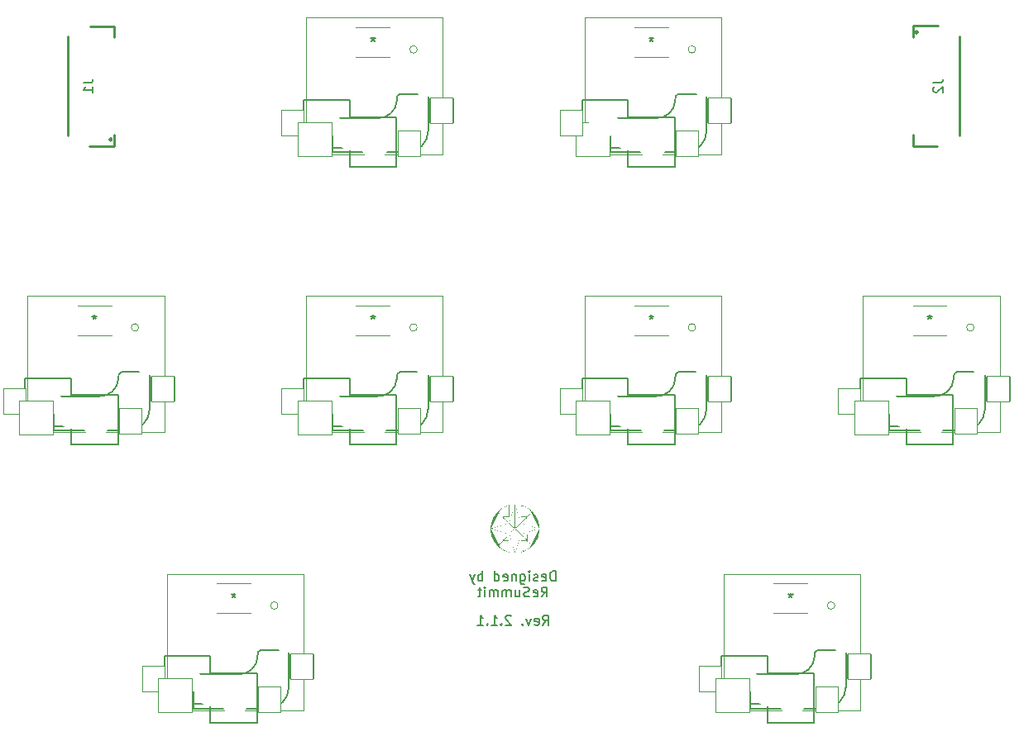
<source format=gbo>
G04 #@! TF.GenerationSoftware,KiCad,Pcbnew,8.0.1-8.0.1-1~ubuntu22.04.1*
G04 #@! TF.CreationDate,2024-05-03T20:10:14-07:00*
G04 #@! TF.ProjectId,Seismos_4-Rhythm,53656973-6d6f-4735-9f34-2d5268797468,rev?*
G04 #@! TF.SameCoordinates,Original*
G04 #@! TF.FileFunction,Legend,Bot*
G04 #@! TF.FilePolarity,Positive*
%FSLAX46Y46*%
G04 Gerber Fmt 4.6, Leading zero omitted, Abs format (unit mm)*
G04 Created by KiCad (PCBNEW 8.0.1-8.0.1-1~ubuntu22.04.1) date 2024-05-03 20:10:14*
%MOMM*%
%LPD*%
G01*
G04 APERTURE LIST*
G04 Aperture macros list*
%AMRoundRect*
0 Rectangle with rounded corners*
0 $1 Rounding radius*
0 $2 $3 $4 $5 $6 $7 $8 $9 X,Y pos of 4 corners*
0 Add a 4 corners polygon primitive as box body*
4,1,4,$2,$3,$4,$5,$6,$7,$8,$9,$2,$3,0*
0 Add four circle primitives for the rounded corners*
1,1,$1+$1,$2,$3*
1,1,$1+$1,$4,$5*
1,1,$1+$1,$6,$7*
1,1,$1+$1,$8,$9*
0 Add four rect primitives between the rounded corners*
20,1,$1+$1,$2,$3,$4,$5,0*
20,1,$1+$1,$4,$5,$6,$7,0*
20,1,$1+$1,$6,$7,$8,$9,0*
20,1,$1+$1,$8,$9,$2,$3,0*%
G04 Aperture macros list end*
%ADD10C,0.100000*%
%ADD11C,0.150000*%
%ADD12C,0.254000*%
%ADD13C,0.120000*%
%ADD14C,0.000000*%
%ADD15C,3.200000*%
%ADD16R,1.700000X0.600000*%
%ADD17R,1.800000X1.200000*%
%ADD18C,2.300000*%
%ADD19C,1.000000*%
%ADD20C,3.000000*%
%ADD21C,4.000000*%
%ADD22R,1.750000X0.812800*%
%ADD23RoundRect,0.063500X1.150000X1.300000X-1.150000X1.300000X-1.150000X-1.300000X1.150000X-1.300000X0*%
%ADD24RoundRect,0.063500X1.750000X1.750000X-1.750000X1.750000X-1.750000X-1.750000X1.750000X-1.750000X0*%
%ADD25RoundRect,0.063500X1.200000X1.300000X-1.200000X1.300000X-1.200000X-1.300000X1.200000X-1.300000X0*%
G04 APERTURE END LIST*
D10*
X109150000Y-24800000D02*
X123150000Y-24800000D01*
X123150000Y-38800000D01*
X109150000Y-38800000D01*
X109150000Y-24800000D01*
X123400000Y-81800000D02*
X137400000Y-81800000D01*
X137400000Y-95800000D01*
X123400000Y-95800000D01*
X123400000Y-81800000D01*
X66400000Y-81800000D02*
X80400000Y-81800000D01*
X80400000Y-95800000D01*
X66400000Y-95800000D01*
X66400000Y-81800000D01*
X80650000Y-24800000D02*
X94650000Y-24800000D01*
X94650000Y-38800000D01*
X80650000Y-38800000D01*
X80650000Y-24800000D01*
X137650000Y-53300000D02*
X151650000Y-53300000D01*
X151650000Y-67300000D01*
X137650000Y-67300000D01*
X137650000Y-53300000D01*
X109150000Y-53300000D02*
X123150000Y-53300000D01*
X123150000Y-67300000D01*
X109150000Y-67300000D01*
X109150000Y-53300000D01*
X80650000Y-53300000D02*
X94650000Y-53300000D01*
X94650000Y-67300000D01*
X80650000Y-67300000D01*
X80650000Y-53300000D01*
X52150000Y-53300000D02*
X66150000Y-53300000D01*
X66150000Y-67300000D01*
X52150000Y-67300000D01*
X52150000Y-53300000D01*
D11*
X104873809Y-87044819D02*
X105207142Y-86568628D01*
X105445237Y-87044819D02*
X105445237Y-86044819D01*
X105445237Y-86044819D02*
X105064285Y-86044819D01*
X105064285Y-86044819D02*
X104969047Y-86092438D01*
X104969047Y-86092438D02*
X104921428Y-86140057D01*
X104921428Y-86140057D02*
X104873809Y-86235295D01*
X104873809Y-86235295D02*
X104873809Y-86378152D01*
X104873809Y-86378152D02*
X104921428Y-86473390D01*
X104921428Y-86473390D02*
X104969047Y-86521009D01*
X104969047Y-86521009D02*
X105064285Y-86568628D01*
X105064285Y-86568628D02*
X105445237Y-86568628D01*
X104064285Y-86997200D02*
X104159523Y-87044819D01*
X104159523Y-87044819D02*
X104349999Y-87044819D01*
X104349999Y-87044819D02*
X104445237Y-86997200D01*
X104445237Y-86997200D02*
X104492856Y-86901961D01*
X104492856Y-86901961D02*
X104492856Y-86521009D01*
X104492856Y-86521009D02*
X104445237Y-86425771D01*
X104445237Y-86425771D02*
X104349999Y-86378152D01*
X104349999Y-86378152D02*
X104159523Y-86378152D01*
X104159523Y-86378152D02*
X104064285Y-86425771D01*
X104064285Y-86425771D02*
X104016666Y-86521009D01*
X104016666Y-86521009D02*
X104016666Y-86616247D01*
X104016666Y-86616247D02*
X104492856Y-86711485D01*
X103683332Y-86378152D02*
X103445237Y-87044819D01*
X103445237Y-87044819D02*
X103207142Y-86378152D01*
X102826189Y-86949580D02*
X102778570Y-86997200D01*
X102778570Y-86997200D02*
X102826189Y-87044819D01*
X102826189Y-87044819D02*
X102873808Y-86997200D01*
X102873808Y-86997200D02*
X102826189Y-86949580D01*
X102826189Y-86949580D02*
X102826189Y-87044819D01*
X101635713Y-86140057D02*
X101588094Y-86092438D01*
X101588094Y-86092438D02*
X101492856Y-86044819D01*
X101492856Y-86044819D02*
X101254761Y-86044819D01*
X101254761Y-86044819D02*
X101159523Y-86092438D01*
X101159523Y-86092438D02*
X101111904Y-86140057D01*
X101111904Y-86140057D02*
X101064285Y-86235295D01*
X101064285Y-86235295D02*
X101064285Y-86330533D01*
X101064285Y-86330533D02*
X101111904Y-86473390D01*
X101111904Y-86473390D02*
X101683332Y-87044819D01*
X101683332Y-87044819D02*
X101064285Y-87044819D01*
X100635713Y-86949580D02*
X100588094Y-86997200D01*
X100588094Y-86997200D02*
X100635713Y-87044819D01*
X100635713Y-87044819D02*
X100683332Y-86997200D01*
X100683332Y-86997200D02*
X100635713Y-86949580D01*
X100635713Y-86949580D02*
X100635713Y-87044819D01*
X99635714Y-87044819D02*
X100207142Y-87044819D01*
X99921428Y-87044819D02*
X99921428Y-86044819D01*
X99921428Y-86044819D02*
X100016666Y-86187676D01*
X100016666Y-86187676D02*
X100111904Y-86282914D01*
X100111904Y-86282914D02*
X100207142Y-86330533D01*
X99207142Y-86949580D02*
X99159523Y-86997200D01*
X99159523Y-86997200D02*
X99207142Y-87044819D01*
X99207142Y-87044819D02*
X99254761Y-86997200D01*
X99254761Y-86997200D02*
X99207142Y-86949580D01*
X99207142Y-86949580D02*
X99207142Y-87044819D01*
X98207143Y-87044819D02*
X98778571Y-87044819D01*
X98492857Y-87044819D02*
X98492857Y-86044819D01*
X98492857Y-86044819D02*
X98588095Y-86187676D01*
X98588095Y-86187676D02*
X98683333Y-86282914D01*
X98683333Y-86282914D02*
X98778571Y-86330533D01*
X106183333Y-82534875D02*
X106183333Y-81534875D01*
X106183333Y-81534875D02*
X105945238Y-81534875D01*
X105945238Y-81534875D02*
X105802381Y-81582494D01*
X105802381Y-81582494D02*
X105707143Y-81677732D01*
X105707143Y-81677732D02*
X105659524Y-81772970D01*
X105659524Y-81772970D02*
X105611905Y-81963446D01*
X105611905Y-81963446D02*
X105611905Y-82106303D01*
X105611905Y-82106303D02*
X105659524Y-82296779D01*
X105659524Y-82296779D02*
X105707143Y-82392017D01*
X105707143Y-82392017D02*
X105802381Y-82487256D01*
X105802381Y-82487256D02*
X105945238Y-82534875D01*
X105945238Y-82534875D02*
X106183333Y-82534875D01*
X104802381Y-82487256D02*
X104897619Y-82534875D01*
X104897619Y-82534875D02*
X105088095Y-82534875D01*
X105088095Y-82534875D02*
X105183333Y-82487256D01*
X105183333Y-82487256D02*
X105230952Y-82392017D01*
X105230952Y-82392017D02*
X105230952Y-82011065D01*
X105230952Y-82011065D02*
X105183333Y-81915827D01*
X105183333Y-81915827D02*
X105088095Y-81868208D01*
X105088095Y-81868208D02*
X104897619Y-81868208D01*
X104897619Y-81868208D02*
X104802381Y-81915827D01*
X104802381Y-81915827D02*
X104754762Y-82011065D01*
X104754762Y-82011065D02*
X104754762Y-82106303D01*
X104754762Y-82106303D02*
X105230952Y-82201541D01*
X104373809Y-82487256D02*
X104278571Y-82534875D01*
X104278571Y-82534875D02*
X104088095Y-82534875D01*
X104088095Y-82534875D02*
X103992857Y-82487256D01*
X103992857Y-82487256D02*
X103945238Y-82392017D01*
X103945238Y-82392017D02*
X103945238Y-82344398D01*
X103945238Y-82344398D02*
X103992857Y-82249160D01*
X103992857Y-82249160D02*
X104088095Y-82201541D01*
X104088095Y-82201541D02*
X104230952Y-82201541D01*
X104230952Y-82201541D02*
X104326190Y-82153922D01*
X104326190Y-82153922D02*
X104373809Y-82058684D01*
X104373809Y-82058684D02*
X104373809Y-82011065D01*
X104373809Y-82011065D02*
X104326190Y-81915827D01*
X104326190Y-81915827D02*
X104230952Y-81868208D01*
X104230952Y-81868208D02*
X104088095Y-81868208D01*
X104088095Y-81868208D02*
X103992857Y-81915827D01*
X103516666Y-82534875D02*
X103516666Y-81868208D01*
X103516666Y-81534875D02*
X103564285Y-81582494D01*
X103564285Y-81582494D02*
X103516666Y-81630113D01*
X103516666Y-81630113D02*
X103469047Y-81582494D01*
X103469047Y-81582494D02*
X103516666Y-81534875D01*
X103516666Y-81534875D02*
X103516666Y-81630113D01*
X102611905Y-81868208D02*
X102611905Y-82677732D01*
X102611905Y-82677732D02*
X102659524Y-82772970D01*
X102659524Y-82772970D02*
X102707143Y-82820589D01*
X102707143Y-82820589D02*
X102802381Y-82868208D01*
X102802381Y-82868208D02*
X102945238Y-82868208D01*
X102945238Y-82868208D02*
X103040476Y-82820589D01*
X102611905Y-82487256D02*
X102707143Y-82534875D01*
X102707143Y-82534875D02*
X102897619Y-82534875D01*
X102897619Y-82534875D02*
X102992857Y-82487256D01*
X102992857Y-82487256D02*
X103040476Y-82439636D01*
X103040476Y-82439636D02*
X103088095Y-82344398D01*
X103088095Y-82344398D02*
X103088095Y-82058684D01*
X103088095Y-82058684D02*
X103040476Y-81963446D01*
X103040476Y-81963446D02*
X102992857Y-81915827D01*
X102992857Y-81915827D02*
X102897619Y-81868208D01*
X102897619Y-81868208D02*
X102707143Y-81868208D01*
X102707143Y-81868208D02*
X102611905Y-81915827D01*
X102135714Y-81868208D02*
X102135714Y-82534875D01*
X102135714Y-81963446D02*
X102088095Y-81915827D01*
X102088095Y-81915827D02*
X101992857Y-81868208D01*
X101992857Y-81868208D02*
X101850000Y-81868208D01*
X101850000Y-81868208D02*
X101754762Y-81915827D01*
X101754762Y-81915827D02*
X101707143Y-82011065D01*
X101707143Y-82011065D02*
X101707143Y-82534875D01*
X100850000Y-82487256D02*
X100945238Y-82534875D01*
X100945238Y-82534875D02*
X101135714Y-82534875D01*
X101135714Y-82534875D02*
X101230952Y-82487256D01*
X101230952Y-82487256D02*
X101278571Y-82392017D01*
X101278571Y-82392017D02*
X101278571Y-82011065D01*
X101278571Y-82011065D02*
X101230952Y-81915827D01*
X101230952Y-81915827D02*
X101135714Y-81868208D01*
X101135714Y-81868208D02*
X100945238Y-81868208D01*
X100945238Y-81868208D02*
X100850000Y-81915827D01*
X100850000Y-81915827D02*
X100802381Y-82011065D01*
X100802381Y-82011065D02*
X100802381Y-82106303D01*
X100802381Y-82106303D02*
X101278571Y-82201541D01*
X99945238Y-82534875D02*
X99945238Y-81534875D01*
X99945238Y-82487256D02*
X100040476Y-82534875D01*
X100040476Y-82534875D02*
X100230952Y-82534875D01*
X100230952Y-82534875D02*
X100326190Y-82487256D01*
X100326190Y-82487256D02*
X100373809Y-82439636D01*
X100373809Y-82439636D02*
X100421428Y-82344398D01*
X100421428Y-82344398D02*
X100421428Y-82058684D01*
X100421428Y-82058684D02*
X100373809Y-81963446D01*
X100373809Y-81963446D02*
X100326190Y-81915827D01*
X100326190Y-81915827D02*
X100230952Y-81868208D01*
X100230952Y-81868208D02*
X100040476Y-81868208D01*
X100040476Y-81868208D02*
X99945238Y-81915827D01*
X98707142Y-82534875D02*
X98707142Y-81534875D01*
X98707142Y-81915827D02*
X98611904Y-81868208D01*
X98611904Y-81868208D02*
X98421428Y-81868208D01*
X98421428Y-81868208D02*
X98326190Y-81915827D01*
X98326190Y-81915827D02*
X98278571Y-81963446D01*
X98278571Y-81963446D02*
X98230952Y-82058684D01*
X98230952Y-82058684D02*
X98230952Y-82344398D01*
X98230952Y-82344398D02*
X98278571Y-82439636D01*
X98278571Y-82439636D02*
X98326190Y-82487256D01*
X98326190Y-82487256D02*
X98421428Y-82534875D01*
X98421428Y-82534875D02*
X98611904Y-82534875D01*
X98611904Y-82534875D02*
X98707142Y-82487256D01*
X97897618Y-81868208D02*
X97659523Y-82534875D01*
X97421428Y-81868208D02*
X97659523Y-82534875D01*
X97659523Y-82534875D02*
X97754761Y-82772970D01*
X97754761Y-82772970D02*
X97802380Y-82820589D01*
X97802380Y-82820589D02*
X97897618Y-82868208D01*
X104754761Y-84144819D02*
X105088094Y-83668628D01*
X105326189Y-84144819D02*
X105326189Y-83144819D01*
X105326189Y-83144819D02*
X104945237Y-83144819D01*
X104945237Y-83144819D02*
X104849999Y-83192438D01*
X104849999Y-83192438D02*
X104802380Y-83240057D01*
X104802380Y-83240057D02*
X104754761Y-83335295D01*
X104754761Y-83335295D02*
X104754761Y-83478152D01*
X104754761Y-83478152D02*
X104802380Y-83573390D01*
X104802380Y-83573390D02*
X104849999Y-83621009D01*
X104849999Y-83621009D02*
X104945237Y-83668628D01*
X104945237Y-83668628D02*
X105326189Y-83668628D01*
X103945237Y-84097200D02*
X104040475Y-84144819D01*
X104040475Y-84144819D02*
X104230951Y-84144819D01*
X104230951Y-84144819D02*
X104326189Y-84097200D01*
X104326189Y-84097200D02*
X104373808Y-84001961D01*
X104373808Y-84001961D02*
X104373808Y-83621009D01*
X104373808Y-83621009D02*
X104326189Y-83525771D01*
X104326189Y-83525771D02*
X104230951Y-83478152D01*
X104230951Y-83478152D02*
X104040475Y-83478152D01*
X104040475Y-83478152D02*
X103945237Y-83525771D01*
X103945237Y-83525771D02*
X103897618Y-83621009D01*
X103897618Y-83621009D02*
X103897618Y-83716247D01*
X103897618Y-83716247D02*
X104373808Y-83811485D01*
X103516665Y-84097200D02*
X103373808Y-84144819D01*
X103373808Y-84144819D02*
X103135713Y-84144819D01*
X103135713Y-84144819D02*
X103040475Y-84097200D01*
X103040475Y-84097200D02*
X102992856Y-84049580D01*
X102992856Y-84049580D02*
X102945237Y-83954342D01*
X102945237Y-83954342D02*
X102945237Y-83859104D01*
X102945237Y-83859104D02*
X102992856Y-83763866D01*
X102992856Y-83763866D02*
X103040475Y-83716247D01*
X103040475Y-83716247D02*
X103135713Y-83668628D01*
X103135713Y-83668628D02*
X103326189Y-83621009D01*
X103326189Y-83621009D02*
X103421427Y-83573390D01*
X103421427Y-83573390D02*
X103469046Y-83525771D01*
X103469046Y-83525771D02*
X103516665Y-83430533D01*
X103516665Y-83430533D02*
X103516665Y-83335295D01*
X103516665Y-83335295D02*
X103469046Y-83240057D01*
X103469046Y-83240057D02*
X103421427Y-83192438D01*
X103421427Y-83192438D02*
X103326189Y-83144819D01*
X103326189Y-83144819D02*
X103088094Y-83144819D01*
X103088094Y-83144819D02*
X102945237Y-83192438D01*
X102088094Y-83478152D02*
X102088094Y-84144819D01*
X102516665Y-83478152D02*
X102516665Y-84001961D01*
X102516665Y-84001961D02*
X102469046Y-84097200D01*
X102469046Y-84097200D02*
X102373808Y-84144819D01*
X102373808Y-84144819D02*
X102230951Y-84144819D01*
X102230951Y-84144819D02*
X102135713Y-84097200D01*
X102135713Y-84097200D02*
X102088094Y-84049580D01*
X101611903Y-84144819D02*
X101611903Y-83478152D01*
X101611903Y-83573390D02*
X101564284Y-83525771D01*
X101564284Y-83525771D02*
X101469046Y-83478152D01*
X101469046Y-83478152D02*
X101326189Y-83478152D01*
X101326189Y-83478152D02*
X101230951Y-83525771D01*
X101230951Y-83525771D02*
X101183332Y-83621009D01*
X101183332Y-83621009D02*
X101183332Y-84144819D01*
X101183332Y-83621009D02*
X101135713Y-83525771D01*
X101135713Y-83525771D02*
X101040475Y-83478152D01*
X101040475Y-83478152D02*
X100897618Y-83478152D01*
X100897618Y-83478152D02*
X100802379Y-83525771D01*
X100802379Y-83525771D02*
X100754760Y-83621009D01*
X100754760Y-83621009D02*
X100754760Y-84144819D01*
X100278570Y-84144819D02*
X100278570Y-83478152D01*
X100278570Y-83573390D02*
X100230951Y-83525771D01*
X100230951Y-83525771D02*
X100135713Y-83478152D01*
X100135713Y-83478152D02*
X99992856Y-83478152D01*
X99992856Y-83478152D02*
X99897618Y-83525771D01*
X99897618Y-83525771D02*
X99849999Y-83621009D01*
X99849999Y-83621009D02*
X99849999Y-84144819D01*
X99849999Y-83621009D02*
X99802380Y-83525771D01*
X99802380Y-83525771D02*
X99707142Y-83478152D01*
X99707142Y-83478152D02*
X99564285Y-83478152D01*
X99564285Y-83478152D02*
X99469046Y-83525771D01*
X99469046Y-83525771D02*
X99421427Y-83621009D01*
X99421427Y-83621009D02*
X99421427Y-84144819D01*
X98945237Y-84144819D02*
X98945237Y-83478152D01*
X98945237Y-83144819D02*
X98992856Y-83192438D01*
X98992856Y-83192438D02*
X98945237Y-83240057D01*
X98945237Y-83240057D02*
X98897618Y-83192438D01*
X98897618Y-83192438D02*
X98945237Y-83144819D01*
X98945237Y-83144819D02*
X98945237Y-83240057D01*
X98611904Y-83478152D02*
X98230952Y-83478152D01*
X98469047Y-83144819D02*
X98469047Y-84001961D01*
X98469047Y-84001961D02*
X98421428Y-84097200D01*
X98421428Y-84097200D02*
X98326190Y-84144819D01*
X98326190Y-84144819D02*
X98230952Y-84144819D01*
X144859319Y-31466666D02*
X145573604Y-31466666D01*
X145573604Y-31466666D02*
X145716461Y-31419047D01*
X145716461Y-31419047D02*
X145811700Y-31323809D01*
X145811700Y-31323809D02*
X145859319Y-31180952D01*
X145859319Y-31180952D02*
X145859319Y-31085714D01*
X144954557Y-31895238D02*
X144906938Y-31942857D01*
X144906938Y-31942857D02*
X144859319Y-32038095D01*
X144859319Y-32038095D02*
X144859319Y-32276190D01*
X144859319Y-32276190D02*
X144906938Y-32371428D01*
X144906938Y-32371428D02*
X144954557Y-32419047D01*
X144954557Y-32419047D02*
X145049795Y-32466666D01*
X145049795Y-32466666D02*
X145145033Y-32466666D01*
X145145033Y-32466666D02*
X145287890Y-32419047D01*
X145287890Y-32419047D02*
X145859319Y-31847619D01*
X145859319Y-31847619D02*
X145859319Y-32466666D01*
X73249999Y-83759019D02*
X73249999Y-83997114D01*
X73488094Y-83901876D02*
X73249999Y-83997114D01*
X73249999Y-83997114D02*
X73011904Y-83901876D01*
X73392856Y-84187590D02*
X73249999Y-83997114D01*
X73249999Y-83997114D02*
X73107142Y-84187590D01*
X130249999Y-83759019D02*
X130249999Y-83997114D01*
X130488094Y-83901876D02*
X130249999Y-83997114D01*
X130249999Y-83997114D02*
X130011904Y-83901876D01*
X130392856Y-84187590D02*
X130249999Y-83997114D01*
X130249999Y-83997114D02*
X130107142Y-84187590D01*
X115999999Y-55259019D02*
X115999999Y-55497114D01*
X116238094Y-55401876D02*
X115999999Y-55497114D01*
X115999999Y-55497114D02*
X115761904Y-55401876D01*
X116142856Y-55687590D02*
X115999999Y-55497114D01*
X115999999Y-55497114D02*
X115857142Y-55687590D01*
X87499999Y-26759019D02*
X87499999Y-26997114D01*
X87738094Y-26901876D02*
X87499999Y-26997114D01*
X87499999Y-26997114D02*
X87261904Y-26901876D01*
X87642856Y-27187590D02*
X87499999Y-26997114D01*
X87499999Y-26997114D02*
X87357142Y-27187590D01*
X115999999Y-26759019D02*
X115999999Y-26997114D01*
X116238094Y-26901876D02*
X115999999Y-26997114D01*
X115999999Y-26997114D02*
X115761904Y-26901876D01*
X116142856Y-27187590D02*
X115999999Y-26997114D01*
X115999999Y-26997114D02*
X115857142Y-27187590D01*
X144499999Y-55259019D02*
X144499999Y-55497114D01*
X144738094Y-55401876D02*
X144499999Y-55497114D01*
X144499999Y-55497114D02*
X144261904Y-55401876D01*
X144642856Y-55687590D02*
X144499999Y-55497114D01*
X144499999Y-55497114D02*
X144357142Y-55687590D01*
X57850319Y-31466666D02*
X58564604Y-31466666D01*
X58564604Y-31466666D02*
X58707461Y-31419047D01*
X58707461Y-31419047D02*
X58802700Y-31323809D01*
X58802700Y-31323809D02*
X58850319Y-31180952D01*
X58850319Y-31180952D02*
X58850319Y-31085714D01*
X58850319Y-32466666D02*
X58850319Y-31895238D01*
X58850319Y-32180952D02*
X57850319Y-32180952D01*
X57850319Y-32180952D02*
X57993176Y-32085714D01*
X57993176Y-32085714D02*
X58088414Y-31990476D01*
X58088414Y-31990476D02*
X58136033Y-31895238D01*
X87499999Y-55259019D02*
X87499999Y-55497114D01*
X87738094Y-55401876D02*
X87499999Y-55497114D01*
X87499999Y-55497114D02*
X87261904Y-55401876D01*
X87642856Y-55687590D02*
X87499999Y-55497114D01*
X87499999Y-55497114D02*
X87357142Y-55687590D01*
X58999999Y-55259019D02*
X58999999Y-55497114D01*
X59238094Y-55401876D02*
X58999999Y-55497114D01*
X58999999Y-55497114D02*
X58761904Y-55401876D01*
X59142856Y-55687590D02*
X58999999Y-55497114D01*
X58999999Y-55497114D02*
X58857142Y-55687590D01*
D12*
X142826500Y-25600000D02*
X145366500Y-25600000D01*
X142826500Y-26769000D02*
X142826500Y-25600000D01*
X142826500Y-37940000D02*
X142826500Y-36831000D01*
X145263500Y-37940000D02*
X142826500Y-37940000D01*
X147504500Y-26692000D02*
X147504500Y-36908000D01*
X143269500Y-26300000D02*
G75*
G02*
X143019500Y-26300000I-125000J0D01*
G01*
X143019500Y-26300000D02*
G75*
G02*
X143269500Y-26300000I125000J0D01*
G01*
D11*
X66150000Y-90250000D02*
X70860000Y-90250000D01*
X66150000Y-95150000D02*
X66150000Y-90250000D01*
X69100000Y-92650000D02*
X69100000Y-95600000D01*
X69100000Y-95600000D02*
X76700000Y-95600000D01*
X70860000Y-90250000D02*
X70860000Y-91975000D01*
X70860000Y-91975000D02*
X75650000Y-91975000D01*
X70860000Y-95150000D02*
X66150000Y-95150000D01*
X70860000Y-97050000D02*
X70860000Y-95150000D01*
D13*
X71522800Y-82780200D02*
X74977200Y-82780200D01*
D11*
X73700000Y-92100000D02*
X69700000Y-92100000D01*
D13*
X74977200Y-85828200D02*
X71522800Y-85828200D01*
D11*
X75650000Y-91975000D02*
X75650000Y-97050000D01*
X75650000Y-97050000D02*
X70860000Y-97050000D01*
X75700000Y-90150000D02*
X75700000Y-90300000D01*
X78900000Y-89600000D02*
X76050000Y-89600000D01*
X78900000Y-93400000D02*
X78900000Y-89600000D01*
X69100000Y-92650000D02*
G75*
G02*
X69700000Y-92100000I575000J-25000D01*
G01*
X75699998Y-90299999D02*
G75*
G02*
X73700000Y-92099999I-1899999J99999D01*
G01*
X75700000Y-90150000D02*
G75*
G02*
X76050000Y-89600000I450000J100000D01*
G01*
X78900000Y-93400000D02*
G75*
G02*
X76700000Y-95600000I-2200000J0D01*
G01*
D13*
X77781000Y-85050000D02*
G75*
G02*
X77019000Y-85050000I-381000J0D01*
G01*
X77019000Y-85050000D02*
G75*
G02*
X77781000Y-85050000I381000J0D01*
G01*
D11*
X123150000Y-90250000D02*
X127860000Y-90250000D01*
X123150000Y-95150000D02*
X123150000Y-90250000D01*
X126100000Y-92650000D02*
X126100000Y-95600000D01*
X126100000Y-95600000D02*
X133700000Y-95600000D01*
X127860000Y-90250000D02*
X127860000Y-91975000D01*
X127860000Y-91975000D02*
X132650000Y-91975000D01*
X127860000Y-95150000D02*
X123150000Y-95150000D01*
X127860000Y-97050000D02*
X127860000Y-95150000D01*
D13*
X128522800Y-82780200D02*
X131977200Y-82780200D01*
D11*
X130700000Y-92100000D02*
X126700000Y-92100000D01*
D13*
X131977200Y-85828200D02*
X128522800Y-85828200D01*
D11*
X132650000Y-91975000D02*
X132650000Y-97050000D01*
X132650000Y-97050000D02*
X127860000Y-97050000D01*
X132700000Y-90150000D02*
X132700000Y-90300000D01*
X135900000Y-89600000D02*
X133050000Y-89600000D01*
X135900000Y-93400000D02*
X135900000Y-89600000D01*
X126100000Y-92650000D02*
G75*
G02*
X126700000Y-92100000I575000J-25000D01*
G01*
X132699998Y-90299999D02*
G75*
G02*
X130700000Y-92099999I-1899999J99999D01*
G01*
X132700000Y-90150000D02*
G75*
G02*
X133050000Y-89600000I450000J100000D01*
G01*
X135900000Y-93400000D02*
G75*
G02*
X133700000Y-95600000I-2200000J0D01*
G01*
D13*
X134781000Y-85050000D02*
G75*
G02*
X134019000Y-85050000I-381000J0D01*
G01*
X134019000Y-85050000D02*
G75*
G02*
X134781000Y-85050000I381000J0D01*
G01*
D11*
X108900000Y-61750000D02*
X113610000Y-61750000D01*
X108900000Y-66650000D02*
X108900000Y-61750000D01*
X111850000Y-64150000D02*
X111850000Y-67100000D01*
X111850000Y-67100000D02*
X119450000Y-67100000D01*
X113610000Y-61750000D02*
X113610000Y-63475000D01*
X113610000Y-63475000D02*
X118400000Y-63475000D01*
X113610000Y-66650000D02*
X108900000Y-66650000D01*
X113610000Y-68550000D02*
X113610000Y-66650000D01*
D13*
X114272800Y-54280200D02*
X117727200Y-54280200D01*
D11*
X116450000Y-63600000D02*
X112450000Y-63600000D01*
D13*
X117727200Y-57328200D02*
X114272800Y-57328200D01*
D11*
X118400000Y-63475000D02*
X118400000Y-68550000D01*
X118400000Y-68550000D02*
X113610000Y-68550000D01*
X118450000Y-61650000D02*
X118450000Y-61800000D01*
X121650000Y-61100000D02*
X118800000Y-61100000D01*
X121650000Y-64900000D02*
X121650000Y-61100000D01*
X111850000Y-64150000D02*
G75*
G02*
X112450000Y-63600000I575000J-25000D01*
G01*
X118449998Y-61799999D02*
G75*
G02*
X116450000Y-63599999I-1899999J99999D01*
G01*
X118450000Y-61650000D02*
G75*
G02*
X118800000Y-61100000I450000J100000D01*
G01*
X121650000Y-64900000D02*
G75*
G02*
X119450000Y-67100000I-2200000J0D01*
G01*
D13*
X120531000Y-56550000D02*
G75*
G02*
X119769000Y-56550000I-381000J0D01*
G01*
X119769000Y-56550000D02*
G75*
G02*
X120531000Y-56550000I381000J0D01*
G01*
D11*
X80400000Y-33250000D02*
X85110000Y-33250000D01*
X80400000Y-38150000D02*
X80400000Y-33250000D01*
X83350000Y-35650000D02*
X83350000Y-38600000D01*
X83350000Y-38600000D02*
X90950000Y-38600000D01*
X85110000Y-33250000D02*
X85110000Y-34975000D01*
X85110000Y-34975000D02*
X89900000Y-34975000D01*
X85110000Y-38150000D02*
X80400000Y-38150000D01*
X85110000Y-40050000D02*
X85110000Y-38150000D01*
D13*
X85772800Y-25780200D02*
X89227200Y-25780200D01*
D11*
X87950000Y-35100000D02*
X83950000Y-35100000D01*
D13*
X89227200Y-28828200D02*
X85772800Y-28828200D01*
D11*
X89900000Y-34975000D02*
X89900000Y-40050000D01*
X89900000Y-40050000D02*
X85110000Y-40050000D01*
X89950000Y-33150000D02*
X89950000Y-33300000D01*
X93150000Y-32600000D02*
X90300000Y-32600000D01*
X93150000Y-36400000D02*
X93150000Y-32600000D01*
X83350000Y-35650000D02*
G75*
G02*
X83950000Y-35100000I575000J-25000D01*
G01*
X89949998Y-33299999D02*
G75*
G02*
X87950000Y-35099999I-1899999J99999D01*
G01*
X89950000Y-33150000D02*
G75*
G02*
X90300000Y-32600000I450000J100000D01*
G01*
X93150000Y-36400000D02*
G75*
G02*
X90950000Y-38600000I-2200000J0D01*
G01*
D13*
X92031000Y-28050000D02*
G75*
G02*
X91269000Y-28050000I-381000J0D01*
G01*
X91269000Y-28050000D02*
G75*
G02*
X92031000Y-28050000I381000J0D01*
G01*
D14*
G36*
X102075828Y-74679015D02*
G01*
X102175238Y-74680338D01*
X102262911Y-74683340D01*
X102337551Y-74687901D01*
X102397860Y-74693899D01*
X102442543Y-74701211D01*
X102470304Y-74709717D01*
X102479846Y-74719295D01*
X102476663Y-74725105D01*
X102462973Y-74729621D01*
X102435715Y-74731999D01*
X102391923Y-74732692D01*
X102385533Y-74732684D01*
X102344854Y-74731954D01*
X102319931Y-74729640D01*
X102307426Y-74725187D01*
X102304000Y-74718038D01*
X102303854Y-74716379D01*
X102299507Y-74710858D01*
X102287004Y-74707114D01*
X102263500Y-74704831D01*
X102226151Y-74703693D01*
X102172115Y-74703384D01*
X102157182Y-74703400D01*
X102107496Y-74703883D01*
X102073802Y-74705273D01*
X102053255Y-74707884D01*
X102043013Y-74712034D01*
X102040230Y-74718038D01*
X102045011Y-74727596D01*
X102064653Y-74732692D01*
X102079820Y-74734586D01*
X102087413Y-74744541D01*
X102089077Y-74768250D01*
X102092999Y-74796048D01*
X102105171Y-74815576D01*
X102115534Y-74829066D01*
X102114654Y-74853687D01*
X102109376Y-74867706D01*
X102100213Y-74873968D01*
X102092389Y-74864009D01*
X102089077Y-74839577D01*
X102088633Y-74828609D01*
X102082589Y-74814321D01*
X102065722Y-74810846D01*
X102052668Y-74812582D01*
X102042758Y-74822957D01*
X102037307Y-74847480D01*
X102036982Y-74852258D01*
X102036362Y-74875876D01*
X102035793Y-74917141D01*
X102035281Y-74974789D01*
X102034828Y-75047555D01*
X102034438Y-75134175D01*
X102034115Y-75233385D01*
X102033863Y-75343921D01*
X102033685Y-75464517D01*
X102033586Y-75593911D01*
X102033569Y-75730837D01*
X102033638Y-75874032D01*
X102033796Y-76022230D01*
X102035346Y-77160346D01*
X103214980Y-77162827D01*
X103343577Y-77163088D01*
X103508181Y-77163381D01*
X103654951Y-77163579D01*
X103784883Y-77163671D01*
X103898972Y-77163649D01*
X103998212Y-77163500D01*
X104083601Y-77163215D01*
X104156132Y-77162784D01*
X104216803Y-77162197D01*
X104266607Y-77161442D01*
X104306541Y-77160510D01*
X104337600Y-77159390D01*
X104360780Y-77158072D01*
X104377076Y-77156546D01*
X104387484Y-77154802D01*
X104392998Y-77152828D01*
X104394615Y-77150616D01*
X104397768Y-77142899D01*
X104412768Y-77137484D01*
X104443461Y-77135923D01*
X104468973Y-77136860D01*
X104487078Y-77141361D01*
X104492307Y-77150577D01*
X104494009Y-77157410D01*
X104506961Y-77165230D01*
X104513795Y-77163528D01*
X104521615Y-77150577D01*
X104519913Y-77143743D01*
X104506961Y-77135923D01*
X104497403Y-77131142D01*
X104492307Y-77111500D01*
X104489882Y-77095437D01*
X104482538Y-77087077D01*
X104476075Y-77080852D01*
X104473696Y-77067538D01*
X104492307Y-77067538D01*
X104495027Y-77078932D01*
X104506961Y-77087077D01*
X104515507Y-77083450D01*
X104521615Y-77067538D01*
X104518895Y-77056144D01*
X104506961Y-77048000D01*
X104498416Y-77051626D01*
X104492307Y-77067538D01*
X104473696Y-77067538D01*
X104472769Y-77062347D01*
X104469267Y-77045005D01*
X104458115Y-77031994D01*
X104449158Y-77023869D01*
X104443461Y-77004038D01*
X104440385Y-76989208D01*
X104428807Y-76976082D01*
X104419327Y-76966535D01*
X104414153Y-76945729D01*
X104411275Y-76929508D01*
X104399500Y-76921000D01*
X104389941Y-76916219D01*
X104384846Y-76896577D01*
X104382420Y-76880514D01*
X104375077Y-76872153D01*
X104368614Y-76865929D01*
X104365307Y-76847424D01*
X104361806Y-76830082D01*
X104350653Y-76817071D01*
X104341697Y-76808946D01*
X104336000Y-76789115D01*
X104332923Y-76774285D01*
X104321346Y-76761159D01*
X104312082Y-76752236D01*
X104306692Y-76731851D01*
X104303370Y-76715604D01*
X104292038Y-76702544D01*
X104283750Y-76695861D01*
X104277384Y-76677075D01*
X104275638Y-76665431D01*
X104268264Y-76657230D01*
X104261166Y-76649880D01*
X104256052Y-76630365D01*
X104252961Y-76603500D01*
X103757173Y-76600968D01*
X103261384Y-76598436D01*
X103261384Y-76305449D01*
X103261364Y-76278174D01*
X103261108Y-76206935D01*
X103260787Y-76167594D01*
X103297023Y-76167594D01*
X103297393Y-76254248D01*
X103297540Y-76277468D01*
X103298020Y-76349690D01*
X103298488Y-76415043D01*
X103298924Y-76470994D01*
X103299308Y-76515010D01*
X103299619Y-76544555D01*
X103299836Y-76557096D01*
X103303610Y-76559953D01*
X103316039Y-76562441D01*
X103338482Y-76564479D01*
X103372299Y-76566105D01*
X103418850Y-76567354D01*
X103479497Y-76568263D01*
X103555600Y-76568867D01*
X103648519Y-76569203D01*
X103759615Y-76569307D01*
X103759693Y-76569307D01*
X103879439Y-76569100D01*
X103981699Y-76568485D01*
X104066133Y-76567469D01*
X104132399Y-76566059D01*
X104180154Y-76564262D01*
X104209058Y-76562086D01*
X104218769Y-76559538D01*
X104218485Y-76557203D01*
X104209000Y-76549769D01*
X104202574Y-76543705D01*
X104199230Y-76525346D01*
X104196362Y-76509415D01*
X104184577Y-76500923D01*
X104175209Y-76496403D01*
X104169923Y-76477545D01*
X104166656Y-76461618D01*
X104155269Y-76448544D01*
X104145789Y-76438996D01*
X104140615Y-76418191D01*
X104138425Y-76401837D01*
X104131905Y-76393461D01*
X104124608Y-76387326D01*
X104117065Y-76369038D01*
X104110612Y-76352904D01*
X104101352Y-76344615D01*
X104101233Y-76344613D01*
X104094545Y-76335886D01*
X104091769Y-76315307D01*
X104088749Y-76294737D01*
X104077115Y-76286000D01*
X104067748Y-76281480D01*
X104062461Y-76262622D01*
X104059194Y-76246695D01*
X104047807Y-76233621D01*
X104038543Y-76224697D01*
X104033153Y-76204313D01*
X104029592Y-76187993D01*
X104017391Y-76174580D01*
X104008856Y-76168209D01*
X104006707Y-76149112D01*
X104007652Y-76136876D01*
X103998047Y-76129692D01*
X103988435Y-76123116D01*
X103984307Y-76100384D01*
X103981287Y-76079814D01*
X103969653Y-76071077D01*
X103960286Y-76066556D01*
X103955000Y-76047699D01*
X103951733Y-76031772D01*
X103940346Y-76018698D01*
X103930866Y-76009150D01*
X103925692Y-75988345D01*
X103923502Y-75971991D01*
X103916982Y-75963615D01*
X103909684Y-75957480D01*
X103902142Y-75939192D01*
X103895689Y-75923058D01*
X103886429Y-75914769D01*
X103886310Y-75914767D01*
X103879622Y-75906040D01*
X103876846Y-75885461D01*
X103873826Y-75864891D01*
X103862192Y-75856153D01*
X103852825Y-75851633D01*
X103847538Y-75832776D01*
X103844271Y-75816849D01*
X103832884Y-75803774D01*
X103823620Y-75794851D01*
X103818230Y-75774467D01*
X103815074Y-75758268D01*
X103804335Y-75745450D01*
X103796729Y-75738817D01*
X103796081Y-75718542D01*
X103798284Y-75706535D01*
X103792831Y-75700336D01*
X103773342Y-75702903D01*
X103771179Y-75703347D01*
X103756487Y-75705547D01*
X103757173Y-75703529D01*
X103759346Y-75702290D01*
X103767615Y-75688075D01*
X103769385Y-75667605D01*
X103764981Y-75649213D01*
X103754730Y-75641230D01*
X103745172Y-75636450D01*
X103740077Y-75616807D01*
X103737220Y-75600777D01*
X103724724Y-75592384D01*
X103715177Y-75588589D01*
X103711151Y-75570403D01*
X103711995Y-75555794D01*
X103711850Y-75540458D01*
X103711677Y-75540075D01*
X103703674Y-75544426D01*
X103686188Y-75559509D01*
X103662472Y-75582019D01*
X103635776Y-75608654D01*
X103609352Y-75636112D01*
X103586452Y-75661091D01*
X103570328Y-75680286D01*
X103564230Y-75690397D01*
X103563798Y-75693073D01*
X103553710Y-75699846D01*
X103550433Y-75700660D01*
X103534448Y-75710887D01*
X103513952Y-75729083D01*
X103507586Y-75735718D01*
X103491505Y-75759307D01*
X103490190Y-75780371D01*
X103492405Y-75791999D01*
X103490057Y-75790211D01*
X103487223Y-75785536D01*
X103475493Y-75778000D01*
X103466485Y-75783023D01*
X103447367Y-75799039D01*
X103422745Y-75822154D01*
X103396623Y-75848339D01*
X103373006Y-75873562D01*
X103355899Y-75893792D01*
X103349307Y-75905000D01*
X103347654Y-75909494D01*
X103334653Y-75914769D01*
X103325095Y-75919549D01*
X103320000Y-75939192D01*
X103316960Y-75955271D01*
X103307788Y-75963614D01*
X103307459Y-75963640D01*
X103303912Y-75968430D01*
X103301169Y-75982657D01*
X103299168Y-76008004D01*
X103297851Y-76046154D01*
X103297156Y-76098790D01*
X103297023Y-76167594D01*
X103260787Y-76167594D01*
X103260589Y-76143293D01*
X103259846Y-76089636D01*
X103258917Y-76048353D01*
X103257841Y-76021832D01*
X103256657Y-76012461D01*
X103248895Y-76018879D01*
X103229207Y-76037406D01*
X103199458Y-76066204D01*
X103161488Y-76103429D01*
X103117139Y-76147238D01*
X103068251Y-76195788D01*
X103016666Y-76247236D01*
X102964222Y-76299740D01*
X102912763Y-76351456D01*
X102864127Y-76400541D01*
X102820157Y-76445153D01*
X102782692Y-76483448D01*
X102753574Y-76513584D01*
X102734643Y-76533717D01*
X102727740Y-76542006D01*
X102725298Y-76557361D01*
X102720738Y-76566373D01*
X102706045Y-76584714D01*
X102686663Y-76604902D01*
X102668195Y-76621214D01*
X102656243Y-76627923D01*
X102653450Y-76628260D01*
X102645923Y-76636940D01*
X102642066Y-76645460D01*
X102627745Y-76663303D01*
X102608235Y-76683210D01*
X102589321Y-76699396D01*
X102576787Y-76706077D01*
X102572645Y-76707724D01*
X102567769Y-76720730D01*
X102566067Y-76727564D01*
X102553115Y-76735384D01*
X102546363Y-76736569D01*
X102538461Y-76745851D01*
X102532394Y-76760589D01*
X102516655Y-76776830D01*
X102500082Y-76784230D01*
X102495259Y-76785889D01*
X102489615Y-76798884D01*
X102487913Y-76805718D01*
X102474961Y-76813538D01*
X102468127Y-76815240D01*
X102460307Y-76828192D01*
X102458605Y-76835026D01*
X102445653Y-76842846D01*
X102438907Y-76843987D01*
X102431000Y-76852944D01*
X102427984Y-76860494D01*
X102414284Y-76878180D01*
X102394823Y-76898064D01*
X102375517Y-76914290D01*
X102362278Y-76921000D01*
X102360243Y-76921222D01*
X102352846Y-76930432D01*
X102349860Y-76938055D01*
X102336292Y-76955915D01*
X102317020Y-76975994D01*
X102297901Y-76992378D01*
X102284790Y-76999153D01*
X102280141Y-77000809D01*
X102274692Y-77013807D01*
X102272990Y-77020641D01*
X102260038Y-77028461D01*
X102253204Y-77030163D01*
X102245384Y-77043115D01*
X102243682Y-77049949D01*
X102230730Y-77057769D01*
X102223989Y-77058871D01*
X102216077Y-77067538D01*
X102212413Y-77073216D01*
X102196538Y-77077307D01*
X102185182Y-77075475D01*
X102177000Y-77067538D01*
X102177283Y-77065203D01*
X102186769Y-77057769D01*
X102191263Y-77056116D01*
X102196538Y-77043115D01*
X102197723Y-77036363D01*
X102207005Y-77028461D01*
X102221743Y-77022394D01*
X102237984Y-77006655D01*
X102245384Y-76990082D01*
X102247043Y-76985259D01*
X102260038Y-76979615D01*
X102266872Y-76977913D01*
X102274692Y-76964961D01*
X102276394Y-76958127D01*
X102289346Y-76950307D01*
X102296180Y-76948605D01*
X102304000Y-76935653D01*
X102305185Y-76928901D01*
X102314467Y-76921000D01*
X102329204Y-76914933D01*
X102345446Y-76899193D01*
X102352846Y-76882620D01*
X102354505Y-76877797D01*
X102367500Y-76872153D01*
X102374333Y-76870451D01*
X102382153Y-76857500D01*
X102383856Y-76850666D01*
X102396807Y-76842846D01*
X102403641Y-76841144D01*
X102411461Y-76828192D01*
X102412646Y-76821440D01*
X102421928Y-76813538D01*
X102436666Y-76807471D01*
X102452907Y-76791732D01*
X102460307Y-76775159D01*
X102461966Y-76770336D01*
X102474961Y-76764692D01*
X102481795Y-76762990D01*
X102489615Y-76750038D01*
X102491317Y-76743204D01*
X102504269Y-76735384D01*
X102511068Y-76733890D01*
X102518923Y-76722381D01*
X102525498Y-76710009D01*
X102543346Y-76696307D01*
X102559974Y-76683907D01*
X102567769Y-76670233D01*
X102569452Y-76664200D01*
X102582423Y-76657230D01*
X102589257Y-76655528D01*
X102597077Y-76642577D01*
X102598779Y-76635743D01*
X102611730Y-76627923D01*
X102621289Y-76623142D01*
X102626384Y-76603500D01*
X102626487Y-76598999D01*
X102632216Y-76583111D01*
X102650807Y-76579077D01*
X102651336Y-76579075D01*
X102670004Y-76574479D01*
X102675230Y-76558463D01*
X102676987Y-76552526D01*
X102691532Y-76530989D01*
X102720636Y-76497051D01*
X102764110Y-76450926D01*
X102821769Y-76392824D01*
X102836018Y-76378674D01*
X102878183Y-76336201D01*
X102914541Y-76298688D01*
X102943047Y-76268303D01*
X102961651Y-76247215D01*
X102968307Y-76237591D01*
X102968644Y-76234887D01*
X102977702Y-76227384D01*
X102987203Y-76222748D01*
X103006422Y-76207408D01*
X103029637Y-76185830D01*
X103052099Y-76162704D01*
X103069060Y-76142719D01*
X103075769Y-76130563D01*
X103076176Y-76127477D01*
X103085218Y-76119923D01*
X103092053Y-76115912D01*
X103110124Y-76100972D01*
X103135324Y-76078239D01*
X103164041Y-76051188D01*
X103192663Y-76023293D01*
X103217579Y-75998028D01*
X103235177Y-75978865D01*
X103241846Y-75969278D01*
X103241334Y-75968949D01*
X103227822Y-75967479D01*
X103197773Y-75965996D01*
X103153625Y-75964570D01*
X103097817Y-75963269D01*
X103032789Y-75962164D01*
X102960980Y-75961322D01*
X102680115Y-75958730D01*
X102678567Y-75597043D01*
X102704499Y-75597043D01*
X102704719Y-75680415D01*
X102705397Y-75748903D01*
X102706709Y-75803937D01*
X102708827Y-75846948D01*
X102711928Y-75879366D01*
X102716184Y-75902623D01*
X102721770Y-75918149D01*
X102728861Y-75927374D01*
X102737631Y-75931730D01*
X102748253Y-75932647D01*
X102760903Y-75931555D01*
X102775755Y-75929886D01*
X102780963Y-75929462D01*
X102810553Y-75927966D01*
X102852716Y-75926707D01*
X102904240Y-75925698D01*
X102961914Y-75924950D01*
X103022529Y-75924477D01*
X103082873Y-75924289D01*
X103139735Y-75924398D01*
X103189906Y-75924818D01*
X103230173Y-75925558D01*
X103257326Y-75926633D01*
X103268155Y-75928052D01*
X103272433Y-75926585D01*
X103287888Y-75914442D01*
X103311396Y-75893133D01*
X103339841Y-75865792D01*
X103370105Y-75835553D01*
X103399070Y-75805548D01*
X103423619Y-75778913D01*
X103440635Y-75758780D01*
X103447000Y-75748283D01*
X103448650Y-75743981D01*
X103461653Y-75738923D01*
X103468395Y-75737820D01*
X103476307Y-75729153D01*
X103477961Y-75724659D01*
X103490961Y-75719384D01*
X103497717Y-75718175D01*
X103505615Y-75708711D01*
X103510643Y-75699966D01*
X103527173Y-75679985D01*
X103552491Y-75652436D01*
X103583769Y-75620512D01*
X103611618Y-75592537D01*
X103637700Y-75565540D01*
X103655401Y-75546266D01*
X103661923Y-75537680D01*
X103664721Y-75531772D01*
X103676577Y-75517719D01*
X103685005Y-75507629D01*
X103691230Y-75493994D01*
X103689583Y-75489827D01*
X103676577Y-75484923D01*
X103666292Y-75478883D01*
X103661923Y-75455615D01*
X103659772Y-75440961D01*
X103779153Y-75440961D01*
X103784038Y-75445846D01*
X103788923Y-75440961D01*
X103784038Y-75436077D01*
X103779153Y-75440961D01*
X103659772Y-75440961D01*
X103658903Y-75435045D01*
X103647269Y-75426307D01*
X103637902Y-75421787D01*
X103632615Y-75402929D01*
X103629348Y-75387003D01*
X103617961Y-75373928D01*
X103608481Y-75364381D01*
X103603307Y-75343575D01*
X103600848Y-75327215D01*
X103593538Y-75318846D01*
X103587113Y-75312782D01*
X103583769Y-75294423D01*
X103580901Y-75278492D01*
X103569115Y-75270000D01*
X103560461Y-75266272D01*
X103554461Y-75249995D01*
X103554441Y-75249153D01*
X103546951Y-75228636D01*
X103530038Y-75207355D01*
X103528278Y-75205695D01*
X103512214Y-75187308D01*
X103505615Y-75173629D01*
X103505612Y-75173484D01*
X103496879Y-75165748D01*
X103476307Y-75162538D01*
X103455737Y-75159518D01*
X103447000Y-75147884D01*
X103445297Y-75141050D01*
X103432346Y-75133230D01*
X103425532Y-75131644D01*
X103417692Y-75119491D01*
X103414504Y-75111668D01*
X103398272Y-75110830D01*
X103385973Y-75111533D01*
X103372804Y-75100146D01*
X103367982Y-75092308D01*
X103353147Y-75084384D01*
X103346821Y-75082694D01*
X103339538Y-75069730D01*
X103335018Y-75060363D01*
X103316160Y-75055077D01*
X103300234Y-75051810D01*
X103287159Y-75040423D01*
X103277612Y-75030943D01*
X103256806Y-75025769D01*
X103240446Y-75023310D01*
X103232077Y-75016000D01*
X103226013Y-75009574D01*
X103207653Y-75006230D01*
X103191723Y-75003362D01*
X103183230Y-74991577D01*
X103177190Y-74981292D01*
X103153923Y-74976923D01*
X103133353Y-74973903D01*
X103124615Y-74962269D01*
X103120095Y-74952902D01*
X103101237Y-74947615D01*
X103085311Y-74944348D01*
X103072236Y-74932961D01*
X103062689Y-74923481D01*
X103041883Y-74918307D01*
X103025523Y-74915848D01*
X103017153Y-74908538D01*
X103011090Y-74902113D01*
X102992730Y-74898769D01*
X102976800Y-74895901D01*
X102968307Y-74884115D01*
X102967598Y-74879902D01*
X102956402Y-74871881D01*
X102929230Y-74869461D01*
X102917996Y-74869195D01*
X102896606Y-74864997D01*
X102890153Y-74854807D01*
X102888366Y-74848592D01*
X102875168Y-74842071D01*
X102846192Y-74840153D01*
X102838611Y-74840053D01*
X102811255Y-74836413D01*
X102802230Y-74827453D01*
X102802221Y-74827072D01*
X102792576Y-74817956D01*
X102766247Y-74814753D01*
X102760765Y-74814619D01*
X102737721Y-74810694D01*
X102726356Y-74803030D01*
X102722832Y-74794537D01*
X102718974Y-74792049D01*
X102715685Y-74799575D01*
X102712921Y-74818173D01*
X102710642Y-74848901D01*
X102708805Y-74892817D01*
X102707367Y-74950980D01*
X102706288Y-75024447D01*
X102705525Y-75114277D01*
X102705036Y-75221529D01*
X102704780Y-75347259D01*
X102704739Y-75379922D01*
X102704564Y-75497355D01*
X102704499Y-75597043D01*
X102678567Y-75597043D01*
X102677596Y-75370134D01*
X102675078Y-74781538D01*
X102650731Y-74781538D01*
X102632193Y-74779337D01*
X102627176Y-74773031D01*
X102637924Y-74765226D01*
X102663019Y-74758574D01*
X102690422Y-74759303D01*
X102718974Y-74764882D01*
X102733292Y-74767680D01*
X102788275Y-74782858D01*
X102852634Y-74803884D01*
X102923628Y-74829809D01*
X102998520Y-74859679D01*
X103074569Y-74892543D01*
X103149038Y-74927450D01*
X103174030Y-74939830D01*
X103350838Y-75037021D01*
X103514601Y-75145298D01*
X103669241Y-75267465D01*
X103711677Y-75306898D01*
X103784038Y-75374137D01*
X103818676Y-75406324D01*
X103837754Y-75425578D01*
X103974240Y-75575416D01*
X104094488Y-75731072D01*
X104201381Y-75896577D01*
X104297806Y-76075961D01*
X104307306Y-76095602D01*
X104336482Y-76159379D01*
X104364992Y-76226442D01*
X104392041Y-76294436D01*
X104416836Y-76361005D01*
X104438584Y-76423795D01*
X104456493Y-76480449D01*
X104469767Y-76528614D01*
X104477615Y-76565933D01*
X104479242Y-76590052D01*
X104473856Y-76598615D01*
X104471488Y-76598822D01*
X104463543Y-76607017D01*
X104465936Y-76620810D01*
X104477653Y-76631455D01*
X104478247Y-76631700D01*
X104486557Y-76641279D01*
X104490995Y-76663159D01*
X104492307Y-76700885D01*
X104492345Y-76709382D01*
X104493902Y-76742281D01*
X104498253Y-76759632D01*
X104506102Y-76764692D01*
X104506961Y-76764776D01*
X104508220Y-76764900D01*
X104515366Y-76770184D01*
X104521552Y-76784542D01*
X104527403Y-76810577D01*
X104533547Y-76850887D01*
X104540608Y-76908075D01*
X104542041Y-76922222D01*
X104545314Y-76972535D01*
X104547615Y-77036031D01*
X104548941Y-77108066D01*
X104549290Y-77183999D01*
X104548660Y-77259190D01*
X104547049Y-77328995D01*
X104544454Y-77388774D01*
X104540872Y-77433884D01*
X104536072Y-77475361D01*
X104529980Y-77522037D01*
X104524530Y-77553709D01*
X104519105Y-77573037D01*
X104513092Y-77582683D01*
X104505874Y-77585307D01*
X104504915Y-77585356D01*
X104497461Y-77591915D01*
X104493483Y-77611681D01*
X104492307Y-77647762D01*
X104492307Y-77647875D01*
X104490928Y-77685196D01*
X104486297Y-77706675D01*
X104477653Y-77715840D01*
X104473710Y-77717907D01*
X104464515Y-77730618D01*
X104464249Y-77744721D01*
X104473856Y-77751384D01*
X104476426Y-77752318D01*
X104479444Y-77766199D01*
X104475707Y-77794869D01*
X104466007Y-77835974D01*
X104451138Y-77887158D01*
X104431894Y-77946067D01*
X104409068Y-78010344D01*
X104383452Y-78077635D01*
X104355841Y-78145585D01*
X104327028Y-78211837D01*
X104297806Y-78274038D01*
X104285766Y-78298275D01*
X104188144Y-78475628D01*
X104079678Y-78639625D01*
X103957483Y-78794297D01*
X103818676Y-78943676D01*
X103678575Y-79074331D01*
X103516823Y-79202993D01*
X103345790Y-79316389D01*
X103162643Y-79416560D01*
X103141687Y-79426768D01*
X103082504Y-79454047D01*
X103019124Y-79481382D01*
X102954002Y-79507901D01*
X102889595Y-79532727D01*
X102828358Y-79554985D01*
X102772748Y-79573801D01*
X102725220Y-79588301D01*
X102688231Y-79597608D01*
X102664236Y-79600848D01*
X102655692Y-79597146D01*
X102654044Y-79592944D01*
X102641038Y-79588000D01*
X102631938Y-79585824D01*
X102626615Y-79576098D01*
X102635965Y-79566833D01*
X102636177Y-79566674D01*
X102637586Y-79558698D01*
X102680115Y-79558698D01*
X102701051Y-79558695D01*
X102714426Y-79555842D01*
X102727701Y-79543798D01*
X102735605Y-79534783D01*
X102756937Y-79534807D01*
X102763656Y-79536049D01*
X102783902Y-79531994D01*
X102805998Y-79513166D01*
X102811913Y-79507118D01*
X102825933Y-79496230D01*
X102831538Y-79497734D01*
X102839647Y-79506292D01*
X102860846Y-79509846D01*
X102881416Y-79506826D01*
X102890153Y-79495192D01*
X102890863Y-79490979D01*
X102902059Y-79482958D01*
X102929230Y-79480538D01*
X102940465Y-79480272D01*
X102961855Y-79476073D01*
X102968307Y-79465884D01*
X102972827Y-79456517D01*
X102991685Y-79451230D01*
X103007612Y-79447963D01*
X103020686Y-79436577D01*
X103030233Y-79427097D01*
X103051039Y-79421923D01*
X103067399Y-79419464D01*
X103075769Y-79412153D01*
X103081832Y-79405728D01*
X103100192Y-79402384D01*
X103116123Y-79399516D01*
X103124615Y-79387730D01*
X103130655Y-79377445D01*
X103153923Y-79373077D01*
X103174492Y-79370056D01*
X103183230Y-79358423D01*
X103187750Y-79349055D01*
X103206608Y-79343769D01*
X103222577Y-79340358D01*
X103235868Y-79328441D01*
X103242366Y-79319889D01*
X103261384Y-79319346D01*
X103274365Y-79320955D01*
X103286901Y-79310250D01*
X103295791Y-79300638D01*
X103316160Y-79294923D01*
X103331104Y-79292089D01*
X103339538Y-79280269D01*
X103341108Y-79273458D01*
X103353147Y-79265615D01*
X103359606Y-79264220D01*
X103372088Y-79251719D01*
X103378376Y-79244376D01*
X103397556Y-79243090D01*
X103411892Y-79243861D01*
X103417692Y-79232562D01*
X103419663Y-79224675D01*
X103432346Y-79216769D01*
X103439180Y-79215067D01*
X103447000Y-79202115D01*
X103453040Y-79191830D01*
X103476307Y-79187461D01*
X103476691Y-79187460D01*
X103497132Y-79184155D01*
X103505615Y-79176370D01*
X103505678Y-79175512D01*
X103513384Y-79161075D01*
X103530038Y-79142644D01*
X103531043Y-79141696D01*
X103547616Y-79120202D01*
X103554461Y-79100005D01*
X103557191Y-79088190D01*
X103569115Y-79080000D01*
X103578673Y-79075219D01*
X103583769Y-79055577D01*
X103586194Y-79039514D01*
X103593538Y-79031153D01*
X103600001Y-79024929D01*
X103603307Y-79006424D01*
X103606809Y-78989082D01*
X103617961Y-78976071D01*
X103627225Y-78967148D01*
X103632615Y-78946763D01*
X103635936Y-78930516D01*
X103647269Y-78917455D01*
X103656466Y-78908714D01*
X103661923Y-78888454D01*
X103664756Y-78873510D01*
X103676577Y-78865077D01*
X103684312Y-78862389D01*
X103690416Y-78847980D01*
X103689301Y-78842120D01*
X103677812Y-78822050D01*
X103659753Y-78804324D01*
X103642384Y-78796692D01*
X103639543Y-78796230D01*
X103632615Y-78786051D01*
X103627919Y-78776670D01*
X103612381Y-78757696D01*
X103590526Y-78734776D01*
X103567102Y-78712599D01*
X103546860Y-78695854D01*
X103534548Y-78689230D01*
X103531824Y-78688772D01*
X103525153Y-78678590D01*
X103520458Y-78669209D01*
X103504920Y-78650235D01*
X103483064Y-78627314D01*
X103459641Y-78605137D01*
X103439398Y-78588392D01*
X103427086Y-78581769D01*
X103424579Y-78581396D01*
X103417692Y-78571528D01*
X103415090Y-78566174D01*
X103401275Y-78548711D01*
X103378241Y-78523359D01*
X103349025Y-78493567D01*
X103280358Y-78425847D01*
X102987325Y-78424264D01*
X102960759Y-78424139D01*
X102889089Y-78423999D01*
X102824769Y-78424154D01*
X102770235Y-78424580D01*
X102727925Y-78425253D01*
X102700278Y-78426149D01*
X102689730Y-78427244D01*
X102689018Y-78434288D01*
X102688114Y-78459275D01*
X102687198Y-78500638D01*
X102686290Y-78556638D01*
X102685413Y-78625534D01*
X102684587Y-78705584D01*
X102683836Y-78795047D01*
X102683180Y-78892183D01*
X102682641Y-78995252D01*
X102680115Y-79558698D01*
X102637586Y-79558698D01*
X102638339Y-79554437D01*
X102640338Y-79523365D01*
X102642162Y-79474103D01*
X102643797Y-79407292D01*
X102645229Y-79323575D01*
X102646445Y-79223596D01*
X102647432Y-79107998D01*
X102648176Y-78977423D01*
X102650807Y-78391269D01*
X102889089Y-78389184D01*
X102946327Y-78388683D01*
X102975766Y-78388405D01*
X103047160Y-78387551D01*
X103110906Y-78386536D01*
X103164625Y-78385414D01*
X103205940Y-78384239D01*
X103232473Y-78383066D01*
X103241846Y-78381949D01*
X103237186Y-78374957D01*
X103221263Y-78357325D01*
X103197448Y-78332892D01*
X103169318Y-78305126D01*
X103140450Y-78277493D01*
X103114420Y-78253462D01*
X103094806Y-78236501D01*
X103085185Y-78230077D01*
X103080857Y-78228426D01*
X103075769Y-78215423D01*
X103074067Y-78208589D01*
X103061115Y-78200769D01*
X103054369Y-78199628D01*
X103046461Y-78190670D01*
X103043446Y-78183121D01*
X103029746Y-78165435D01*
X103010285Y-78145550D01*
X102990978Y-78129325D01*
X102977740Y-78122615D01*
X102975068Y-78122183D01*
X102968307Y-78112094D01*
X102967620Y-78109116D01*
X102957703Y-78093324D01*
X102939751Y-78073017D01*
X102933278Y-78066797D01*
X102913678Y-78050851D01*
X102900674Y-78044461D01*
X102895826Y-78042802D01*
X102890153Y-78029807D01*
X102888451Y-78022973D01*
X102875500Y-78015153D01*
X102868753Y-78014012D01*
X102860846Y-78005055D01*
X102857831Y-77997506D01*
X102844130Y-77979819D01*
X102824670Y-77959935D01*
X102805363Y-77943710D01*
X102792124Y-77937000D01*
X102789631Y-77936636D01*
X102782692Y-77926804D01*
X102782445Y-77925584D01*
X102773596Y-77912265D01*
X102754607Y-77890433D01*
X102728961Y-77864150D01*
X102701184Y-77834381D01*
X102682233Y-77808694D01*
X102675230Y-77791307D01*
X102675230Y-77791130D01*
X102669817Y-77775366D01*
X102650807Y-77770923D01*
X102646306Y-77770820D01*
X102630419Y-77765091D01*
X102626384Y-77746500D01*
X102623516Y-77730569D01*
X102611730Y-77722077D01*
X102604896Y-77720374D01*
X102597077Y-77707423D01*
X102595374Y-77700589D01*
X102582423Y-77692769D01*
X102575624Y-77691275D01*
X102567769Y-77679766D01*
X102561194Y-77667394D01*
X102543346Y-77653692D01*
X102526717Y-77641292D01*
X102518923Y-77627618D01*
X102517239Y-77621585D01*
X102504269Y-77614615D01*
X102497435Y-77612913D01*
X102489615Y-77599961D01*
X102487913Y-77593127D01*
X102474961Y-77585307D01*
X102468209Y-77584122D01*
X102460307Y-77574840D01*
X102454240Y-77560103D01*
X102438501Y-77543861D01*
X102421928Y-77536461D01*
X102417105Y-77534802D01*
X102411461Y-77521807D01*
X102409759Y-77514973D01*
X102396807Y-77507153D01*
X102389973Y-77505451D01*
X102382153Y-77492500D01*
X102380451Y-77485666D01*
X102367500Y-77477846D01*
X102360747Y-77476661D01*
X102352846Y-77467379D01*
X102346779Y-77452641D01*
X102331039Y-77436399D01*
X102314467Y-77429000D01*
X102309644Y-77427340D01*
X102304000Y-77414346D01*
X102302297Y-77407512D01*
X102289346Y-77399692D01*
X102282512Y-77397990D01*
X102274692Y-77385038D01*
X102272990Y-77378204D01*
X102260038Y-77370384D01*
X102253286Y-77369199D01*
X102245384Y-77359917D01*
X102239317Y-77345180D01*
X102223578Y-77328938D01*
X102207005Y-77321538D01*
X102202554Y-77320239D01*
X102196538Y-77307929D01*
X102194223Y-77300069D01*
X102180251Y-77288071D01*
X102170724Y-77281953D01*
X102174485Y-77271299D01*
X102178984Y-77268868D01*
X102197080Y-77270602D01*
X102219047Y-77280456D01*
X102237583Y-77294546D01*
X102245384Y-77308991D01*
X102246104Y-77313786D01*
X102254817Y-77321538D01*
X102262440Y-77324524D01*
X102280299Y-77338092D01*
X102300378Y-77357364D01*
X102316762Y-77376483D01*
X102323538Y-77389593D01*
X102325194Y-77394243D01*
X102338192Y-77399692D01*
X102345026Y-77401394D01*
X102352846Y-77414346D01*
X102354548Y-77421180D01*
X102367500Y-77429000D01*
X102374333Y-77430702D01*
X102382153Y-77443653D01*
X102383338Y-77450406D01*
X102392620Y-77458307D01*
X102407358Y-77464374D01*
X102423600Y-77480114D01*
X102431000Y-77496686D01*
X102432659Y-77501509D01*
X102445653Y-77507153D01*
X102452487Y-77508856D01*
X102460307Y-77521807D01*
X102461370Y-77528543D01*
X102469740Y-77536461D01*
X102477363Y-77539447D01*
X102495222Y-77553015D01*
X102515301Y-77572287D01*
X102531685Y-77591406D01*
X102538461Y-77604516D01*
X102540117Y-77609166D01*
X102553115Y-77614615D01*
X102559949Y-77616317D01*
X102567769Y-77629269D01*
X102568910Y-77636015D01*
X102577867Y-77643923D01*
X102585417Y-77646938D01*
X102603103Y-77660638D01*
X102622987Y-77680099D01*
X102639213Y-77699405D01*
X102645923Y-77712644D01*
X102646134Y-77714668D01*
X102654996Y-77722077D01*
X102656244Y-77722190D01*
X102671309Y-77730411D01*
X102691545Y-77747849D01*
X102711827Y-77769174D01*
X102727026Y-77789055D01*
X102732015Y-77802161D01*
X102732722Y-77803854D01*
X102743413Y-77817207D01*
X102765540Y-77841868D01*
X102797326Y-77876026D01*
X102836995Y-77917867D01*
X102882769Y-77965579D01*
X102932873Y-78017350D01*
X102985529Y-78071367D01*
X103038962Y-78125817D01*
X103091394Y-78178888D01*
X103141049Y-78228767D01*
X103186151Y-78273642D01*
X103224922Y-78311700D01*
X103255586Y-78341128D01*
X103276368Y-78360114D01*
X103285489Y-78366846D01*
X103286163Y-78364257D01*
X103287382Y-78345635D01*
X103288469Y-78311017D01*
X103289382Y-78262735D01*
X103290084Y-78203118D01*
X103290533Y-78134499D01*
X103290692Y-78059207D01*
X103290692Y-77780372D01*
X103320000Y-77780372D01*
X103320000Y-78102394D01*
X103320000Y-78424416D01*
X103432034Y-78537285D01*
X103457846Y-78563020D01*
X103493514Y-78597638D01*
X103523139Y-78625257D01*
X103544193Y-78643540D01*
X103554149Y-78650153D01*
X103556747Y-78650476D01*
X103564230Y-78659666D01*
X103569444Y-78669609D01*
X103585276Y-78688797D01*
X103607151Y-78711877D01*
X103630383Y-78734163D01*
X103650288Y-78750971D01*
X103662180Y-78757615D01*
X103664377Y-78757877D01*
X103671692Y-78767273D01*
X103675097Y-78777839D01*
X103686818Y-78794379D01*
X103701054Y-78807638D01*
X103711594Y-78810836D01*
X103714771Y-78804663D01*
X103713628Y-78787032D01*
X103712927Y-78774743D01*
X103724314Y-78761573D01*
X103734194Y-78752586D01*
X103740077Y-78732147D01*
X103742910Y-78717203D01*
X103754730Y-78708769D01*
X103765015Y-78702729D01*
X103769384Y-78679461D01*
X103772404Y-78658891D01*
X103784038Y-78650153D01*
X103793596Y-78645373D01*
X103793623Y-78645269D01*
X103994077Y-78645269D01*
X103998961Y-78650153D01*
X104003846Y-78645269D01*
X103998961Y-78640384D01*
X103994077Y-78645269D01*
X103793623Y-78645269D01*
X103798692Y-78625730D01*
X103801117Y-78609668D01*
X103808461Y-78601307D01*
X103814924Y-78595083D01*
X103818230Y-78576578D01*
X103821732Y-78559236D01*
X103832884Y-78546225D01*
X103842081Y-78537483D01*
X103847538Y-78517224D01*
X103850371Y-78502280D01*
X103862192Y-78493846D01*
X103872477Y-78487806D01*
X103876846Y-78464538D01*
X103879929Y-78444036D01*
X103890585Y-78435230D01*
X103898408Y-78432042D01*
X103899246Y-78415811D01*
X103898543Y-78403512D01*
X103909930Y-78390342D01*
X103919881Y-78381172D01*
X103925692Y-78360609D01*
X103929013Y-78344362D01*
X103940346Y-78331302D01*
X103949543Y-78322560D01*
X103955000Y-78302301D01*
X103957833Y-78287357D01*
X103969653Y-78278923D01*
X103979265Y-78274065D01*
X103984307Y-78254193D01*
X103987809Y-78236851D01*
X103998961Y-78223840D01*
X104008158Y-78215099D01*
X104013615Y-78194839D01*
X104015924Y-78179788D01*
X104023384Y-78171461D01*
X104029674Y-78165936D01*
X104033153Y-78148083D01*
X104036420Y-78132157D01*
X104047807Y-78119082D01*
X104057287Y-78109535D01*
X104057678Y-78107961D01*
X104130846Y-78107961D01*
X104135730Y-78112846D01*
X104140615Y-78107961D01*
X104135730Y-78103077D01*
X104130846Y-78107961D01*
X104057678Y-78107961D01*
X104062461Y-78088729D01*
X104065339Y-78072508D01*
X104077115Y-78064000D01*
X104086570Y-78059364D01*
X104091769Y-78040153D01*
X104093976Y-78023735D01*
X104101538Y-78010269D01*
X104106890Y-78003792D01*
X104111307Y-77984963D01*
X104113773Y-77973353D01*
X104125961Y-77960071D01*
X104135158Y-77951330D01*
X104135730Y-77949206D01*
X104140615Y-77931070D01*
X104143448Y-77916126D01*
X104155269Y-77907692D01*
X104165554Y-77901652D01*
X104169923Y-77878384D01*
X104172943Y-77857814D01*
X104184577Y-77849077D01*
X104193434Y-77845148D01*
X104199230Y-77828173D01*
X104202259Y-77814069D01*
X104216327Y-77794507D01*
X104217897Y-77792509D01*
X104214711Y-77789798D01*
X104203394Y-77787548D01*
X104182518Y-77785717D01*
X104150659Y-77784259D01*
X104106391Y-77783132D01*
X104048288Y-77782292D01*
X103974924Y-77781696D01*
X103884874Y-77781299D01*
X103776711Y-77781058D01*
X103320000Y-77780372D01*
X103290692Y-77780372D01*
X103290692Y-77751568D01*
X103320000Y-77751414D01*
X103771827Y-77749034D01*
X104252961Y-77746500D01*
X104256052Y-77719634D01*
X104260667Y-77701217D01*
X104268264Y-77692769D01*
X104273615Y-77688968D01*
X104277384Y-77672924D01*
X104279971Y-77660707D01*
X104292038Y-77647455D01*
X104301998Y-77636460D01*
X104306692Y-77613570D01*
X104309681Y-77593994D01*
X104321346Y-77585307D01*
X104330713Y-77580787D01*
X104336000Y-77561929D01*
X104339267Y-77546003D01*
X104350653Y-77532928D01*
X104360133Y-77523381D01*
X104365307Y-77502575D01*
X104367766Y-77486215D01*
X104375077Y-77477846D01*
X104381502Y-77471782D01*
X104384846Y-77453423D01*
X104387714Y-77437492D01*
X104399500Y-77429000D01*
X104409111Y-77424142D01*
X104414153Y-77404270D01*
X104417655Y-77386928D01*
X104428807Y-77373917D01*
X104437764Y-77365792D01*
X104443461Y-77345961D01*
X104446537Y-77331131D01*
X104458115Y-77318005D01*
X104467595Y-77308458D01*
X104472769Y-77287652D01*
X104475228Y-77271292D01*
X104482538Y-77262923D01*
X104488963Y-77256859D01*
X104492307Y-77238500D01*
X104495175Y-77222569D01*
X104506961Y-77214077D01*
X104513795Y-77212374D01*
X104521615Y-77199423D01*
X104519913Y-77192589D01*
X104506961Y-77184769D01*
X104500127Y-77186471D01*
X104492307Y-77199423D01*
X104489739Y-77205817D01*
X104474782Y-77212996D01*
X104453099Y-77214314D01*
X104432395Y-77209775D01*
X104420375Y-77199383D01*
X104419378Y-77198095D01*
X104414808Y-77196007D01*
X104405795Y-77194154D01*
X104391331Y-77192528D01*
X104370411Y-77191117D01*
X104342028Y-77189911D01*
X104305175Y-77188899D01*
X104258847Y-77188072D01*
X104202038Y-77187418D01*
X104133740Y-77186927D01*
X104052948Y-77186588D01*
X103958656Y-77186392D01*
X103849856Y-77186327D01*
X103725544Y-77186383D01*
X103584712Y-77186549D01*
X103426354Y-77186815D01*
X103249464Y-77187171D01*
X102084192Y-77189653D01*
X102084192Y-78360207D01*
X102084200Y-78511966D01*
X102084239Y-78672070D01*
X102084324Y-78814554D01*
X102084470Y-78940451D01*
X102084691Y-79050796D01*
X102085004Y-79146621D01*
X102085422Y-79228962D01*
X102085961Y-79298851D01*
X102086635Y-79357322D01*
X102087461Y-79405408D01*
X102088452Y-79444145D01*
X102089624Y-79474565D01*
X102090991Y-79497702D01*
X102092570Y-79514591D01*
X102094373Y-79526263D01*
X102096418Y-79533755D01*
X102098718Y-79538098D01*
X102101288Y-79540327D01*
X102108895Y-79547548D01*
X102116934Y-79567252D01*
X102118905Y-79590253D01*
X102114580Y-79609342D01*
X102103730Y-79617307D01*
X102096896Y-79619009D01*
X102089077Y-79631961D01*
X102090322Y-79636540D01*
X102098426Y-79641581D01*
X102116765Y-79644659D01*
X102148437Y-79646196D01*
X102196538Y-79646615D01*
X102230113Y-79646445D01*
X102267083Y-79645340D01*
X102289657Y-79642839D01*
X102300930Y-79638520D01*
X102304000Y-79631961D01*
X102304046Y-79630896D01*
X102308429Y-79624116D01*
X102322310Y-79619963D01*
X102349028Y-79617878D01*
X102391923Y-79617307D01*
X102430052Y-79617792D01*
X102459692Y-79619878D01*
X102475302Y-79624031D01*
X102479846Y-79630704D01*
X102479271Y-79633127D01*
X102465175Y-79642456D01*
X102433176Y-79650682D01*
X102384569Y-79657686D01*
X102320652Y-79663345D01*
X102242720Y-79667538D01*
X102152071Y-79670143D01*
X102050000Y-79671038D01*
X102024172Y-79670984D01*
X101924761Y-79669661D01*
X101837088Y-79666659D01*
X101762448Y-79662098D01*
X101702139Y-79656100D01*
X101657456Y-79648788D01*
X101629695Y-79640282D01*
X101620153Y-79630704D01*
X101623336Y-79624894D01*
X101637026Y-79620378D01*
X101664284Y-79618000D01*
X101708077Y-79617307D01*
X101714466Y-79617315D01*
X101755145Y-79618046D01*
X101780068Y-79620359D01*
X101792573Y-79624812D01*
X101796000Y-79631961D01*
X101796000Y-79632090D01*
X101798994Y-79638260D01*
X101809764Y-79642444D01*
X101831248Y-79644996D01*
X101866386Y-79646269D01*
X101918115Y-79646615D01*
X101919193Y-79646615D01*
X101970602Y-79646256D01*
X102005472Y-79644963D01*
X102026741Y-79642385D01*
X102037348Y-79638169D01*
X102040230Y-79631961D01*
X102038528Y-79625127D01*
X102025577Y-79617307D01*
X102021364Y-79616598D01*
X102013342Y-79605402D01*
X102010923Y-79578230D01*
X102010703Y-79569480D01*
X102007698Y-79547823D01*
X102002293Y-79539153D01*
X101998612Y-79537849D01*
X101990357Y-79524501D01*
X101986124Y-79503788D01*
X101988191Y-79484537D01*
X101991690Y-79477943D01*
X102000385Y-79475511D01*
X102007791Y-79487470D01*
X102010923Y-79510422D01*
X102013926Y-79530444D01*
X102025577Y-79539153D01*
X102027038Y-79538483D01*
X102029100Y-79534373D01*
X102030939Y-79525649D01*
X102032568Y-79511318D01*
X102033999Y-79490384D01*
X102035244Y-79461852D01*
X102036316Y-79424727D01*
X102037227Y-79378014D01*
X102037989Y-79320719D01*
X102038616Y-79251845D01*
X102039118Y-79170398D01*
X102039510Y-79075384D01*
X102039802Y-78965806D01*
X102040008Y-78840670D01*
X102040140Y-78698980D01*
X102040210Y-78539742D01*
X102040230Y-78361961D01*
X102040230Y-77184769D01*
X100872807Y-77184769D01*
X100768160Y-77184775D01*
X100601996Y-77184824D01*
X100453793Y-77184929D01*
X100322552Y-77185104D01*
X100207275Y-77185361D01*
X100106962Y-77185712D01*
X100020614Y-77186171D01*
X99947231Y-77186750D01*
X99885815Y-77187462D01*
X99835367Y-77188318D01*
X99794887Y-77189332D01*
X99763375Y-77190515D01*
X99739834Y-77191882D01*
X99723264Y-77193443D01*
X99712664Y-77195212D01*
X99707038Y-77197201D01*
X99705384Y-77199423D01*
X99702259Y-77207076D01*
X99687256Y-77212508D01*
X99656538Y-77214077D01*
X99631026Y-77213139D01*
X99612921Y-77208638D01*
X99607692Y-77199423D01*
X99605990Y-77192589D01*
X99593038Y-77184769D01*
X99586204Y-77186471D01*
X99578384Y-77199423D01*
X99580086Y-77206257D01*
X99593038Y-77214077D01*
X99602596Y-77218857D01*
X99607692Y-77238500D01*
X99610117Y-77254562D01*
X99617461Y-77262923D01*
X99623924Y-77269147D01*
X99627230Y-77287652D01*
X99630732Y-77304994D01*
X99641884Y-77318005D01*
X99650841Y-77326130D01*
X99656538Y-77345961D01*
X99659614Y-77360791D01*
X99671192Y-77373917D01*
X99680672Y-77383464D01*
X99685846Y-77404270D01*
X99688724Y-77420491D01*
X99700500Y-77429000D01*
X99710058Y-77433780D01*
X99715153Y-77453423D01*
X99717579Y-77469485D01*
X99724923Y-77477846D01*
X99731386Y-77484070D01*
X99734692Y-77502575D01*
X99738194Y-77519917D01*
X99749346Y-77532928D01*
X99758302Y-77541053D01*
X99764000Y-77560884D01*
X99767076Y-77575715D01*
X99778653Y-77588840D01*
X99788133Y-77598387D01*
X99793307Y-77619193D01*
X99796186Y-77635414D01*
X99807961Y-77643923D01*
X99817520Y-77648703D01*
X99822615Y-77668346D01*
X99824878Y-77684405D01*
X99831735Y-77692769D01*
X99838833Y-77700119D01*
X99843947Y-77719634D01*
X99847038Y-77746500D01*
X100342827Y-77749031D01*
X100799538Y-77751363D01*
X100838615Y-77751563D01*
X100838615Y-78044551D01*
X100838636Y-78071825D01*
X100838900Y-78143064D01*
X100839436Y-78206706D01*
X100840203Y-78260363D01*
X100841161Y-78301646D01*
X100842272Y-78328167D01*
X100843494Y-78337538D01*
X100850486Y-78332645D01*
X100869662Y-78315369D01*
X100898918Y-78287427D01*
X100936415Y-78250697D01*
X100980311Y-78207058D01*
X101028765Y-78158390D01*
X101079936Y-78106571D01*
X101131981Y-78053481D01*
X101183062Y-78000999D01*
X101231335Y-77951004D01*
X101274960Y-77905375D01*
X101312095Y-77865992D01*
X101340900Y-77834733D01*
X101359533Y-77813478D01*
X101366153Y-77804105D01*
X101372450Y-77789693D01*
X101388844Y-77768486D01*
X101409979Y-77746425D01*
X101430488Y-77729094D01*
X101445003Y-77722077D01*
X101447565Y-77721647D01*
X101454077Y-77711556D01*
X101456258Y-77705030D01*
X101469108Y-77687316D01*
X101488309Y-77667217D01*
X101507847Y-77650749D01*
X101521710Y-77643923D01*
X101526558Y-77642263D01*
X101532230Y-77629269D01*
X101533932Y-77622435D01*
X101546884Y-77614615D01*
X101553631Y-77613474D01*
X101561538Y-77604516D01*
X101564553Y-77596967D01*
X101578254Y-77579281D01*
X101597714Y-77559397D01*
X101617021Y-77543171D01*
X101630259Y-77536461D01*
X101634595Y-77534811D01*
X101639692Y-77521807D01*
X101641394Y-77514973D01*
X101654346Y-77507153D01*
X101661098Y-77505968D01*
X101669000Y-77496686D01*
X101675067Y-77481949D01*
X101690806Y-77465707D01*
X101707379Y-77458307D01*
X101712202Y-77456648D01*
X101717846Y-77443653D01*
X101719548Y-77436820D01*
X101732500Y-77429000D01*
X101739333Y-77427297D01*
X101747153Y-77414346D01*
X101748856Y-77407512D01*
X101761807Y-77399692D01*
X101768560Y-77398507D01*
X101776461Y-77389225D01*
X101782528Y-77374487D01*
X101798268Y-77358246D01*
X101814840Y-77350846D01*
X101819663Y-77349187D01*
X101825307Y-77336192D01*
X101827009Y-77329358D01*
X101839961Y-77321538D01*
X101846795Y-77319836D01*
X101854615Y-77306884D01*
X101856317Y-77300050D01*
X101869269Y-77292230D01*
X101876010Y-77291128D01*
X101883923Y-77282461D01*
X101891299Y-77275840D01*
X101910788Y-77273003D01*
X101925050Y-77273565D01*
X101930714Y-77277026D01*
X101920557Y-77286291D01*
X101910489Y-77296084D01*
X101903461Y-77310403D01*
X101902350Y-77314895D01*
X101890458Y-77321538D01*
X101878086Y-77328113D01*
X101864384Y-77345961D01*
X101851984Y-77362590D01*
X101838310Y-77370384D01*
X101832277Y-77372068D01*
X101825307Y-77385038D01*
X101823605Y-77391872D01*
X101810653Y-77399692D01*
X101803820Y-77401394D01*
X101796000Y-77414346D01*
X101794815Y-77421098D01*
X101785533Y-77429000D01*
X101770795Y-77435067D01*
X101754553Y-77450806D01*
X101747153Y-77467379D01*
X101745494Y-77472202D01*
X101732500Y-77477846D01*
X101725666Y-77479548D01*
X101717846Y-77492500D01*
X101716144Y-77499333D01*
X101703192Y-77507153D01*
X101696358Y-77508856D01*
X101688538Y-77521807D01*
X101687353Y-77528560D01*
X101678071Y-77536461D01*
X101663334Y-77542528D01*
X101647092Y-77558268D01*
X101639692Y-77574840D01*
X101638033Y-77579663D01*
X101625038Y-77585307D01*
X101618204Y-77587009D01*
X101610384Y-77599961D01*
X101608682Y-77606795D01*
X101595730Y-77614615D01*
X101588932Y-77616109D01*
X101581077Y-77627618D01*
X101574501Y-77639990D01*
X101556653Y-77653692D01*
X101540025Y-77666092D01*
X101532230Y-77679766D01*
X101530547Y-77685799D01*
X101517577Y-77692769D01*
X101510743Y-77694471D01*
X101502923Y-77707423D01*
X101501221Y-77714257D01*
X101488269Y-77722077D01*
X101478710Y-77726857D01*
X101473615Y-77746500D01*
X101473512Y-77751000D01*
X101467783Y-77766888D01*
X101449192Y-77770923D01*
X101438571Y-77771623D01*
X101427397Y-77779285D01*
X101424769Y-77800230D01*
X101424768Y-77800607D01*
X101421598Y-77821053D01*
X101414128Y-77829538D01*
X101404747Y-77834234D01*
X101385773Y-77849772D01*
X101362853Y-77871627D01*
X101340676Y-77895051D01*
X101323931Y-77915293D01*
X101317307Y-77927605D01*
X101316849Y-77930329D01*
X101306667Y-77937000D01*
X101297286Y-77941695D01*
X101278311Y-77957233D01*
X101255391Y-77979089D01*
X101233214Y-78002512D01*
X101216469Y-78022755D01*
X101209846Y-78035067D01*
X101209562Y-78037309D01*
X101200064Y-78044461D01*
X101192643Y-78049919D01*
X101173488Y-78067139D01*
X101145081Y-78093872D01*
X101109755Y-78127815D01*
X101069845Y-78166660D01*
X101027685Y-78208104D01*
X100985608Y-78249839D01*
X100945948Y-78289562D01*
X100911038Y-78324966D01*
X100883214Y-78353747D01*
X100864807Y-78373598D01*
X100858153Y-78382214D01*
X100858665Y-78382453D01*
X100872177Y-78383549D01*
X100902227Y-78384696D01*
X100920603Y-78385171D01*
X100946375Y-78385838D01*
X101002182Y-78386920D01*
X101067210Y-78387885D01*
X101139019Y-78388677D01*
X101419884Y-78391269D01*
X101422403Y-78979865D01*
X101424921Y-79568461D01*
X101449268Y-79568461D01*
X101467806Y-79570663D01*
X101472823Y-79576968D01*
X101462075Y-79584773D01*
X101436980Y-79591426D01*
X101409577Y-79590696D01*
X101366707Y-79582319D01*
X101311724Y-79567142D01*
X101247365Y-79546115D01*
X101176371Y-79520191D01*
X101101479Y-79490320D01*
X101025430Y-79457456D01*
X100950961Y-79422549D01*
X100925969Y-79410169D01*
X100749161Y-79312978D01*
X100585398Y-79204701D01*
X100430759Y-79082535D01*
X100281324Y-78943676D01*
X100261572Y-78923735D01*
X100195380Y-78851015D01*
X100408769Y-78851015D01*
X100410464Y-78857560D01*
X100423423Y-78865077D01*
X100432790Y-78869597D01*
X100438077Y-78888454D01*
X100441343Y-78904381D01*
X100452730Y-78917455D01*
X100461994Y-78926379D01*
X100467384Y-78946763D01*
X100470946Y-78963083D01*
X100483146Y-78976496D01*
X100491868Y-78983074D01*
X100493674Y-79002562D01*
X100492784Y-79015126D01*
X100502335Y-79027912D01*
X100511065Y-79036485D01*
X100516230Y-79056622D01*
X100519064Y-79071566D01*
X100530884Y-79080000D01*
X100539725Y-79083911D01*
X100545538Y-79100827D01*
X100549428Y-79114355D01*
X100565492Y-79137963D01*
X100588777Y-79161739D01*
X100613569Y-79180100D01*
X100634157Y-79187461D01*
X100644908Y-79190099D01*
X100653000Y-79202115D01*
X100654702Y-79208949D01*
X100667653Y-79216769D01*
X100674458Y-79218300D01*
X100682307Y-79230068D01*
X100686928Y-79238281D01*
X100706730Y-79238698D01*
X100706796Y-79238686D01*
X100725670Y-79238642D01*
X100731153Y-79249822D01*
X100733125Y-79257709D01*
X100745807Y-79265615D01*
X100752641Y-79267317D01*
X100760461Y-79280269D01*
X100764981Y-79289636D01*
X100783839Y-79294923D01*
X100799765Y-79298190D01*
X100812840Y-79309577D01*
X100822387Y-79319056D01*
X100843193Y-79324230D01*
X100859553Y-79326689D01*
X100867923Y-79334000D01*
X100873986Y-79340425D01*
X100892346Y-79343769D01*
X100908276Y-79346637D01*
X100916769Y-79358423D01*
X100922809Y-79368708D01*
X100946077Y-79373077D01*
X100966646Y-79376097D01*
X100975384Y-79387730D01*
X100980164Y-79397289D01*
X100999807Y-79402384D01*
X101015738Y-79405252D01*
X101024230Y-79417038D01*
X101030270Y-79427323D01*
X101053538Y-79431692D01*
X101053903Y-79431693D01*
X101074357Y-79434602D01*
X101082846Y-79441461D01*
X101088909Y-79447886D01*
X101107269Y-79451230D01*
X101123199Y-79454098D01*
X101131692Y-79465884D01*
X101132218Y-79469568D01*
X101142947Y-79477982D01*
X101169724Y-79480538D01*
X101171192Y-79480545D01*
X101199452Y-79484345D01*
X101213004Y-79494215D01*
X101213070Y-79494383D01*
X101226504Y-79504163D01*
X101252847Y-79507892D01*
X101255063Y-79507923D01*
X101282918Y-79512816D01*
X101303072Y-79523523D01*
X101320892Y-79533969D01*
X101347313Y-79539153D01*
X101367450Y-79542000D01*
X101375923Y-79548923D01*
X101376196Y-79551249D01*
X101385413Y-79558692D01*
X101387502Y-79549628D01*
X101389423Y-79521653D01*
X101391094Y-79475393D01*
X101392503Y-79411484D01*
X101393640Y-79330562D01*
X101394493Y-79233262D01*
X101395051Y-79120222D01*
X101395303Y-78992077D01*
X101395702Y-78425461D01*
X101207524Y-78424296D01*
X101154506Y-78423996D01*
X101085876Y-78423679D01*
X101020368Y-78423447D01*
X100963453Y-78423320D01*
X100920603Y-78423316D01*
X100821861Y-78423501D01*
X100698353Y-78546383D01*
X100662915Y-78582062D01*
X100627723Y-78618461D01*
X100599830Y-78648387D01*
X100581463Y-78669447D01*
X100574846Y-78679247D01*
X100574543Y-78681757D01*
X100565430Y-78689230D01*
X100558300Y-78692712D01*
X100539719Y-78707751D01*
X100514353Y-78731365D01*
X100485716Y-78759925D01*
X100457324Y-78789800D01*
X100432692Y-78817360D01*
X100415336Y-78838975D01*
X100408769Y-78851015D01*
X100195380Y-78851015D01*
X100125121Y-78773828D01*
X100004987Y-78618190D01*
X99898364Y-78452900D01*
X99802450Y-78274038D01*
X99793668Y-78255849D01*
X99764303Y-78191666D01*
X99735631Y-78124281D01*
X99708443Y-78056039D01*
X99683530Y-77989286D01*
X99661684Y-77926367D01*
X99643696Y-77869628D01*
X99630356Y-77821415D01*
X99623975Y-77791249D01*
X99882278Y-77791249D01*
X99883673Y-77794291D01*
X99893391Y-77805400D01*
X99900769Y-77828173D01*
X99903523Y-77840809D01*
X99915423Y-77849077D01*
X99925708Y-77855117D01*
X99930077Y-77878384D01*
X99933097Y-77898954D01*
X99944730Y-77907692D01*
X99954098Y-77912212D01*
X99959384Y-77931070D01*
X99962795Y-77947039D01*
X99974712Y-77960329D01*
X99983264Y-77966828D01*
X99983807Y-77985846D01*
X99982198Y-77998826D01*
X99992903Y-78011362D01*
X100002515Y-78020253D01*
X100008230Y-78040622D01*
X100011064Y-78055566D01*
X100022884Y-78064000D01*
X100033169Y-78070040D01*
X100037538Y-78093307D01*
X100040558Y-78113877D01*
X100052192Y-78122615D01*
X100061559Y-78127135D01*
X100066846Y-78145993D01*
X100070113Y-78161919D01*
X100081500Y-78174994D01*
X100089788Y-78181677D01*
X100096153Y-78200462D01*
X100098026Y-78212112D01*
X100105923Y-78220307D01*
X100106044Y-78220310D01*
X100112862Y-78229037D01*
X100115692Y-78249615D01*
X100118712Y-78270185D01*
X100130346Y-78278923D01*
X100139958Y-78283780D01*
X100145000Y-78303652D01*
X100148501Y-78320994D01*
X100159653Y-78334005D01*
X100168610Y-78342130D01*
X100174307Y-78361961D01*
X100177231Y-78376747D01*
X100188203Y-78389626D01*
X100195524Y-78395887D01*
X100196864Y-78414976D01*
X100196024Y-78427914D01*
X100207391Y-78441041D01*
X100217271Y-78450028D01*
X100223153Y-78470468D01*
X100225987Y-78485412D01*
X100237807Y-78493846D01*
X100247175Y-78498366D01*
X100252461Y-78517224D01*
X100255728Y-78533150D01*
X100267115Y-78546225D01*
X100276595Y-78555772D01*
X100281769Y-78576578D01*
X100283959Y-78592932D01*
X100290479Y-78601307D01*
X100297776Y-78607442D01*
X100305319Y-78625730D01*
X100311772Y-78641864D01*
X100321032Y-78650153D01*
X100327371Y-78656377D01*
X100330615Y-78674883D01*
X100334117Y-78692225D01*
X100345269Y-78705236D01*
X100354225Y-78713361D01*
X100359923Y-78733192D01*
X100362999Y-78748022D01*
X100374577Y-78761148D01*
X100384125Y-78770907D01*
X100389230Y-78791854D01*
X100389284Y-78793470D01*
X100391673Y-78798633D01*
X100398686Y-78797371D01*
X100411816Y-78788411D01*
X100432552Y-78770481D01*
X100462385Y-78742310D01*
X100502807Y-78702624D01*
X100555307Y-78650153D01*
X100587507Y-78617638D01*
X100630641Y-78573468D01*
X100667494Y-78535001D01*
X100696168Y-78504250D01*
X100714764Y-78483230D01*
X100721384Y-78473954D01*
X100723035Y-78469626D01*
X100736038Y-78464538D01*
X100742872Y-78462836D01*
X100750692Y-78449884D01*
X100752394Y-78443050D01*
X100765346Y-78435230D01*
X100774904Y-78430450D01*
X100780000Y-78410807D01*
X100782425Y-78394745D01*
X100789769Y-78386384D01*
X100792078Y-78380998D01*
X100794710Y-78357176D01*
X100796793Y-78314900D01*
X100798305Y-78254790D01*
X100799226Y-78177463D01*
X100799538Y-78083538D01*
X100799538Y-77780692D01*
X100333057Y-77781003D01*
X100238487Y-77781118D01*
X100144889Y-77781398D01*
X100068173Y-77781876D01*
X100006909Y-77782593D01*
X99959665Y-77783591D01*
X99925011Y-77784914D01*
X99901516Y-77786603D01*
X99887749Y-77788701D01*
X99882278Y-77791249D01*
X99623975Y-77791249D01*
X99622457Y-77784073D01*
X99620788Y-77759947D01*
X99626143Y-77751384D01*
X99629804Y-77750806D01*
X99636618Y-77741232D01*
X99633818Y-77726633D01*
X99622346Y-77715840D01*
X99622319Y-77715830D01*
X99613687Y-77706639D01*
X99609064Y-77685126D01*
X99607692Y-77647762D01*
X99607681Y-77643346D01*
X99606256Y-77609031D01*
X99601963Y-77590720D01*
X99594125Y-77585307D01*
X99593338Y-77585258D01*
X99582460Y-77575513D01*
X99574788Y-77553557D01*
X99574029Y-77549316D01*
X99565443Y-77489826D01*
X99558757Y-77421548D01*
X99553914Y-77346839D01*
X99551415Y-77282461D01*
X99578384Y-77282461D01*
X99581104Y-77293855D01*
X99593038Y-77302000D01*
X99601583Y-77298373D01*
X99607692Y-77282461D01*
X99604972Y-77271067D01*
X99593038Y-77262923D01*
X99584493Y-77266549D01*
X99578384Y-77282461D01*
X99551415Y-77282461D01*
X99550856Y-77268057D01*
X99549526Y-77187559D01*
X99549864Y-77107702D01*
X99551815Y-77030844D01*
X99555319Y-76959342D01*
X99560319Y-76895555D01*
X99566758Y-76841838D01*
X99574577Y-76800551D01*
X99583719Y-76774050D01*
X99594125Y-76764692D01*
X99595085Y-76764643D01*
X99602539Y-76758084D01*
X99606516Y-76738318D01*
X99607692Y-76702237D01*
X99607692Y-76702124D01*
X99609071Y-76664803D01*
X99613702Y-76643324D01*
X99622346Y-76634159D01*
X99626289Y-76632092D01*
X99635484Y-76619381D01*
X99635750Y-76605279D01*
X99626143Y-76598615D01*
X99623763Y-76597828D01*
X99620587Y-76584374D01*
X99623754Y-76559538D01*
X99881230Y-76559538D01*
X99887843Y-76561716D01*
X99913387Y-76564001D01*
X99957793Y-76565889D01*
X100020692Y-76567372D01*
X100101715Y-76568442D01*
X100200494Y-76569090D01*
X100316659Y-76569307D01*
X100378292Y-76569283D01*
X100473928Y-76569098D01*
X100552594Y-76568687D01*
X100615934Y-76567998D01*
X100665594Y-76566979D01*
X100703219Y-76565579D01*
X100730454Y-76563745D01*
X100748945Y-76561425D01*
X100760336Y-76558568D01*
X100766273Y-76555122D01*
X100769684Y-76545772D01*
X100773347Y-76519229D01*
X100776310Y-76478814D01*
X100778581Y-76427311D01*
X100780166Y-76367504D01*
X100781072Y-76302174D01*
X100781306Y-76234107D01*
X100780874Y-76166085D01*
X100779785Y-76100891D01*
X100778043Y-76041309D01*
X100775657Y-75990123D01*
X100772633Y-75950115D01*
X100768978Y-75924069D01*
X100764699Y-75914769D01*
X100758180Y-75913074D01*
X100750692Y-75900115D01*
X100748990Y-75893281D01*
X100736038Y-75885461D01*
X100729204Y-75883759D01*
X100721384Y-75870807D01*
X100720282Y-75864066D01*
X100711615Y-75856153D01*
X100707121Y-75854500D01*
X100701846Y-75841500D01*
X100700624Y-75834742D01*
X100691072Y-75826846D01*
X100687172Y-75825290D01*
X100670831Y-75813081D01*
X100646462Y-75791375D01*
X100617730Y-75763346D01*
X100603659Y-75749309D01*
X100576793Y-75723938D01*
X100556195Y-75706396D01*
X100545465Y-75699846D01*
X100543204Y-75699586D01*
X100535769Y-75690430D01*
X100531986Y-75683679D01*
X100516790Y-75665206D01*
X100492659Y-75638883D01*
X100462500Y-75607982D01*
X100430059Y-75576108D01*
X100408761Y-75556770D01*
X100396384Y-75548506D01*
X100390637Y-75549788D01*
X100389230Y-75559089D01*
X100385830Y-75575813D01*
X100374577Y-75588851D01*
X100365379Y-75597593D01*
X100359923Y-75617852D01*
X100357089Y-75632796D01*
X100345269Y-75641230D01*
X100334984Y-75647270D01*
X100330615Y-75670538D01*
X100327356Y-75691156D01*
X100318040Y-75699846D01*
X100309889Y-75704578D01*
X100303820Y-75721682D01*
X100300712Y-75735642D01*
X100291972Y-75746919D01*
X100285433Y-75754692D01*
X100281769Y-75774236D01*
X100278407Y-75790725D01*
X100267115Y-75803774D01*
X100257918Y-75812516D01*
X100252461Y-75832776D01*
X100249628Y-75847720D01*
X100237807Y-75856153D01*
X100227522Y-75862194D01*
X100223153Y-75885461D01*
X100220071Y-75905963D01*
X100209414Y-75914769D01*
X100201591Y-75917957D01*
X100200753Y-75934189D01*
X100201457Y-75946487D01*
X100190069Y-75959657D01*
X100180118Y-75968827D01*
X100174307Y-75989390D01*
X100170986Y-76005637D01*
X100159653Y-76018698D01*
X100150456Y-76027439D01*
X100145000Y-76047699D01*
X100142166Y-76062643D01*
X100130346Y-76071077D01*
X100122013Y-76074425D01*
X100115692Y-76089823D01*
X100115398Y-76093764D01*
X100109260Y-76115815D01*
X100097913Y-76142120D01*
X100085002Y-76165033D01*
X100074173Y-76176910D01*
X100069479Y-76184583D01*
X100066846Y-76204082D01*
X100063484Y-76220571D01*
X100052192Y-76233621D01*
X100042995Y-76242362D01*
X100037538Y-76262622D01*
X100034711Y-76277738D01*
X100021745Y-76286000D01*
X100011493Y-76289795D01*
X100011217Y-76306136D01*
X100012136Y-76318808D01*
X100002587Y-76331604D01*
X99993794Y-76340358D01*
X99988692Y-76360621D01*
X99985370Y-76376868D01*
X99974038Y-76389928D01*
X99965081Y-76398053D01*
X99959384Y-76417884D01*
X99956308Y-76432715D01*
X99944730Y-76445840D01*
X99935251Y-76455387D01*
X99930076Y-76476193D01*
X99927198Y-76492414D01*
X99915423Y-76500923D01*
X99905864Y-76505703D01*
X99900769Y-76525346D01*
X99898343Y-76541408D01*
X99891000Y-76549769D01*
X99888664Y-76550053D01*
X99881230Y-76559538D01*
X99623754Y-76559538D01*
X99624198Y-76556058D01*
X99633804Y-76515225D01*
X99648614Y-76464221D01*
X99667837Y-76405392D01*
X99690682Y-76341083D01*
X99716356Y-76273640D01*
X99744070Y-76205408D01*
X99773032Y-76138733D01*
X99802450Y-76075961D01*
X99814830Y-76050969D01*
X99912021Y-75874161D01*
X99933616Y-75841500D01*
X100145000Y-75841500D01*
X100149884Y-75846384D01*
X100154769Y-75841500D01*
X100149884Y-75836615D01*
X100145000Y-75841500D01*
X99933616Y-75841500D01*
X100020298Y-75710398D01*
X100142465Y-75555759D01*
X100149884Y-75547775D01*
X100190133Y-75504461D01*
X100408769Y-75504461D01*
X100411489Y-75515855D01*
X100423423Y-75524000D01*
X100430257Y-75525702D01*
X100438077Y-75538653D01*
X100439779Y-75545487D01*
X100452730Y-75553307D01*
X100459486Y-75554513D01*
X100467384Y-75563948D01*
X100472080Y-75573329D01*
X100487618Y-75592303D01*
X100509473Y-75615223D01*
X100532897Y-75637400D01*
X100553140Y-75654145D01*
X100565451Y-75660769D01*
X100567528Y-75661005D01*
X100574846Y-75670282D01*
X100576212Y-75673187D01*
X100588278Y-75688324D01*
X100610801Y-75713238D01*
X100641332Y-75745267D01*
X100677423Y-75781752D01*
X100694018Y-75798387D01*
X100727956Y-75833370D01*
X100755234Y-75862821D01*
X100773399Y-75884046D01*
X100780000Y-75894354D01*
X100781378Y-75898971D01*
X100793839Y-75905000D01*
X100799737Y-75905849D01*
X100810954Y-75914824D01*
X100812664Y-75915655D01*
X100829445Y-75917742D01*
X100861738Y-75919708D01*
X100906641Y-75921516D01*
X100961249Y-75923128D01*
X101022660Y-75924506D01*
X101087970Y-75925613D01*
X101154275Y-75926411D01*
X101218673Y-75926862D01*
X101278259Y-75926929D01*
X101330131Y-75926574D01*
X101371385Y-75925760D01*
X101399117Y-75924448D01*
X101410424Y-75922601D01*
X101411112Y-75915576D01*
X101411987Y-75890614D01*
X101412878Y-75849274D01*
X101413762Y-75793297D01*
X101414620Y-75724422D01*
X101415429Y-75644390D01*
X101416168Y-75554941D01*
X101416817Y-75457815D01*
X101417354Y-75354752D01*
X101419884Y-74791303D01*
X101398949Y-74791305D01*
X101385624Y-74793975D01*
X101372683Y-74805198D01*
X101361316Y-74814493D01*
X101332561Y-74816328D01*
X101328859Y-74816068D01*
X101305226Y-74817692D01*
X101297769Y-74826860D01*
X101289739Y-74836531D01*
X101264773Y-74840153D01*
X101263391Y-74840166D01*
X101237278Y-74844662D01*
X101219615Y-74854807D01*
X101218419Y-74856095D01*
X101198734Y-74865687D01*
X101169573Y-74869461D01*
X101160256Y-74869655D01*
X101138352Y-74873779D01*
X101131692Y-74884115D01*
X101127172Y-74893482D01*
X101108314Y-74898769D01*
X101092317Y-74902272D01*
X101078888Y-74914531D01*
X101072310Y-74923252D01*
X101052822Y-74925059D01*
X101040258Y-74924169D01*
X101027472Y-74933719D01*
X101018899Y-74942449D01*
X100998762Y-74947615D01*
X100983818Y-74950448D01*
X100975384Y-74962269D01*
X100969344Y-74972554D01*
X100946077Y-74976923D01*
X100925507Y-74979943D01*
X100916769Y-74991577D01*
X100911989Y-75001135D01*
X100892346Y-75006230D01*
X100876283Y-75008656D01*
X100867923Y-75016000D01*
X100861699Y-75022462D01*
X100843193Y-75025769D01*
X100825851Y-75029271D01*
X100812840Y-75040423D01*
X100804099Y-75049620D01*
X100783839Y-75055077D01*
X100768895Y-75057910D01*
X100760461Y-75069730D01*
X100758759Y-75076564D01*
X100745807Y-75084384D01*
X100739082Y-75085362D01*
X100731153Y-75093094D01*
X100725018Y-75100392D01*
X100706730Y-75107934D01*
X100690596Y-75114387D01*
X100682307Y-75123647D01*
X100680656Y-75128054D01*
X100667653Y-75133230D01*
X100660820Y-75134932D01*
X100653000Y-75147884D01*
X100649443Y-75156352D01*
X100633787Y-75162538D01*
X100619142Y-75167068D01*
X100595379Y-75183513D01*
X100571441Y-75206699D01*
X100552951Y-75230999D01*
X100545538Y-75250787D01*
X100543785Y-75261830D01*
X100535955Y-75270000D01*
X100528087Y-75276126D01*
X100520242Y-75294423D01*
X100514002Y-75310566D01*
X100505402Y-75318846D01*
X100499642Y-75325064D01*
X100496692Y-75343575D01*
X100493190Y-75360917D01*
X100482038Y-75373928D01*
X100472841Y-75382670D01*
X100467384Y-75402929D01*
X100464551Y-75417873D01*
X100452730Y-75426307D01*
X100442445Y-75432347D01*
X100438077Y-75455615D01*
X100435056Y-75476185D01*
X100423423Y-75484923D01*
X100414877Y-75488549D01*
X100408769Y-75504461D01*
X100190133Y-75504461D01*
X100281324Y-75406324D01*
X100396384Y-75299021D01*
X100421425Y-75275668D01*
X100583176Y-75147006D01*
X100754209Y-75033610D01*
X100937356Y-74933439D01*
X100958313Y-74923231D01*
X101017495Y-74895953D01*
X101080875Y-74868617D01*
X101145997Y-74842098D01*
X101210404Y-74817273D01*
X101271641Y-74795014D01*
X101327251Y-74776198D01*
X101374779Y-74761699D01*
X101411769Y-74752391D01*
X101419884Y-74751295D01*
X101435763Y-74749151D01*
X101444307Y-74752853D01*
X101445956Y-74757055D01*
X101458961Y-74762000D01*
X101468182Y-74764194D01*
X101473290Y-74773968D01*
X101463482Y-74783287D01*
X101461340Y-74790937D01*
X101459109Y-74817147D01*
X101457148Y-74862104D01*
X101455451Y-74925939D01*
X101454018Y-75008784D01*
X101452846Y-75110771D01*
X101451931Y-75232032D01*
X101451271Y-75372698D01*
X101449192Y-75958730D01*
X101153673Y-75961316D01*
X101124234Y-75961597D01*
X101052840Y-75962484D01*
X100989094Y-75963565D01*
X100935374Y-75964780D01*
X100894059Y-75966070D01*
X100867526Y-75967378D01*
X100858153Y-75968643D01*
X100862687Y-75977104D01*
X100877147Y-75992281D01*
X100894407Y-76006300D01*
X100907000Y-76012461D01*
X100909324Y-76012733D01*
X100916769Y-76021894D01*
X100919755Y-76029517D01*
X100933322Y-76047376D01*
X100952594Y-76067455D01*
X100971714Y-76083839D01*
X100984824Y-76090615D01*
X100989473Y-76092271D01*
X100994923Y-76105269D01*
X100996625Y-76112103D01*
X101009577Y-76119923D01*
X101016314Y-76120994D01*
X101024230Y-76129435D01*
X101029444Y-76139378D01*
X101045276Y-76158566D01*
X101067151Y-76181646D01*
X101090383Y-76203933D01*
X101110288Y-76220740D01*
X101122180Y-76227384D01*
X101124876Y-76227817D01*
X101131692Y-76237905D01*
X101133874Y-76244430D01*
X101146724Y-76262145D01*
X101165925Y-76282243D01*
X101185463Y-76298712D01*
X101199325Y-76305538D01*
X101202304Y-76305924D01*
X101209846Y-76314932D01*
X101214482Y-76324434D01*
X101229822Y-76343652D01*
X101251400Y-76366868D01*
X101274526Y-76389330D01*
X101294511Y-76406291D01*
X101306667Y-76413000D01*
X101309751Y-76413404D01*
X101317307Y-76422394D01*
X101321943Y-76431896D01*
X101337284Y-76451114D01*
X101358861Y-76474329D01*
X101381987Y-76496792D01*
X101401973Y-76513752D01*
X101414128Y-76520461D01*
X101414265Y-76520464D01*
X101421688Y-76529195D01*
X101424769Y-76549769D01*
X101425352Y-76562514D01*
X101431737Y-76575922D01*
X101449192Y-76579077D01*
X101453693Y-76579180D01*
X101469580Y-76584909D01*
X101473615Y-76603500D01*
X101476483Y-76619430D01*
X101488269Y-76627923D01*
X101495103Y-76629625D01*
X101502923Y-76642577D01*
X101504625Y-76649410D01*
X101517577Y-76657230D01*
X101524375Y-76658724D01*
X101532230Y-76670233D01*
X101538806Y-76682606D01*
X101556653Y-76696307D01*
X101573282Y-76708707D01*
X101581076Y-76722381D01*
X101582760Y-76728414D01*
X101595730Y-76735384D01*
X101602564Y-76737086D01*
X101610384Y-76750038D01*
X101612086Y-76756872D01*
X101625038Y-76764692D01*
X101631790Y-76765877D01*
X101639692Y-76775159D01*
X101645759Y-76789896D01*
X101661498Y-76806138D01*
X101678071Y-76813538D01*
X101682894Y-76815197D01*
X101688538Y-76828192D01*
X101690240Y-76835026D01*
X101703192Y-76842846D01*
X101710026Y-76844548D01*
X101717846Y-76857500D01*
X101719548Y-76864333D01*
X101732500Y-76872153D01*
X101739252Y-76873338D01*
X101747153Y-76882620D01*
X101753220Y-76897358D01*
X101768960Y-76913600D01*
X101785533Y-76921000D01*
X101790356Y-76922659D01*
X101796000Y-76935653D01*
X101797702Y-76942487D01*
X101810653Y-76950307D01*
X101817487Y-76952009D01*
X101825307Y-76964961D01*
X101827009Y-76971795D01*
X101839961Y-76979615D01*
X101846713Y-76980800D01*
X101854615Y-76990082D01*
X101860682Y-77004819D01*
X101876421Y-77021061D01*
X101892994Y-77028461D01*
X101896331Y-77029045D01*
X101903461Y-77039596D01*
X101906252Y-77047876D01*
X101919595Y-77062528D01*
X101927475Y-77070844D01*
X101926526Y-77080012D01*
X101923030Y-77081221D01*
X101904739Y-77078352D01*
X101882066Y-77068098D01*
X101862771Y-77054575D01*
X101854615Y-77041895D01*
X101852927Y-77035654D01*
X101839961Y-77028461D01*
X101833127Y-77026759D01*
X101825307Y-77013807D01*
X101824166Y-77007061D01*
X101815209Y-76999153D01*
X101807659Y-76996138D01*
X101789973Y-76982438D01*
X101770089Y-76962977D01*
X101753863Y-76943671D01*
X101747153Y-76930432D01*
X101746931Y-76928397D01*
X101737721Y-76921000D01*
X101730098Y-76918014D01*
X101712238Y-76904446D01*
X101692159Y-76885174D01*
X101675775Y-76866055D01*
X101669000Y-76852944D01*
X101667344Y-76848295D01*
X101654346Y-76842846D01*
X101647512Y-76841144D01*
X101639692Y-76828192D01*
X101638629Y-76821456D01*
X101630259Y-76813538D01*
X101622636Y-76810552D01*
X101604777Y-76796984D01*
X101584698Y-76777712D01*
X101568314Y-76758593D01*
X101561538Y-76745483D01*
X101559882Y-76740834D01*
X101546884Y-76735384D01*
X101540050Y-76733682D01*
X101532230Y-76720730D01*
X101531110Y-76713987D01*
X101522304Y-76706077D01*
X101512978Y-76701268D01*
X101493570Y-76685373D01*
X101468235Y-76661732D01*
X101440355Y-76633842D01*
X101413315Y-76605200D01*
X101390496Y-76579304D01*
X101375283Y-76559650D01*
X101371059Y-76549735D01*
X101369949Y-76547401D01*
X101358230Y-76533225D01*
X101335264Y-76507933D01*
X101302811Y-76473319D01*
X101262633Y-76431174D01*
X101216490Y-76383290D01*
X101166143Y-76331461D01*
X101113353Y-76277477D01*
X101059882Y-76223132D01*
X101007489Y-76170218D01*
X100957936Y-76120528D01*
X100912985Y-76075853D01*
X100874395Y-76037985D01*
X100843927Y-76008718D01*
X100823343Y-75989843D01*
X100814404Y-75983153D01*
X100813744Y-75985742D01*
X100812549Y-76004364D01*
X100811485Y-76038982D01*
X100810590Y-76087264D01*
X100809903Y-76146881D01*
X100809463Y-76215500D01*
X100809307Y-76290792D01*
X100809307Y-76598431D01*
X100328173Y-76600965D01*
X99847038Y-76603500D01*
X99843947Y-76630365D01*
X99839332Y-76648782D01*
X99831735Y-76657230D01*
X99825738Y-76663291D01*
X99822615Y-76681653D01*
X99819747Y-76697584D01*
X99807961Y-76706077D01*
X99798349Y-76710934D01*
X99793307Y-76730806D01*
X99789806Y-76748148D01*
X99778653Y-76761159D01*
X99769697Y-76769284D01*
X99764000Y-76789115D01*
X99760923Y-76803945D01*
X99749346Y-76817071D01*
X99739866Y-76826618D01*
X99734692Y-76847424D01*
X99732233Y-76863784D01*
X99724923Y-76872153D01*
X99718498Y-76878217D01*
X99715153Y-76896577D01*
X99712285Y-76912507D01*
X99700500Y-76921000D01*
X99690888Y-76925857D01*
X99685846Y-76945729D01*
X99682344Y-76963071D01*
X99671192Y-76976082D01*
X99662235Y-76984207D01*
X99656538Y-77004038D01*
X99653462Y-77018868D01*
X99641884Y-77031994D01*
X99632404Y-77041541D01*
X99627230Y-77062347D01*
X99624772Y-77078707D01*
X99617461Y-77087077D01*
X99611036Y-77093140D01*
X99607692Y-77111500D01*
X99604824Y-77127430D01*
X99593038Y-77135923D01*
X99586204Y-77137625D01*
X99578384Y-77150577D01*
X99580086Y-77157410D01*
X99593038Y-77165230D01*
X99599872Y-77163528D01*
X99607692Y-77150577D01*
X99608218Y-77146893D01*
X99618947Y-77138478D01*
X99645724Y-77135923D01*
X99649377Y-77135877D01*
X99675848Y-77131939D01*
X99688763Y-77122874D01*
X99699769Y-77115514D01*
X99722188Y-77111354D01*
X99748308Y-77110839D01*
X99770521Y-77114100D01*
X99781224Y-77121269D01*
X99778720Y-77125068D01*
X99762142Y-77130581D01*
X99734820Y-77133991D01*
X99715176Y-77135754D01*
X99692761Y-77141466D01*
X99685846Y-77151127D01*
X99685965Y-77151711D01*
X99688915Y-77153803D01*
X99696561Y-77155662D01*
X99709893Y-77157299D01*
X99729900Y-77158723D01*
X99757572Y-77159944D01*
X99793899Y-77160972D01*
X99839869Y-77161817D01*
X99896472Y-77162489D01*
X99964698Y-77162998D01*
X100045536Y-77163354D01*
X100139975Y-77163566D01*
X100249006Y-77163645D01*
X100373617Y-77163601D01*
X100514797Y-77163444D01*
X100673537Y-77163182D01*
X100850827Y-77162828D01*
X102015807Y-77160346D01*
X102015807Y-75989792D01*
X102015799Y-75838033D01*
X102015760Y-75677929D01*
X102015675Y-75535446D01*
X102015530Y-75409548D01*
X102015308Y-75299204D01*
X102014996Y-75203378D01*
X102014577Y-75121038D01*
X102014038Y-75051149D01*
X102013364Y-74992678D01*
X102012538Y-74944591D01*
X102011547Y-74905854D01*
X102010375Y-74875434D01*
X102009008Y-74852297D01*
X102007430Y-74835409D01*
X102005626Y-74823736D01*
X102003581Y-74816245D01*
X102001282Y-74811901D01*
X101998711Y-74809672D01*
X101994755Y-74806953D01*
X101983438Y-74787146D01*
X101983845Y-74761682D01*
X101996269Y-74738972D01*
X102002517Y-74732345D01*
X102010090Y-74719936D01*
X102005910Y-74711580D01*
X101988038Y-74706531D01*
X101954534Y-74704047D01*
X101903461Y-74703384D01*
X101869886Y-74703554D01*
X101832916Y-74704659D01*
X101810342Y-74707160D01*
X101799069Y-74711479D01*
X101796000Y-74718038D01*
X101795953Y-74719103D01*
X101791570Y-74725883D01*
X101777689Y-74730037D01*
X101750971Y-74732121D01*
X101708077Y-74732692D01*
X101669947Y-74732207D01*
X101640307Y-74730121D01*
X101624698Y-74725968D01*
X101620153Y-74719295D01*
X101620728Y-74716872D01*
X101634824Y-74707544D01*
X101666824Y-74699317D01*
X101715430Y-74692313D01*
X101779347Y-74686654D01*
X101857279Y-74682461D01*
X101947928Y-74679856D01*
X102050000Y-74678961D01*
X102075828Y-74679015D01*
G37*
G36*
X102452728Y-75964611D02*
G01*
X102458141Y-75978222D01*
X102460307Y-76002692D01*
X102460573Y-76013926D01*
X102464772Y-76035316D01*
X102474961Y-76041769D01*
X102478645Y-76042294D01*
X102487059Y-76053024D01*
X102489615Y-76079801D01*
X102493165Y-76108958D01*
X102504269Y-76123455D01*
X102514726Y-76135874D01*
X102518923Y-76163578D01*
X102519016Y-76168329D01*
X102522258Y-76189483D01*
X102528692Y-76198077D01*
X102530882Y-76199073D01*
X102536294Y-76212683D01*
X102538461Y-76237153D01*
X102538212Y-76245913D01*
X102534809Y-76267564D01*
X102528692Y-76276230D01*
X102526502Y-76275234D01*
X102521089Y-76261623D01*
X102518923Y-76237153D01*
X102518657Y-76225919D01*
X102514458Y-76204529D01*
X102504269Y-76198077D01*
X102500056Y-76197367D01*
X102492035Y-76186171D01*
X102489615Y-76159000D01*
X102489349Y-76147765D01*
X102485150Y-76126375D01*
X102474961Y-76119923D01*
X102470748Y-76119213D01*
X102462727Y-76108017D01*
X102460307Y-76080846D01*
X102460058Y-76072086D01*
X102456656Y-76050436D01*
X102450538Y-76041769D01*
X102448348Y-76040772D01*
X102442936Y-76027162D01*
X102440769Y-76002692D01*
X102441018Y-75993932D01*
X102444421Y-75972282D01*
X102450538Y-75963615D01*
X102452728Y-75964611D01*
G37*
G36*
X102423420Y-78445996D02*
G01*
X102428833Y-78459606D01*
X102431000Y-78484077D01*
X102430750Y-78492836D01*
X102427348Y-78514487D01*
X102421230Y-78523153D01*
X102419885Y-78523482D01*
X102413895Y-78534931D01*
X102411461Y-78557652D01*
X102407891Y-78583641D01*
X102396807Y-78597774D01*
X102390619Y-78602528D01*
X102384140Y-78621269D01*
X102382153Y-78656083D01*
X102380955Y-78686707D01*
X102376413Y-78703866D01*
X102367500Y-78708769D01*
X102363287Y-78709478D01*
X102355265Y-78720674D01*
X102352846Y-78747846D01*
X102352597Y-78756605D01*
X102349194Y-78778256D01*
X102343077Y-78786923D01*
X102340887Y-78785926D01*
X102335474Y-78772316D01*
X102333307Y-78747846D01*
X102333556Y-78739086D01*
X102336959Y-78717436D01*
X102343077Y-78708769D01*
X102346630Y-78705385D01*
X102351099Y-78687580D01*
X102352846Y-78659616D01*
X102353242Y-78643250D01*
X102357643Y-78616452D01*
X102367500Y-78604840D01*
X102378209Y-78591517D01*
X102382153Y-78561185D01*
X102382356Y-78551624D01*
X102386490Y-78529786D01*
X102396807Y-78523153D01*
X102401020Y-78522444D01*
X102409041Y-78511248D01*
X102411461Y-78484077D01*
X102411710Y-78475317D01*
X102415113Y-78453666D01*
X102421230Y-78445000D01*
X102423420Y-78445996D01*
G37*
G36*
X101573497Y-78074765D02*
G01*
X101578910Y-78088376D01*
X101581077Y-78112846D01*
X101581342Y-78124080D01*
X101585541Y-78145470D01*
X101595730Y-78151923D01*
X101599943Y-78152632D01*
X101607964Y-78163828D01*
X101610384Y-78191000D01*
X101610650Y-78202234D01*
X101614849Y-78223624D01*
X101625038Y-78230077D01*
X101629251Y-78230786D01*
X101637272Y-78241982D01*
X101639692Y-78269153D01*
X101639941Y-78277913D01*
X101643344Y-78299564D01*
X101649461Y-78308230D01*
X101651651Y-78309227D01*
X101657064Y-78322837D01*
X101659230Y-78347307D01*
X101658981Y-78356067D01*
X101655579Y-78377717D01*
X101649461Y-78386384D01*
X101647271Y-78385388D01*
X101641859Y-78371777D01*
X101639692Y-78347307D01*
X101639426Y-78336073D01*
X101635227Y-78314683D01*
X101625038Y-78308230D01*
X101621354Y-78307705D01*
X101612940Y-78296975D01*
X101610384Y-78270199D01*
X101606834Y-78241041D01*
X101595730Y-78226544D01*
X101585274Y-78214125D01*
X101581077Y-78186422D01*
X101580983Y-78181670D01*
X101577741Y-78160516D01*
X101571307Y-78151923D01*
X101569117Y-78150926D01*
X101563705Y-78137316D01*
X101561538Y-78112846D01*
X101561787Y-78104086D01*
X101565190Y-78082436D01*
X101571307Y-78073769D01*
X101573497Y-78074765D01*
G37*
G36*
X100593374Y-77458556D02*
G01*
X100615025Y-77461959D01*
X100623692Y-77468077D01*
X100624020Y-77469422D01*
X100635469Y-77475412D01*
X100658191Y-77477846D01*
X100684179Y-77481416D01*
X100698313Y-77492500D01*
X100703067Y-77498688D01*
X100721807Y-77505167D01*
X100756622Y-77507153D01*
X100787246Y-77508351D01*
X100804405Y-77512894D01*
X100809307Y-77521807D01*
X100810016Y-77526020D01*
X100821213Y-77534041D01*
X100848384Y-77536461D01*
X100857144Y-77536710D01*
X100878794Y-77540113D01*
X100887461Y-77546230D01*
X100886465Y-77548420D01*
X100872854Y-77553833D01*
X100848384Y-77556000D01*
X100839625Y-77555750D01*
X100817974Y-77552348D01*
X100809307Y-77546230D01*
X100805923Y-77542677D01*
X100788119Y-77538208D01*
X100760155Y-77536461D01*
X100743788Y-77536065D01*
X100716990Y-77531664D01*
X100705379Y-77521807D01*
X100692056Y-77511098D01*
X100661724Y-77507153D01*
X100652163Y-77506951D01*
X100630325Y-77502817D01*
X100623692Y-77492500D01*
X100622983Y-77488287D01*
X100611786Y-77480265D01*
X100584615Y-77477846D01*
X100575856Y-77477597D01*
X100554205Y-77474194D01*
X100545538Y-77468077D01*
X100546534Y-77465887D01*
X100560145Y-77460474D01*
X100584615Y-77458307D01*
X100593374Y-77458556D01*
G37*
G36*
X103552151Y-77459178D02*
G01*
X103574936Y-77462727D01*
X103583769Y-77468077D01*
X103578979Y-77472097D01*
X103559463Y-77476240D01*
X103530038Y-77477846D01*
X103498058Y-77479113D01*
X103481131Y-77483662D01*
X103476307Y-77492500D01*
X103475782Y-77496183D01*
X103465052Y-77504598D01*
X103438276Y-77507153D01*
X103409118Y-77510703D01*
X103394621Y-77521807D01*
X103382202Y-77532264D01*
X103354498Y-77536461D01*
X103349747Y-77536554D01*
X103328593Y-77539796D01*
X103320000Y-77546230D01*
X103315210Y-77550251D01*
X103295694Y-77554394D01*
X103266269Y-77556000D01*
X103244156Y-77555129D01*
X103221371Y-77551580D01*
X103212538Y-77546230D01*
X103217328Y-77542210D01*
X103236844Y-77538067D01*
X103266269Y-77536461D01*
X103298249Y-77535194D01*
X103315176Y-77530644D01*
X103320000Y-77521807D01*
X103320525Y-77518123D01*
X103331255Y-77509709D01*
X103358031Y-77507153D01*
X103387189Y-77503604D01*
X103401686Y-77492500D01*
X103414105Y-77482043D01*
X103441808Y-77477846D01*
X103446560Y-77477753D01*
X103467714Y-77474511D01*
X103476307Y-77468077D01*
X103481097Y-77464056D01*
X103500613Y-77459913D01*
X103530038Y-77458307D01*
X103552151Y-77459178D01*
G37*
G36*
X102619871Y-77787205D02*
G01*
X102622367Y-77793725D01*
X102625258Y-77815634D01*
X102626384Y-77846127D01*
X102625744Y-77868167D01*
X102621230Y-77893324D01*
X102611730Y-77904159D01*
X102601021Y-77917482D01*
X102597077Y-77947814D01*
X102596874Y-77957375D01*
X102592740Y-77979213D01*
X102582423Y-77985846D01*
X102578210Y-77986555D01*
X102570189Y-77997751D01*
X102567769Y-78024923D01*
X102567520Y-78033682D01*
X102564117Y-78055333D01*
X102558000Y-78064000D01*
X102555810Y-78063003D01*
X102550397Y-78049393D01*
X102548230Y-78024923D01*
X102548479Y-78016163D01*
X102551882Y-77994513D01*
X102558000Y-77985846D01*
X102559345Y-77985517D01*
X102565335Y-77974068D01*
X102567769Y-77951347D01*
X102571339Y-77925359D01*
X102582423Y-77911225D01*
X102582449Y-77911214D01*
X102591082Y-77902024D01*
X102595704Y-77880511D01*
X102597077Y-77843147D01*
X102597662Y-77816753D01*
X102601196Y-77790252D01*
X102608414Y-77780857D01*
X102619871Y-77787205D01*
G37*
G36*
X101544189Y-76286996D02*
G01*
X101549602Y-76300606D01*
X101551769Y-76325077D01*
X101551520Y-76333836D01*
X101548117Y-76355487D01*
X101542000Y-76364153D01*
X101540654Y-76364482D01*
X101534664Y-76375931D01*
X101532230Y-76398652D01*
X101528660Y-76424641D01*
X101517577Y-76438774D01*
X101509027Y-76447710D01*
X101504322Y-76469066D01*
X101502923Y-76506276D01*
X101502080Y-76531796D01*
X101498211Y-76559795D01*
X101492142Y-76574228D01*
X101484917Y-76573112D01*
X101477579Y-76554463D01*
X101475261Y-76540100D01*
X101474884Y-76510406D01*
X101478243Y-76480027D01*
X101484427Y-76455696D01*
X101492523Y-76444146D01*
X101494566Y-76442718D01*
X101500526Y-76427582D01*
X101502923Y-76402416D01*
X101503139Y-76392482D01*
X101507288Y-76370745D01*
X101517577Y-76364153D01*
X101521789Y-76363444D01*
X101529811Y-76352248D01*
X101532230Y-76325077D01*
X101532479Y-76316317D01*
X101535882Y-76294666D01*
X101542000Y-76286000D01*
X101544189Y-76286996D01*
G37*
G36*
X101915420Y-74997458D02*
G01*
X101920833Y-75011068D01*
X101923000Y-75035538D01*
X101922750Y-75044297D01*
X101919348Y-75065948D01*
X101913230Y-75074615D01*
X101909210Y-75079405D01*
X101905067Y-75098921D01*
X101903461Y-75128346D01*
X101902194Y-75160326D01*
X101897644Y-75177253D01*
X101888807Y-75182077D01*
X101884594Y-75182786D01*
X101876573Y-75193982D01*
X101874153Y-75221153D01*
X101873904Y-75229913D01*
X101870502Y-75251564D01*
X101864384Y-75260230D01*
X101858984Y-75256439D01*
X101855006Y-75239667D01*
X101855668Y-75215903D01*
X101860559Y-75192247D01*
X101869269Y-75175796D01*
X101871347Y-75173359D01*
X101880444Y-75150571D01*
X101883923Y-75117879D01*
X101884341Y-75105372D01*
X101887827Y-75083338D01*
X101893692Y-75074615D01*
X101895882Y-75073619D01*
X101901294Y-75060008D01*
X101903461Y-75035538D01*
X101903710Y-75026779D01*
X101907113Y-75005128D01*
X101913230Y-74996461D01*
X101915420Y-74997458D01*
G37*
G36*
X101740419Y-75658327D02*
G01*
X101743593Y-75673041D01*
X101746115Y-75705934D01*
X101742235Y-75731963D01*
X101732500Y-75745159D01*
X101721790Y-75758482D01*
X101717846Y-75788814D01*
X101717643Y-75798375D01*
X101713509Y-75820213D01*
X101703192Y-75826846D01*
X101698979Y-75827555D01*
X101690958Y-75838751D01*
X101688538Y-75865923D01*
X101688289Y-75874682D01*
X101684886Y-75896333D01*
X101678769Y-75905000D01*
X101676579Y-75904003D01*
X101671166Y-75890393D01*
X101669000Y-75865923D01*
X101669249Y-75857163D01*
X101672651Y-75835513D01*
X101678769Y-75826846D01*
X101680959Y-75825849D01*
X101686371Y-75812239D01*
X101688538Y-75787769D01*
X101688804Y-75776534D01*
X101693003Y-75755145D01*
X101703192Y-75748692D01*
X101711914Y-75744046D01*
X101716530Y-75727364D01*
X101717846Y-75694961D01*
X101717936Y-75687727D01*
X101720682Y-75658873D01*
X101726253Y-75642880D01*
X101733286Y-75641960D01*
X101740419Y-75658327D01*
G37*
G36*
X103260374Y-76794249D02*
G01*
X103282025Y-76797651D01*
X103290692Y-76803769D01*
X103294076Y-76807322D01*
X103311880Y-76811791D01*
X103339845Y-76813538D01*
X103356211Y-76813934D01*
X103383009Y-76818336D01*
X103394621Y-76828192D01*
X103408159Y-76838956D01*
X103439090Y-76842846D01*
X103446988Y-76842973D01*
X103469235Y-76846470D01*
X103473927Y-76855057D01*
X103473134Y-76856895D01*
X103459051Y-76866840D01*
X103436602Y-76870611D01*
X103414617Y-76867831D01*
X103401926Y-76858124D01*
X103396149Y-76850804D01*
X103377525Y-76844673D01*
X103343377Y-76842846D01*
X103312753Y-76841648D01*
X103295594Y-76837105D01*
X103290692Y-76828192D01*
X103289983Y-76823979D01*
X103278786Y-76815958D01*
X103251615Y-76813538D01*
X103242856Y-76813289D01*
X103221205Y-76809886D01*
X103212538Y-76803769D01*
X103213534Y-76801579D01*
X103227145Y-76796166D01*
X103251615Y-76794000D01*
X103260374Y-76794249D01*
G37*
G36*
X100104913Y-77009172D02*
G01*
X100126564Y-77012574D01*
X100135230Y-77018692D01*
X100134234Y-77020882D01*
X100120623Y-77026294D01*
X100096153Y-77028461D01*
X100084919Y-77028727D01*
X100063529Y-77032926D01*
X100057077Y-77043115D01*
X100052695Y-77051679D01*
X100036286Y-77056416D01*
X100004160Y-77057769D01*
X99982924Y-77058499D01*
X99958735Y-77061722D01*
X99947987Y-77066643D01*
X99941205Y-77073050D01*
X99922244Y-77078275D01*
X99899165Y-77079158D01*
X99879671Y-77075609D01*
X99871461Y-77067538D01*
X99872278Y-77065525D01*
X99885412Y-77059991D01*
X99909493Y-77057769D01*
X99938650Y-77054219D01*
X99953148Y-77043115D01*
X99956332Y-77038281D01*
X99973968Y-77030795D01*
X100007924Y-77028461D01*
X100025801Y-77027789D01*
X100048287Y-77024250D01*
X100057077Y-77018692D01*
X100058073Y-77016502D01*
X100071683Y-77011089D01*
X100096153Y-77008923D01*
X100104913Y-77009172D01*
G37*
G36*
X100855843Y-76794870D02*
G01*
X100878628Y-76798419D01*
X100887461Y-76803769D01*
X100882671Y-76807789D01*
X100863155Y-76811932D01*
X100833730Y-76813538D01*
X100801750Y-76814805D01*
X100784823Y-76819355D01*
X100780000Y-76828192D01*
X100779474Y-76831876D01*
X100768744Y-76840290D01*
X100741968Y-76842846D01*
X100712810Y-76846396D01*
X100698313Y-76857500D01*
X100690164Y-76866858D01*
X100667977Y-76872000D01*
X100639145Y-76866224D01*
X100629260Y-76861367D01*
X100624092Y-76852392D01*
X100635548Y-76845561D01*
X100661724Y-76842846D01*
X100690881Y-76839296D01*
X100705379Y-76828192D01*
X100717797Y-76817735D01*
X100745501Y-76813538D01*
X100750252Y-76813445D01*
X100771406Y-76810203D01*
X100780000Y-76803769D01*
X100784789Y-76799748D01*
X100804306Y-76795606D01*
X100833730Y-76794000D01*
X100855843Y-76794870D01*
G37*
G36*
X104105743Y-77292567D02*
G01*
X104130919Y-77294815D01*
X104143606Y-77298478D01*
X104146293Y-77301737D01*
X104144832Y-77312212D01*
X104126229Y-77319075D01*
X104092237Y-77321538D01*
X104084189Y-77321654D01*
X104053568Y-77325551D01*
X104039991Y-77334626D01*
X104031711Y-77342294D01*
X104012080Y-77345209D01*
X103996100Y-77343563D01*
X103976980Y-77341891D01*
X103972546Y-77340925D01*
X103964769Y-77331307D01*
X103965765Y-77329117D01*
X103979376Y-77323705D01*
X104003846Y-77321538D01*
X104015080Y-77321272D01*
X104036470Y-77317073D01*
X104042923Y-77306884D01*
X104045579Y-77299661D01*
X104059997Y-77293903D01*
X104090141Y-77292230D01*
X104105743Y-77292567D01*
G37*
G36*
X102239635Y-75245482D02*
G01*
X102243778Y-75264998D01*
X102245384Y-75294423D01*
X102245388Y-75296978D01*
X102246796Y-75328011D01*
X102251482Y-75343768D01*
X102260549Y-75348153D01*
X102261701Y-75348186D01*
X102270035Y-75352928D01*
X102273390Y-75368620D01*
X102272760Y-75399442D01*
X102271144Y-75417133D01*
X102265492Y-75440190D01*
X102258547Y-75444490D01*
X102252469Y-75430211D01*
X102249414Y-75397529D01*
X102248723Y-75385257D01*
X102244242Y-75361490D01*
X102237203Y-75350311D01*
X102232573Y-75344341D01*
X102228060Y-75324688D01*
X102226012Y-75297874D01*
X102226524Y-75270521D01*
X102229693Y-75249253D01*
X102235615Y-75240692D01*
X102239635Y-75245482D01*
G37*
G36*
X101847336Y-78918532D02*
G01*
X101849730Y-78949857D01*
X101849958Y-78960001D01*
X101853903Y-78987208D01*
X101861942Y-78999395D01*
X101866891Y-79005539D01*
X101871755Y-79025318D01*
X101874083Y-79052176D01*
X101873728Y-79079521D01*
X101870544Y-79100762D01*
X101864384Y-79109307D01*
X101860364Y-79104518D01*
X101856221Y-79085001D01*
X101854615Y-79055577D01*
X101854611Y-79053021D01*
X101853203Y-79021988D01*
X101848517Y-79006231D01*
X101839451Y-79001846D01*
X101839353Y-79001846D01*
X101830358Y-78997772D01*
X101826671Y-78982852D01*
X101827239Y-78952871D01*
X101829053Y-78934054D01*
X101834794Y-78910926D01*
X101841623Y-78905654D01*
X101847336Y-78918532D01*
G37*
G36*
X103009256Y-76709647D02*
G01*
X103023390Y-76720730D01*
X103025295Y-76724117D01*
X103041905Y-76732669D01*
X103075186Y-76735384D01*
X103089789Y-76735692D01*
X103114890Y-76737933D01*
X103127606Y-76741631D01*
X103130414Y-76745078D01*
X103128675Y-76755486D01*
X103109713Y-76762268D01*
X103075192Y-76764692D01*
X103050467Y-76763794D01*
X103032207Y-76759302D01*
X103026923Y-76750038D01*
X103026213Y-76745825D01*
X103015017Y-76737804D01*
X102987846Y-76735384D01*
X102976611Y-76735118D01*
X102955221Y-76730920D01*
X102948769Y-76720730D01*
X102948853Y-76719181D01*
X102957857Y-76709196D01*
X102983268Y-76706077D01*
X103009256Y-76709647D01*
G37*
G36*
X102830528Y-77673479D02*
G01*
X102852179Y-77676882D01*
X102860846Y-77683000D01*
X102859849Y-77685189D01*
X102846239Y-77690602D01*
X102821769Y-77692769D01*
X102810534Y-77693035D01*
X102789145Y-77697233D01*
X102782692Y-77707423D01*
X102782691Y-77707585D01*
X102777778Y-77716296D01*
X102760826Y-77720796D01*
X102728147Y-77722077D01*
X102695882Y-77719946D01*
X102678156Y-77714029D01*
X102678504Y-77706430D01*
X102696613Y-77699279D01*
X102732171Y-77694701D01*
X102751288Y-77692891D01*
X102773883Y-77688212D01*
X102782692Y-77682489D01*
X102783687Y-77680415D01*
X102797297Y-77675284D01*
X102821769Y-77673230D01*
X102830528Y-77673479D01*
G37*
G36*
X102479174Y-78260093D02*
G01*
X102487195Y-78271290D01*
X102489615Y-78298461D01*
X102489349Y-78309695D01*
X102485150Y-78331085D01*
X102474961Y-78337538D01*
X102466239Y-78342184D01*
X102461623Y-78358866D01*
X102460307Y-78391269D01*
X102459436Y-78413381D01*
X102455888Y-78436167D01*
X102450538Y-78445000D01*
X102446518Y-78440210D01*
X102442375Y-78420694D01*
X102440769Y-78391269D01*
X102441640Y-78369156D01*
X102445188Y-78346371D01*
X102450538Y-78337538D01*
X102452728Y-78336542D01*
X102458141Y-78322931D01*
X102460307Y-78298461D01*
X102460573Y-78287227D01*
X102464772Y-78265837D01*
X102474961Y-78259384D01*
X102479174Y-78260093D01*
G37*
G36*
X102315959Y-78797688D02*
G01*
X102321371Y-78811299D01*
X102323538Y-78835769D01*
X102323289Y-78844528D01*
X102319886Y-78866179D01*
X102313769Y-78874846D01*
X102310250Y-78878142D01*
X102305757Y-78895828D01*
X102304000Y-78923692D01*
X102303062Y-78949204D01*
X102298561Y-78967309D01*
X102289346Y-78972538D01*
X102281692Y-78969412D01*
X102276261Y-78954409D01*
X102274692Y-78923692D01*
X102275630Y-78898180D01*
X102280130Y-78880075D01*
X102289346Y-78874846D01*
X102293559Y-78874137D01*
X102301580Y-78862940D01*
X102304000Y-78835769D01*
X102304249Y-78827009D01*
X102307651Y-78805359D01*
X102313769Y-78796692D01*
X102315959Y-78797688D01*
G37*
G36*
X101788420Y-78739073D02*
G01*
X101793833Y-78752683D01*
X101796000Y-78777153D01*
X101796266Y-78788388D01*
X101800464Y-78809778D01*
X101810653Y-78816230D01*
X101814866Y-78816940D01*
X101822888Y-78828136D01*
X101825307Y-78855307D01*
X101825041Y-78866542D01*
X101820843Y-78887932D01*
X101810653Y-78894384D01*
X101806441Y-78893675D01*
X101798419Y-78882479D01*
X101796000Y-78855307D01*
X101795750Y-78846548D01*
X101792348Y-78824897D01*
X101786230Y-78816230D01*
X101784040Y-78815234D01*
X101778628Y-78801623D01*
X101776461Y-78777153D01*
X101776710Y-78768394D01*
X101780113Y-78746743D01*
X101786230Y-78738077D01*
X101788420Y-78739073D01*
G37*
G36*
X101404117Y-76630053D02*
G01*
X101421843Y-76635971D01*
X101421495Y-76643569D01*
X101403386Y-76650720D01*
X101367828Y-76655299D01*
X101348711Y-76657108D01*
X101326117Y-76661787D01*
X101317307Y-76667510D01*
X101316312Y-76669585D01*
X101302702Y-76674715D01*
X101278230Y-76676769D01*
X101269471Y-76676520D01*
X101247820Y-76673117D01*
X101239153Y-76667000D01*
X101240150Y-76664810D01*
X101253760Y-76659397D01*
X101278230Y-76657230D01*
X101289465Y-76656964D01*
X101310855Y-76652766D01*
X101317307Y-76642577D01*
X101317308Y-76642414D01*
X101322221Y-76633703D01*
X101339174Y-76629203D01*
X101371852Y-76627923D01*
X101404117Y-76630053D01*
G37*
G36*
X104012605Y-77009172D02*
G01*
X104034256Y-77012574D01*
X104042923Y-77018692D01*
X104044069Y-77021014D01*
X104058045Y-77026336D01*
X104082814Y-77028461D01*
X104091413Y-77028703D01*
X104113854Y-77033421D01*
X104118916Y-77041701D01*
X104107073Y-77050285D01*
X104078802Y-77055916D01*
X104065757Y-77056634D01*
X104047936Y-77053822D01*
X104042923Y-77043705D01*
X104041944Y-77038445D01*
X104030654Y-77030724D01*
X104003846Y-77028461D01*
X103995086Y-77028212D01*
X103973436Y-77024809D01*
X103964769Y-77018692D01*
X103965765Y-77016502D01*
X103979376Y-77011089D01*
X104003846Y-77008923D01*
X104012605Y-77009172D01*
G37*
G36*
X101331088Y-77672766D02*
G01*
X101344020Y-77680557D01*
X101344262Y-77681106D01*
X101357131Y-77689362D01*
X101380224Y-77692769D01*
X101381236Y-77692772D01*
X101404798Y-77694751D01*
X101418256Y-77699282D01*
X101424796Y-77711086D01*
X101414544Y-77719317D01*
X101385692Y-77722077D01*
X101374458Y-77721811D01*
X101353068Y-77717612D01*
X101346615Y-77707423D01*
X101341969Y-77698701D01*
X101325287Y-77694084D01*
X101292884Y-77692769D01*
X101267820Y-77691842D01*
X101245308Y-77687751D01*
X101241181Y-77681914D01*
X101255729Y-77676013D01*
X101289244Y-77671731D01*
X101300290Y-77671148D01*
X101331088Y-77672766D01*
G37*
G36*
X100052063Y-77296177D02*
G01*
X100057077Y-77306294D01*
X100058055Y-77311554D01*
X100069345Y-77319276D01*
X100096153Y-77321538D01*
X100104536Y-77321687D01*
X100127932Y-77325642D01*
X100135230Y-77335578D01*
X100134093Y-77341019D01*
X100123564Y-77345933D01*
X100098596Y-77343828D01*
X100092343Y-77342728D01*
X100069568Y-77336510D01*
X100058705Y-77329789D01*
X100057132Y-77328045D01*
X100041769Y-77323401D01*
X100016371Y-77321538D01*
X100007837Y-77321293D01*
X99985871Y-77316560D01*
X99981158Y-77308273D01*
X99993125Y-77299692D01*
X100021197Y-77294083D01*
X100034243Y-77293365D01*
X100052063Y-77296177D01*
G37*
G36*
X102293559Y-75456324D02*
G01*
X102301580Y-75467521D01*
X102304000Y-75494692D01*
X102304249Y-75503451D01*
X102307651Y-75525102D01*
X102313769Y-75533769D01*
X102315959Y-75534765D01*
X102321371Y-75548376D01*
X102323538Y-75572846D01*
X102323289Y-75581605D01*
X102319886Y-75603256D01*
X102313769Y-75611923D01*
X102311756Y-75611106D01*
X102306222Y-75597972D01*
X102304000Y-75573891D01*
X102300450Y-75544733D01*
X102289346Y-75530236D01*
X102278889Y-75517817D01*
X102274692Y-75490114D01*
X102274728Y-75486467D01*
X102278552Y-75462959D01*
X102289346Y-75455615D01*
X102293559Y-75456324D01*
G37*
G36*
X102210328Y-79172712D02*
G01*
X102214471Y-79192229D01*
X102216077Y-79221653D01*
X102215206Y-79243766D01*
X102211657Y-79266551D01*
X102206307Y-79275384D01*
X102205147Y-79275622D01*
X102199031Y-79286630D01*
X102196538Y-79309000D01*
X102193919Y-79335770D01*
X102187714Y-79347120D01*
X102180540Y-79341657D01*
X102175018Y-79318253D01*
X102174988Y-79291821D01*
X102183727Y-79278210D01*
X102186778Y-79276129D01*
X102194057Y-79257168D01*
X102196538Y-79220608D01*
X102197364Y-79199467D01*
X102200912Y-79176746D01*
X102206307Y-79167923D01*
X102210328Y-79172712D01*
G37*
G36*
X102573383Y-74732900D02*
G01*
X102600020Y-74734865D01*
X102613121Y-74739704D01*
X102616615Y-74748391D01*
X102614223Y-74757253D01*
X102601162Y-74758160D01*
X102594080Y-74756338D01*
X102569178Y-74753393D01*
X102537662Y-74752230D01*
X102520801Y-74751606D01*
X102498393Y-74748073D01*
X102489615Y-74742461D01*
X102497214Y-74737729D01*
X102519932Y-74734072D01*
X102553115Y-74732692D01*
X102573383Y-74732900D01*
G37*
G36*
X101577645Y-74733861D02*
G01*
X101601412Y-74737356D01*
X101610384Y-74742461D01*
X101607313Y-74745889D01*
X101589938Y-74750446D01*
X101562337Y-74752230D01*
X101546823Y-74752518D01*
X101517418Y-74754644D01*
X101498837Y-74758160D01*
X101489210Y-74759425D01*
X101483384Y-74748391D01*
X101484225Y-74743380D01*
X101492173Y-74736795D01*
X101511749Y-74733556D01*
X101546884Y-74732692D01*
X101577645Y-74733861D01*
G37*
G36*
X100311151Y-76952610D02*
G01*
X100324265Y-76956983D01*
X100326126Y-76960129D01*
X100322187Y-76972412D01*
X100320538Y-76973589D01*
X100304276Y-76976464D01*
X100279358Y-76975483D01*
X100252832Y-76971602D01*
X100231748Y-76965777D01*
X100223153Y-76958967D01*
X100224017Y-76957317D01*
X100237123Y-76953083D01*
X100260640Y-76950796D01*
X100287629Y-76950593D01*
X100311151Y-76952610D01*
G37*
G36*
X103090775Y-77585319D02*
G01*
X103114399Y-77587269D01*
X103127606Y-77591554D01*
X103127953Y-77591909D01*
X103130548Y-77603267D01*
X103116818Y-77611464D01*
X103089846Y-77614615D01*
X103087741Y-77614602D01*
X103063781Y-77610885D01*
X103056230Y-77599961D01*
X103056231Y-77599853D01*
X103064158Y-77588823D01*
X103088794Y-77585307D01*
X103090775Y-77585319D01*
G37*
G36*
X102607816Y-79596425D02*
G01*
X102616613Y-79605096D01*
X102611860Y-79611196D01*
X102591342Y-79615831D01*
X102553115Y-79617307D01*
X102543768Y-79617171D01*
X102514031Y-79614587D01*
X102494726Y-79609808D01*
X102488049Y-79604266D01*
X102496197Y-79599392D01*
X102521365Y-79596617D01*
X102550277Y-79595534D01*
X102584863Y-79594175D01*
X102607816Y-79596425D01*
G37*
G36*
X102190291Y-75081393D02*
G01*
X102190669Y-75081830D01*
X102194827Y-75096157D01*
X102196538Y-75120205D01*
X102196538Y-75120446D01*
X102192971Y-75144956D01*
X102181884Y-75152769D01*
X102180966Y-75152740D01*
X102170522Y-75144213D01*
X102167230Y-75119153D01*
X102167233Y-75118220D01*
X102170556Y-75091587D01*
X102178870Y-75078283D01*
X102190291Y-75081393D01*
G37*
G36*
X101848145Y-75282211D02*
G01*
X101848762Y-75284006D01*
X101852083Y-75303651D01*
X101853844Y-75331057D01*
X101853851Y-75339749D01*
X101850224Y-75361213D01*
X101839961Y-75367692D01*
X101832307Y-75364566D01*
X101826876Y-75349563D01*
X101825307Y-75318846D01*
X101826677Y-75294277D01*
X101831776Y-75274324D01*
X101839381Y-75269581D01*
X101848145Y-75282211D01*
G37*
G36*
X101819060Y-75374470D02*
G01*
X101821080Y-75379037D01*
X101824113Y-75399062D01*
X101825307Y-75427935D01*
X101824483Y-75451210D01*
X101820008Y-75469765D01*
X101810653Y-75475153D01*
X101803147Y-75472196D01*
X101797604Y-75457399D01*
X101796000Y-75426884D01*
X101796195Y-75415799D01*
X101799906Y-75385446D01*
X101807772Y-75371114D01*
X101819060Y-75374470D01*
G37*
G36*
X101711599Y-78500624D02*
G01*
X101711976Y-78501061D01*
X101716134Y-78515388D01*
X101717846Y-78539435D01*
X101717846Y-78539676D01*
X101714278Y-78564187D01*
X101703192Y-78572000D01*
X101702274Y-78571971D01*
X101691829Y-78563444D01*
X101688538Y-78538384D01*
X101688541Y-78537451D01*
X101691863Y-78510817D01*
X101700177Y-78497513D01*
X101711599Y-78500624D01*
G37*
G36*
X101604137Y-76097393D02*
G01*
X101604515Y-76097830D01*
X101608673Y-76112157D01*
X101610384Y-76136205D01*
X101610384Y-76136446D01*
X101606817Y-76160956D01*
X101595730Y-76168769D01*
X101594813Y-76168740D01*
X101584368Y-76160213D01*
X101581077Y-76135153D01*
X101581079Y-76134220D01*
X101584402Y-76107587D01*
X101592716Y-76094283D01*
X101604137Y-76097393D01*
G37*
G36*
X101525983Y-77885163D02*
G01*
X101526361Y-77885600D01*
X101530519Y-77899927D01*
X101532230Y-77923974D01*
X101532230Y-77924215D01*
X101528663Y-77948726D01*
X101517577Y-77956538D01*
X101516659Y-77956509D01*
X101506214Y-77947982D01*
X101502923Y-77922922D01*
X101502926Y-77921989D01*
X101506248Y-77895356D01*
X101514562Y-77882052D01*
X101525983Y-77885163D01*
G37*
G36*
X101496675Y-77777701D02*
G01*
X101498695Y-77782268D01*
X101501729Y-77802293D01*
X101502923Y-77831166D01*
X101502098Y-77854440D01*
X101497624Y-77872996D01*
X101488269Y-77878384D01*
X101480763Y-77875427D01*
X101475219Y-77860630D01*
X101473615Y-77830115D01*
X101473810Y-77819030D01*
X101477521Y-77788676D01*
X101485387Y-77774345D01*
X101496675Y-77777701D01*
G37*
G36*
X101069515Y-77590798D02*
G01*
X101073077Y-77599961D01*
X101073061Y-77600838D01*
X101068781Y-77609730D01*
X101053913Y-77613301D01*
X101024102Y-77612683D01*
X101002970Y-77610663D01*
X100979570Y-77604903D01*
X100974799Y-77597900D01*
X100988818Y-77591422D01*
X101021788Y-77587239D01*
X101028094Y-77586901D01*
X101055957Y-77586801D01*
X101069515Y-77590798D01*
G37*
G36*
X99749698Y-77214088D02*
G01*
X99773322Y-77216039D01*
X99786529Y-77220324D01*
X99786876Y-77220679D01*
X99789471Y-77232037D01*
X99775741Y-77240233D01*
X99748769Y-77243384D01*
X99746664Y-77243372D01*
X99722704Y-77239655D01*
X99715153Y-77228730D01*
X99715154Y-77228622D01*
X99723081Y-77217592D01*
X99747718Y-77214077D01*
X99749698Y-77214088D01*
G37*
G36*
X104409546Y-77218328D02*
G01*
X104411893Y-77225743D01*
X104411106Y-77227229D01*
X104397455Y-77234088D01*
X104373582Y-77237891D01*
X104346825Y-77238416D01*
X104324524Y-77235437D01*
X104314019Y-77228730D01*
X104317480Y-77224546D01*
X104335418Y-77219255D01*
X104363861Y-77215974D01*
X104393910Y-77215317D01*
X104409546Y-77218328D01*
G37*
G36*
X104276374Y-77243633D02*
G01*
X104298025Y-77247036D01*
X104306692Y-77253153D01*
X104305695Y-77255343D01*
X104292085Y-77260756D01*
X104267615Y-77262923D01*
X104258856Y-77262674D01*
X104237205Y-77259271D01*
X104228538Y-77253153D01*
X104229534Y-77250964D01*
X104243145Y-77245551D01*
X104267615Y-77243384D01*
X104276374Y-77243633D01*
G37*
G36*
X104276374Y-77087326D02*
G01*
X104298025Y-77090728D01*
X104306692Y-77096846D01*
X104305695Y-77099036D01*
X104292085Y-77104448D01*
X104267615Y-77106615D01*
X104258856Y-77106366D01*
X104237205Y-77102963D01*
X104228538Y-77096846D01*
X104229534Y-77094656D01*
X104243145Y-77089243D01*
X104267615Y-77087077D01*
X104276374Y-77087326D01*
G37*
G36*
X104196920Y-77058640D02*
G01*
X104219705Y-77062188D01*
X104228538Y-77067538D01*
X104223748Y-77071559D01*
X104204232Y-77075701D01*
X104174807Y-77077307D01*
X104152695Y-77076436D01*
X104129909Y-77072888D01*
X104121077Y-77067538D01*
X104125866Y-77063518D01*
X104145382Y-77059375D01*
X104174807Y-77057769D01*
X104196920Y-77058640D01*
G37*
G36*
X103925376Y-77350915D02*
G01*
X103946422Y-77354114D01*
X103955000Y-77360615D01*
X103953898Y-77362899D01*
X103940028Y-77368247D01*
X103915346Y-77370384D01*
X103906765Y-77370201D01*
X103886127Y-77367029D01*
X103881730Y-77360615D01*
X103882394Y-77359753D01*
X103897050Y-77353434D01*
X103921384Y-77350846D01*
X103925376Y-77350915D01*
G37*
G36*
X103923749Y-76980274D02*
G01*
X103946213Y-76983811D01*
X103955000Y-76989384D01*
X103951703Y-76992903D01*
X103934017Y-76997396D01*
X103906153Y-76999153D01*
X103888558Y-76998494D01*
X103866093Y-76994957D01*
X103857307Y-76989384D01*
X103860604Y-76985865D01*
X103878289Y-76981372D01*
X103906153Y-76979615D01*
X103923749Y-76980274D01*
G37*
G36*
X103853603Y-77374692D02*
G01*
X103868579Y-77380841D01*
X103876846Y-77390619D01*
X103874500Y-77393777D01*
X103858894Y-77397409D01*
X103834444Y-77397969D01*
X103808006Y-77395839D01*
X103786434Y-77391402D01*
X103776583Y-77385038D01*
X103782526Y-77377469D01*
X103801597Y-77372460D01*
X103827441Y-77371246D01*
X103853603Y-77374692D01*
G37*
G36*
X103746050Y-77400630D02*
G01*
X103764155Y-77405130D01*
X103769384Y-77414346D01*
X103766259Y-77421999D01*
X103751256Y-77427431D01*
X103720538Y-77429000D01*
X103695026Y-77428062D01*
X103676921Y-77423561D01*
X103671692Y-77414346D01*
X103674818Y-77406692D01*
X103689821Y-77401261D01*
X103720538Y-77399692D01*
X103746050Y-77400630D01*
G37*
G36*
X103746050Y-76921937D02*
G01*
X103764155Y-76926438D01*
X103769384Y-76935653D01*
X103766259Y-76943307D01*
X103751256Y-76948739D01*
X103720538Y-76950307D01*
X103695026Y-76949370D01*
X103676921Y-76944869D01*
X103671692Y-76935653D01*
X103674818Y-76928000D01*
X103689821Y-76922568D01*
X103720538Y-76921000D01*
X103746050Y-76921937D01*
G37*
G36*
X103631605Y-77429249D02*
G01*
X103653256Y-77432651D01*
X103661923Y-77438769D01*
X103660926Y-77440959D01*
X103647316Y-77446371D01*
X103622846Y-77448538D01*
X103614086Y-77448289D01*
X103592436Y-77444886D01*
X103583769Y-77438769D01*
X103584765Y-77436579D01*
X103598376Y-77431166D01*
X103622846Y-77429000D01*
X103631605Y-77429249D01*
G37*
G36*
X103630672Y-76902120D02*
G01*
X103653136Y-76905658D01*
X103661923Y-76911230D01*
X103658626Y-76914749D01*
X103640940Y-76919242D01*
X103613077Y-76921000D01*
X103595481Y-76920340D01*
X103573017Y-76916803D01*
X103564230Y-76911230D01*
X103567527Y-76907711D01*
X103585213Y-76903218D01*
X103613077Y-76901461D01*
X103630672Y-76902120D01*
G37*
G36*
X103524144Y-76872403D02*
G01*
X103545794Y-76875805D01*
X103554461Y-76881923D01*
X103553465Y-76884113D01*
X103539854Y-76889525D01*
X103515384Y-76891692D01*
X103506625Y-76891443D01*
X103484974Y-76888040D01*
X103476307Y-76881923D01*
X103477304Y-76879733D01*
X103490914Y-76874320D01*
X103515384Y-76872153D01*
X103524144Y-76872403D01*
G37*
G36*
X103182221Y-77566018D02*
G01*
X103203871Y-77569421D01*
X103212538Y-77575538D01*
X103211542Y-77577728D01*
X103197931Y-77583141D01*
X103173461Y-77585307D01*
X103164702Y-77585058D01*
X103143051Y-77581656D01*
X103134384Y-77575538D01*
X103135381Y-77573348D01*
X103148991Y-77567936D01*
X103173461Y-77565769D01*
X103182221Y-77566018D01*
G37*
G36*
X103182221Y-76764941D02*
G01*
X103203871Y-76768344D01*
X103212538Y-76774461D01*
X103211542Y-76776651D01*
X103197931Y-76782064D01*
X103173461Y-76784230D01*
X103164702Y-76783981D01*
X103143051Y-76780579D01*
X103134384Y-76774461D01*
X103135381Y-76772271D01*
X103148991Y-76766859D01*
X103173461Y-76764692D01*
X103182221Y-76764941D01*
G37*
G36*
X103023127Y-77615553D02*
G01*
X103041232Y-77620054D01*
X103046461Y-77629269D01*
X103043335Y-77636922D01*
X103028332Y-77642354D01*
X102997615Y-77643923D01*
X102972103Y-77642985D01*
X102953998Y-77638484D01*
X102948769Y-77629269D01*
X102951894Y-77621615D01*
X102966897Y-77616184D01*
X102997615Y-77614615D01*
X103023127Y-77615553D01*
G37*
G36*
X102908682Y-77644172D02*
G01*
X102930333Y-77647574D01*
X102939000Y-77653692D01*
X102938003Y-77655882D01*
X102924393Y-77661294D01*
X102899923Y-77663461D01*
X102891163Y-77663212D01*
X102869513Y-77659809D01*
X102860846Y-77653692D01*
X102861842Y-77651502D01*
X102875453Y-77646089D01*
X102899923Y-77643923D01*
X102908682Y-77644172D01*
G37*
G36*
X102908682Y-76686787D02*
G01*
X102930333Y-76690190D01*
X102939000Y-76696307D01*
X102938003Y-76698497D01*
X102924393Y-76703910D01*
X102899923Y-76706077D01*
X102891163Y-76705827D01*
X102869513Y-76702425D01*
X102860846Y-76696307D01*
X102861842Y-76694117D01*
X102875453Y-76688705D01*
X102899923Y-76686538D01*
X102908682Y-76686787D01*
G37*
G36*
X102829642Y-76657865D02*
G01*
X102852066Y-76661399D01*
X102860846Y-76667000D01*
X102855867Y-76671074D01*
X102836142Y-76675179D01*
X102806538Y-76676769D01*
X102785519Y-76676180D01*
X102763300Y-76672857D01*
X102758269Y-76667000D01*
X102763152Y-76663703D01*
X102783441Y-76659055D01*
X102812576Y-76657230D01*
X102829642Y-76657865D01*
G37*
G36*
X102619720Y-76477976D02*
G01*
X102622925Y-76486030D01*
X102623761Y-76507662D01*
X102620854Y-76533745D01*
X102615253Y-76556286D01*
X102608007Y-76567292D01*
X102604728Y-76566946D01*
X102599029Y-76553033D01*
X102597077Y-76521275D01*
X102597166Y-76512626D01*
X102600114Y-76483062D01*
X102607506Y-76471752D01*
X102619720Y-76477976D01*
G37*
G36*
X102561519Y-76289296D02*
G01*
X102566012Y-76306982D01*
X102567769Y-76334846D01*
X102567110Y-76352441D01*
X102563572Y-76374906D01*
X102558000Y-76383692D01*
X102554481Y-76380396D01*
X102549988Y-76362710D01*
X102548230Y-76334846D01*
X102548890Y-76317251D01*
X102552427Y-76294786D01*
X102558000Y-76286000D01*
X102561519Y-76289296D01*
G37*
G36*
X102532211Y-78077065D02*
G01*
X102536704Y-78094751D01*
X102538461Y-78122615D01*
X102537802Y-78140210D01*
X102534265Y-78162675D01*
X102528692Y-78171461D01*
X102525173Y-78168165D01*
X102520680Y-78150479D01*
X102518923Y-78122615D01*
X102519582Y-78105020D01*
X102523119Y-78082555D01*
X102528692Y-78073769D01*
X102532211Y-78077065D01*
G37*
G36*
X102510898Y-78182457D02*
G01*
X102517181Y-78192935D01*
X102517070Y-78217865D01*
X102516368Y-78224435D01*
X102511268Y-78245858D01*
X102504269Y-78254500D01*
X102502468Y-78253905D01*
X102495722Y-78241431D01*
X102491468Y-78217865D01*
X102490709Y-78202291D01*
X102493868Y-78185749D01*
X102504269Y-78181230D01*
X102510898Y-78182457D01*
G37*
G36*
X102425251Y-75860943D02*
G01*
X102429394Y-75880459D01*
X102431000Y-75909884D01*
X102430129Y-75931997D01*
X102426580Y-75954782D01*
X102421230Y-75963615D01*
X102417210Y-75958825D01*
X102413067Y-75939309D01*
X102411461Y-75909884D01*
X102412332Y-75887772D01*
X102415880Y-75864986D01*
X102421230Y-75856153D01*
X102425251Y-75860943D01*
G37*
G36*
X102403437Y-75779226D02*
G01*
X102409719Y-75789704D01*
X102409609Y-75814634D01*
X102408906Y-75821204D01*
X102403807Y-75842627D01*
X102396807Y-75851269D01*
X102395006Y-75850675D01*
X102388261Y-75838200D01*
X102384006Y-75814634D01*
X102383247Y-75799061D01*
X102386407Y-75782518D01*
X102396807Y-75778000D01*
X102403437Y-75779226D01*
G37*
G36*
X102345266Y-75612919D02*
G01*
X102350679Y-75626530D01*
X102352846Y-75651000D01*
X102352597Y-75659759D01*
X102349194Y-75681410D01*
X102343077Y-75690077D01*
X102340887Y-75689080D01*
X102335474Y-75675470D01*
X102333307Y-75651000D01*
X102333556Y-75642240D01*
X102336959Y-75620589D01*
X102343077Y-75611923D01*
X102345266Y-75612919D01*
G37*
G36*
X102267692Y-78985433D02*
G01*
X102273123Y-79000436D01*
X102274692Y-79031153D01*
X102273754Y-79056666D01*
X102269253Y-79074770D01*
X102260038Y-79080000D01*
X102252384Y-79076874D01*
X102246953Y-79061871D01*
X102245384Y-79031153D01*
X102246322Y-79005641D01*
X102250823Y-78987536D01*
X102260038Y-78982307D01*
X102267692Y-78985433D01*
G37*
G36*
X102237805Y-79090765D02*
G01*
X102243217Y-79104376D01*
X102245384Y-79128846D01*
X102245135Y-79137605D01*
X102241732Y-79159256D01*
X102235615Y-79167923D01*
X102233425Y-79166926D01*
X102228012Y-79153316D01*
X102225846Y-79128846D01*
X102226095Y-79120086D01*
X102229497Y-79098436D01*
X102235615Y-79089769D01*
X102237805Y-79090765D01*
G37*
G36*
X102208497Y-75163534D02*
G01*
X102213910Y-75177145D01*
X102216077Y-75201615D01*
X102215827Y-75210374D01*
X102212425Y-75232025D01*
X102206307Y-75240692D01*
X102204117Y-75239695D01*
X102198705Y-75226085D01*
X102196538Y-75201615D01*
X102196787Y-75192856D01*
X102200190Y-75171205D01*
X102206307Y-75162538D01*
X102208497Y-75163534D01*
G37*
G36*
X102157583Y-79353540D02*
G01*
X102164401Y-79362268D01*
X102167230Y-79382846D01*
X102167230Y-79383210D01*
X102164320Y-79403664D01*
X102157461Y-79412153D01*
X102157340Y-79412151D01*
X102150522Y-79403424D01*
X102147692Y-79382846D01*
X102147693Y-79382481D01*
X102150602Y-79362027D01*
X102157461Y-79353538D01*
X102157583Y-79353540D01*
G37*
G36*
X102159651Y-74997458D02*
G01*
X102165064Y-75011068D01*
X102167230Y-75035538D01*
X102166981Y-75044297D01*
X102163579Y-75065948D01*
X102157461Y-75074615D01*
X102155271Y-75073619D01*
X102149859Y-75060008D01*
X102147692Y-75035538D01*
X102147941Y-75026779D01*
X102151344Y-75005128D01*
X102157461Y-74996461D01*
X102159651Y-74997458D01*
G37*
G36*
X102131073Y-74891017D02*
G01*
X102135982Y-74906743D01*
X102137923Y-74932961D01*
X102137474Y-74946099D01*
X102133980Y-74968191D01*
X102128153Y-74976923D01*
X102125234Y-74974905D01*
X102120325Y-74959179D01*
X102118384Y-74932961D01*
X102118832Y-74919823D01*
X102122327Y-74897731D01*
X102128153Y-74889000D01*
X102131073Y-74891017D01*
G37*
G36*
X102131672Y-79444757D02*
G01*
X102136165Y-79462443D01*
X102137923Y-79490307D01*
X102137263Y-79507902D01*
X102133726Y-79530367D01*
X102128153Y-79539153D01*
X102124634Y-79535857D01*
X102120141Y-79518171D01*
X102118384Y-79490307D01*
X102119043Y-79472712D01*
X102122581Y-79450247D01*
X102128153Y-79441461D01*
X102131672Y-79444757D01*
G37*
G36*
X101975365Y-79366604D02*
G01*
X101979858Y-79384289D01*
X101981615Y-79412153D01*
X101980956Y-79429749D01*
X101977419Y-79452213D01*
X101971846Y-79461000D01*
X101968327Y-79457703D01*
X101963834Y-79440017D01*
X101962077Y-79412153D01*
X101962736Y-79394558D01*
X101966273Y-79372093D01*
X101971846Y-79363307D01*
X101975365Y-79366604D01*
G37*
G36*
X101975365Y-74814142D02*
G01*
X101979858Y-74831828D01*
X101981615Y-74859692D01*
X101980956Y-74877287D01*
X101977419Y-74899752D01*
X101971846Y-74908538D01*
X101968327Y-74905242D01*
X101963834Y-74887556D01*
X101962077Y-74859692D01*
X101962736Y-74842097D01*
X101966273Y-74819632D01*
X101971846Y-74810846D01*
X101975365Y-74814142D01*
G37*
G36*
X101944728Y-79276381D02*
G01*
X101950141Y-79289991D01*
X101952307Y-79314461D01*
X101952058Y-79323221D01*
X101948656Y-79344871D01*
X101942538Y-79353538D01*
X101940348Y-79352542D01*
X101934936Y-79338931D01*
X101932769Y-79314461D01*
X101933018Y-79305702D01*
X101936421Y-79284051D01*
X101942538Y-79275384D01*
X101944728Y-79276381D01*
G37*
G36*
X101895882Y-79110304D02*
G01*
X101901294Y-79123914D01*
X101903461Y-79148384D01*
X101903212Y-79157144D01*
X101899809Y-79178794D01*
X101893692Y-79187461D01*
X101891502Y-79186465D01*
X101886089Y-79172854D01*
X101883923Y-79148384D01*
X101884172Y-79139625D01*
X101887574Y-79117974D01*
X101893692Y-79109307D01*
X101895882Y-79110304D01*
G37*
G36*
X101787092Y-75480701D02*
G01*
X101793411Y-75495358D01*
X101796000Y-75519692D01*
X101795931Y-75523683D01*
X101792731Y-75544730D01*
X101786230Y-75553307D01*
X101783946Y-75552206D01*
X101778598Y-75538336D01*
X101776461Y-75513654D01*
X101776644Y-75505072D01*
X101779817Y-75484435D01*
X101786230Y-75480038D01*
X101787092Y-75480701D01*
G37*
G36*
X101759113Y-78660919D02*
G01*
X101764525Y-78674530D01*
X101766692Y-78699000D01*
X101766443Y-78707759D01*
X101763040Y-78729410D01*
X101756923Y-78738077D01*
X101754733Y-78737080D01*
X101749320Y-78723470D01*
X101747153Y-78699000D01*
X101747403Y-78690240D01*
X101750805Y-78668589D01*
X101756923Y-78659923D01*
X101759113Y-78660919D01*
G37*
G36*
X101759113Y-75564073D02*
G01*
X101764525Y-75577683D01*
X101766692Y-75602153D01*
X101766443Y-75610913D01*
X101763040Y-75632564D01*
X101756923Y-75641230D01*
X101754733Y-75640234D01*
X101749320Y-75626623D01*
X101747153Y-75602153D01*
X101747403Y-75593394D01*
X101750805Y-75571743D01*
X101756923Y-75563077D01*
X101759113Y-75564073D01*
G37*
G36*
X101739129Y-78582995D02*
G01*
X101745411Y-78593473D01*
X101745301Y-78618403D01*
X101744599Y-78624974D01*
X101739499Y-78646397D01*
X101732500Y-78655038D01*
X101730698Y-78654444D01*
X101723953Y-78641970D01*
X101719698Y-78618403D01*
X101718939Y-78602830D01*
X101722099Y-78586287D01*
X101732500Y-78581769D01*
X101739129Y-78582995D01*
G37*
G36*
X101682789Y-78391174D02*
G01*
X101686932Y-78410690D01*
X101688538Y-78440115D01*
X101687667Y-78462228D01*
X101684119Y-78485013D01*
X101678769Y-78493846D01*
X101674748Y-78489056D01*
X101670606Y-78469540D01*
X101669000Y-78440115D01*
X101669870Y-78418002D01*
X101673419Y-78395217D01*
X101678769Y-78386384D01*
X101682789Y-78391174D01*
G37*
G36*
X101653482Y-75909789D02*
G01*
X101657624Y-75929306D01*
X101659230Y-75958730D01*
X101658360Y-75980843D01*
X101654811Y-76003628D01*
X101649461Y-76012461D01*
X101645441Y-76007671D01*
X101641298Y-75988155D01*
X101639692Y-75958730D01*
X101640563Y-75936618D01*
X101644111Y-75913832D01*
X101649461Y-75905000D01*
X101653482Y-75909789D01*
G37*
G36*
X101633179Y-76018974D02*
G01*
X101633564Y-76019415D01*
X101637905Y-76033912D01*
X101639692Y-76058051D01*
X101639692Y-76058292D01*
X101636125Y-76082803D01*
X101625038Y-76090615D01*
X101620825Y-76089906D01*
X101612804Y-76078709D01*
X101610384Y-76051538D01*
X101612552Y-76025038D01*
X101620163Y-76012660D01*
X101633179Y-76018974D01*
G37*
G36*
X101574826Y-76181834D02*
G01*
X101579319Y-76199520D01*
X101581077Y-76227384D01*
X101580417Y-76244979D01*
X101576880Y-76267444D01*
X101571307Y-76276230D01*
X101567788Y-76272934D01*
X101563295Y-76255248D01*
X101561538Y-76227384D01*
X101562197Y-76209789D01*
X101565734Y-76187324D01*
X101571307Y-76178538D01*
X101574826Y-76181834D01*
G37*
G36*
X101545519Y-77969604D02*
G01*
X101550012Y-77987289D01*
X101551769Y-78015153D01*
X101551110Y-78032749D01*
X101547572Y-78055213D01*
X101542000Y-78064000D01*
X101538481Y-78060703D01*
X101533988Y-78043017D01*
X101532230Y-78015153D01*
X101532890Y-77997558D01*
X101536427Y-77975093D01*
X101542000Y-77966307D01*
X101545519Y-77969604D01*
G37*
G36*
X101546864Y-79596160D02*
G01*
X101551022Y-79596389D01*
X101588470Y-79600331D01*
X101606782Y-79605740D01*
X101605956Y-79611269D01*
X101585990Y-79615573D01*
X101546884Y-79617307D01*
X101515205Y-79616395D01*
X101491063Y-79612449D01*
X101483364Y-79605096D01*
X101489453Y-79598365D01*
X101509781Y-79595459D01*
X101546864Y-79596160D01*
G37*
G36*
X101208836Y-77644172D02*
G01*
X101230487Y-77647574D01*
X101239153Y-77653692D01*
X101238157Y-77655882D01*
X101224547Y-77661294D01*
X101200077Y-77663461D01*
X101191317Y-77663212D01*
X101169666Y-77659809D01*
X101161000Y-77653692D01*
X101161996Y-77651502D01*
X101175606Y-77646089D01*
X101200077Y-77643923D01*
X101208836Y-77644172D01*
G37*
G36*
X101208836Y-76686787D02*
G01*
X101230487Y-76690190D01*
X101239153Y-76696307D01*
X101238157Y-76698497D01*
X101224547Y-76703910D01*
X101200077Y-76706077D01*
X101191317Y-76705827D01*
X101169666Y-76702425D01*
X101161000Y-76696307D01*
X101161996Y-76694117D01*
X101175606Y-76688705D01*
X101200077Y-76686538D01*
X101208836Y-76686787D01*
G37*
G36*
X101146712Y-77618868D02*
G01*
X101151230Y-77629269D01*
X101150004Y-77635898D01*
X101139526Y-77642181D01*
X101114596Y-77642070D01*
X101108026Y-77641368D01*
X101086602Y-77636268D01*
X101077961Y-77629269D01*
X101078555Y-77627468D01*
X101091030Y-77620722D01*
X101114596Y-77616468D01*
X101130169Y-77615709D01*
X101146712Y-77618868D01*
G37*
G36*
X101127896Y-76707014D02*
G01*
X101146001Y-76711515D01*
X101151230Y-76720730D01*
X101148105Y-76728384D01*
X101133102Y-76733815D01*
X101102384Y-76735384D01*
X101076872Y-76734446D01*
X101058767Y-76729946D01*
X101053538Y-76720730D01*
X101056664Y-76713077D01*
X101071667Y-76707645D01*
X101102384Y-76706077D01*
X101127896Y-76707014D01*
G37*
G36*
X101039250Y-76739637D02*
G01*
X101043769Y-76750038D01*
X101042542Y-76756667D01*
X101032064Y-76762950D01*
X101007134Y-76762839D01*
X101000564Y-76762137D01*
X100979141Y-76757038D01*
X100970500Y-76750038D01*
X100971094Y-76748237D01*
X100983568Y-76741492D01*
X101007134Y-76737237D01*
X101022708Y-76736478D01*
X101039250Y-76739637D01*
G37*
G36*
X100935297Y-77566018D02*
G01*
X100956948Y-77569421D01*
X100965615Y-77575538D01*
X100964619Y-77577728D01*
X100951008Y-77583141D01*
X100926538Y-77585307D01*
X100917779Y-77585058D01*
X100896128Y-77581656D01*
X100887461Y-77575538D01*
X100888458Y-77573348D01*
X100902068Y-77567936D01*
X100926538Y-77565769D01*
X100935297Y-77566018D01*
G37*
G36*
X100935297Y-76764941D02*
G01*
X100956948Y-76768344D01*
X100965615Y-76774461D01*
X100964619Y-76776651D01*
X100951008Y-76782064D01*
X100926538Y-76784230D01*
X100917779Y-76783981D01*
X100896128Y-76780579D01*
X100887461Y-76774461D01*
X100888458Y-76772271D01*
X100902068Y-76766859D01*
X100926538Y-76764692D01*
X100935297Y-76764941D01*
G37*
G36*
X100592074Y-76873024D02*
G01*
X100614859Y-76876573D01*
X100623692Y-76881923D01*
X100618902Y-76885943D01*
X100599386Y-76890086D01*
X100569961Y-76891692D01*
X100547849Y-76890821D01*
X100525063Y-76887273D01*
X100516230Y-76881923D01*
X100521020Y-76877902D01*
X100540536Y-76873759D01*
X100569961Y-76872153D01*
X100592074Y-76873024D01*
G37*
G36*
X100504518Y-77429659D02*
G01*
X100526983Y-77433196D01*
X100535769Y-77438769D01*
X100532472Y-77442288D01*
X100514787Y-77446781D01*
X100486923Y-77448538D01*
X100469328Y-77447879D01*
X100446863Y-77444342D01*
X100438077Y-77438769D01*
X100441373Y-77435250D01*
X100459059Y-77430757D01*
X100486923Y-77429000D01*
X100504518Y-77429659D01*
G37*
G36*
X100485913Y-76901710D02*
G01*
X100507564Y-76905113D01*
X100516230Y-76911230D01*
X100515234Y-76913420D01*
X100501623Y-76918833D01*
X100477153Y-76921000D01*
X100468394Y-76920750D01*
X100446743Y-76917348D01*
X100438077Y-76911230D01*
X100439073Y-76909040D01*
X100452683Y-76903628D01*
X100477153Y-76901461D01*
X100485913Y-76901710D01*
G37*
G36*
X100404973Y-77400630D02*
G01*
X100423078Y-77405130D01*
X100428307Y-77414346D01*
X100425182Y-77421999D01*
X100410179Y-77427431D01*
X100379461Y-77429000D01*
X100353949Y-77428062D01*
X100335844Y-77423561D01*
X100330615Y-77414346D01*
X100333741Y-77406692D01*
X100348744Y-77401261D01*
X100379461Y-77399692D01*
X100404973Y-77400630D01*
G37*
G36*
X100404973Y-76921937D02*
G01*
X100423078Y-76926438D01*
X100428307Y-76935653D01*
X100425182Y-76943307D01*
X100410179Y-76948739D01*
X100379461Y-76950307D01*
X100353949Y-76949370D01*
X100335844Y-76944869D01*
X100330615Y-76935653D01*
X100333741Y-76928000D01*
X100348744Y-76922568D01*
X100379461Y-76921000D01*
X100404973Y-76921937D01*
G37*
G36*
X100289768Y-77370411D02*
G01*
X100313431Y-77374200D01*
X100320846Y-77385038D01*
X100320784Y-77386373D01*
X100311943Y-77396514D01*
X100286653Y-77399692D01*
X100283539Y-77399665D01*
X100259876Y-77395876D01*
X100252461Y-77385038D01*
X100252523Y-77383703D01*
X100261364Y-77373562D01*
X100286653Y-77370384D01*
X100289768Y-77370411D01*
G37*
G36*
X100211441Y-77351505D02*
G01*
X100233906Y-77355042D01*
X100242692Y-77360615D01*
X100239396Y-77364134D01*
X100221710Y-77368627D01*
X100193846Y-77370384D01*
X100176251Y-77369725D01*
X100153786Y-77366188D01*
X100145000Y-77360615D01*
X100148296Y-77357096D01*
X100165982Y-77352603D01*
X100193846Y-77350846D01*
X100211441Y-77351505D01*
G37*
G36*
X100193234Y-76979798D02*
G01*
X100213872Y-76982970D01*
X100218269Y-76989384D01*
X100217606Y-76990246D01*
X100202949Y-76996565D01*
X100178615Y-76999153D01*
X100174624Y-76999084D01*
X100153577Y-76995885D01*
X100145000Y-76989384D01*
X100146101Y-76987100D01*
X100159971Y-76981752D01*
X100184653Y-76979615D01*
X100193234Y-76979798D01*
G37*
G36*
X99947304Y-77273563D02*
G01*
X99970090Y-77277111D01*
X99978923Y-77282461D01*
X99974133Y-77286482D01*
X99954617Y-77290624D01*
X99925192Y-77292230D01*
X99903079Y-77291360D01*
X99880294Y-77287811D01*
X99871461Y-77282461D01*
X99876251Y-77278441D01*
X99895767Y-77274298D01*
X99925192Y-77272692D01*
X99947304Y-77273563D01*
G37*
G36*
X99841144Y-77243633D02*
G01*
X99862794Y-77247036D01*
X99871461Y-77253153D01*
X99870465Y-77255343D01*
X99856854Y-77260756D01*
X99832384Y-77262923D01*
X99823625Y-77262674D01*
X99801974Y-77259271D01*
X99793307Y-77253153D01*
X99794304Y-77250964D01*
X99807914Y-77245551D01*
X99832384Y-77243384D01*
X99841144Y-77243633D01*
G37*
G36*
X99841144Y-77087326D02*
G01*
X99862794Y-77090728D01*
X99871461Y-77096846D01*
X99870465Y-77099036D01*
X99856854Y-77104448D01*
X99832384Y-77106615D01*
X99823625Y-77106366D01*
X99801974Y-77102963D01*
X99793307Y-77096846D01*
X99794304Y-77094656D01*
X99807914Y-77089243D01*
X99832384Y-77087077D01*
X99841144Y-77087326D01*
G37*
G36*
X104360444Y-77110632D02*
G01*
X104376557Y-77117078D01*
X104384846Y-77126340D01*
X104382379Y-77130233D01*
X104367222Y-77134758D01*
X104345053Y-77135557D01*
X104323836Y-77132656D01*
X104311534Y-77126084D01*
X104310003Y-77121636D01*
X104317057Y-77112381D01*
X104335741Y-77108122D01*
X104360444Y-77110632D01*
G37*
G36*
X102728226Y-76628362D02*
G01*
X102747704Y-76632804D01*
X102753384Y-76643166D01*
X102752480Y-76648632D01*
X102742317Y-76655344D01*
X102717505Y-76655378D01*
X102708727Y-76654397D01*
X102684617Y-76647700D01*
X102677058Y-76638884D01*
X102686524Y-76631206D01*
X102713493Y-76627923D01*
X102728226Y-76628362D01*
G37*
G36*
X102592165Y-76395484D02*
G01*
X102595206Y-76414858D01*
X102594235Y-76438433D01*
X102589794Y-76458345D01*
X102582423Y-76466730D01*
X102575503Y-76460214D01*
X102570067Y-76441241D01*
X102568454Y-76417514D01*
X102571856Y-76396901D01*
X102576044Y-76390527D01*
X102587774Y-76388865D01*
X102592165Y-76395484D01*
G37*
G36*
X102377379Y-75699840D02*
G01*
X102382298Y-75717733D01*
X102381856Y-75740442D01*
X102376706Y-75759947D01*
X102367500Y-75768230D01*
X102358086Y-75763649D01*
X102352846Y-75744606D01*
X102352852Y-75743175D01*
X102355978Y-75715505D01*
X102363477Y-75698100D01*
X102373408Y-75695594D01*
X102377379Y-75699840D01*
G37*
G36*
X101927857Y-79199253D02*
G01*
X101930898Y-79218627D01*
X101929928Y-79242202D01*
X101925486Y-79262114D01*
X101918115Y-79270500D01*
X101911195Y-79263983D01*
X101905759Y-79245010D01*
X101904146Y-79221283D01*
X101907548Y-79200671D01*
X101911736Y-79194296D01*
X101923466Y-79192634D01*
X101927857Y-79199253D01*
G37*
G36*
X104206557Y-77271011D02*
G01*
X104224125Y-77276451D01*
X104227675Y-77283658D01*
X104215493Y-77289698D01*
X104189461Y-77292230D01*
X104180707Y-77292000D01*
X104159053Y-77288847D01*
X104150384Y-77283177D01*
X104157853Y-77274148D01*
X104178639Y-77269372D01*
X104206557Y-77271011D01*
G37*
G36*
X103829224Y-76951297D02*
G01*
X103845145Y-76956854D01*
X103844372Y-76965091D01*
X103825557Y-76973458D01*
X103800696Y-76978657D01*
X103784017Y-76976640D01*
X103779153Y-76964961D01*
X103779215Y-76963627D01*
X103788057Y-76953485D01*
X103813346Y-76950307D01*
X103829224Y-76951297D01*
G37*
G36*
X101949706Y-74947295D02*
G01*
X101952307Y-74967153D01*
X101952298Y-74968598D01*
X101949422Y-74987720D01*
X101942538Y-74991577D01*
X101937389Y-74985614D01*
X101932769Y-74967153D01*
X101934246Y-74956550D01*
X101942538Y-74942730D01*
X101943003Y-74942471D01*
X101949706Y-74947295D01*
G37*
G36*
X104084335Y-77937283D02*
G01*
X104091769Y-77946769D01*
X104091485Y-77949104D01*
X104082000Y-77956538D01*
X104079664Y-77956254D01*
X104072230Y-77946769D01*
X104072514Y-77944434D01*
X104082000Y-77937000D01*
X104084335Y-77937283D01*
G37*
G36*
X103869412Y-78367130D02*
G01*
X103876846Y-78376615D01*
X103876562Y-78378950D01*
X103867077Y-78386384D01*
X103864741Y-78386100D01*
X103857307Y-78376615D01*
X103857591Y-78374280D01*
X103867077Y-78366846D01*
X103869412Y-78367130D01*
G37*
G36*
X103870000Y-76126812D02*
G01*
X103876846Y-76135153D01*
X103876592Y-76136128D01*
X103867077Y-76139461D01*
X103864399Y-76139064D01*
X103857307Y-76129115D01*
X103858074Y-76125582D01*
X103867077Y-76124807D01*
X103870000Y-76126812D01*
G37*
G36*
X103547027Y-79031437D02*
G01*
X103554461Y-79040923D01*
X103554177Y-79043258D01*
X103544692Y-79050692D01*
X103542357Y-79050408D01*
X103534923Y-79040923D01*
X103535207Y-79038588D01*
X103544692Y-79031153D01*
X103547027Y-79031437D01*
G37*
G36*
X103525153Y-75650423D02*
G01*
X103524778Y-75653259D01*
X103515384Y-75660769D01*
X103513173Y-75660657D01*
X103505615Y-75656461D01*
X103506065Y-75654894D01*
X103515384Y-75646115D01*
X103519168Y-75644588D01*
X103525153Y-75650423D01*
G37*
G36*
X103517719Y-78982591D02*
G01*
X103525153Y-78992077D01*
X103524870Y-78994412D01*
X103515384Y-79001846D01*
X103513049Y-79001562D01*
X103505615Y-78992077D01*
X103505899Y-78989741D01*
X103515384Y-78982307D01*
X103517719Y-78982591D01*
G37*
G36*
X103469462Y-78959889D02*
G01*
X103476307Y-78968230D01*
X103476053Y-78969205D01*
X103466538Y-78972538D01*
X103463860Y-78972140D01*
X103456769Y-78962192D01*
X103457536Y-78958659D01*
X103466538Y-78957884D01*
X103469462Y-78959889D01*
G37*
G36*
X103447000Y-75943500D02*
G01*
X103446624Y-75946336D01*
X103437230Y-75953846D01*
X103435019Y-75953734D01*
X103427461Y-75949538D01*
X103427911Y-75947971D01*
X103437230Y-75939192D01*
X103441015Y-75937665D01*
X103447000Y-75943500D01*
G37*
G36*
X103361287Y-75993035D02*
G01*
X103368846Y-75997231D01*
X103368396Y-75998798D01*
X103359077Y-76007577D01*
X103355292Y-76009103D01*
X103349307Y-76003268D01*
X103349683Y-76000433D01*
X103359077Y-75992923D01*
X103361287Y-75993035D01*
G37*
G36*
X103339538Y-75757885D02*
G01*
X103339163Y-75760720D01*
X103329769Y-75768230D01*
X103327558Y-75768118D01*
X103320000Y-75763922D01*
X103320449Y-75762355D01*
X103329769Y-75753577D01*
X103333553Y-75752050D01*
X103339538Y-75757885D01*
G37*
G36*
X103283134Y-79226650D02*
G01*
X103290692Y-79230846D01*
X103290242Y-79232413D01*
X103280923Y-79241192D01*
X103277138Y-79242718D01*
X103271153Y-79236884D01*
X103271529Y-79234048D01*
X103280923Y-79226538D01*
X103283134Y-79226650D01*
G37*
G36*
X103283134Y-78474419D02*
G01*
X103290692Y-78478615D01*
X103290242Y-78480182D01*
X103280923Y-78488961D01*
X103277138Y-78490488D01*
X103271153Y-78484653D01*
X103271529Y-78481817D01*
X103280923Y-78474307D01*
X103283134Y-78474419D01*
G37*
G36*
X103253950Y-75778283D02*
G01*
X103261384Y-75787769D01*
X103261100Y-75790104D01*
X103251615Y-75797538D01*
X103249280Y-75797254D01*
X103241846Y-75787769D01*
X103242130Y-75785434D01*
X103251615Y-75778000D01*
X103253950Y-75778283D01*
G37*
G36*
X100908856Y-78475409D02*
G01*
X100916769Y-78484077D01*
X100915116Y-78488571D01*
X100902115Y-78493846D01*
X100895374Y-78492744D01*
X100887461Y-78484077D01*
X100889114Y-78479582D01*
X100902115Y-78474307D01*
X100908856Y-78475409D01*
G37*
G36*
X100828846Y-78561654D02*
G01*
X100828470Y-78564489D01*
X100819077Y-78572000D01*
X100816866Y-78571888D01*
X100809307Y-78567692D01*
X100809757Y-78566124D01*
X100819077Y-78557346D01*
X100822861Y-78555819D01*
X100828846Y-78561654D01*
G37*
G36*
X100801749Y-78689342D02*
G01*
X100809307Y-78693538D01*
X100808858Y-78695105D01*
X100799538Y-78703884D01*
X100795754Y-78705411D01*
X100789769Y-78699576D01*
X100790144Y-78696740D01*
X100799538Y-78689230D01*
X100801749Y-78689342D01*
G37*
G36*
X100801749Y-78503727D02*
G01*
X100809307Y-78507923D01*
X100808858Y-78509490D01*
X100799538Y-78518269D01*
X100795754Y-78519795D01*
X100789769Y-78513961D01*
X100790144Y-78511125D01*
X100799538Y-78503615D01*
X100801749Y-78503727D01*
G37*
G36*
X100721384Y-78561654D02*
G01*
X100721009Y-78564489D01*
X100711615Y-78572000D01*
X100709404Y-78571888D01*
X100701846Y-78567692D01*
X100702295Y-78566124D01*
X100711615Y-78557346D01*
X100715399Y-78555819D01*
X100721384Y-78561654D01*
G37*
G36*
X100721384Y-76129115D02*
G01*
X100721009Y-76131951D01*
X100711615Y-76139461D01*
X100709404Y-76139349D01*
X100701846Y-76135153D01*
X100702295Y-76133586D01*
X100711615Y-76124807D01*
X100715399Y-76123281D01*
X100721384Y-76129115D01*
G37*
G36*
X100713950Y-75133514D02*
G01*
X100721384Y-75143000D01*
X100721100Y-75145335D01*
X100711615Y-75152769D01*
X100709280Y-75152485D01*
X100701846Y-75143000D01*
X100702130Y-75140664D01*
X100711615Y-75133230D01*
X100713950Y-75133514D01*
G37*
G36*
X100664980Y-75191958D02*
G01*
X100672538Y-75196154D01*
X100672088Y-75197721D01*
X100662769Y-75206500D01*
X100658985Y-75208026D01*
X100653000Y-75202192D01*
X100653375Y-75199356D01*
X100662769Y-75191846D01*
X100664980Y-75191958D01*
G37*
G36*
X100557642Y-78582053D02*
G01*
X100565077Y-78591538D01*
X100564793Y-78593873D01*
X100555307Y-78601307D01*
X100552972Y-78601023D01*
X100545538Y-78591538D01*
X100545822Y-78589203D01*
X100555307Y-78581769D01*
X100557642Y-78582053D01*
G37*
G36*
X100535769Y-78639808D02*
G01*
X100535393Y-78642643D01*
X100526000Y-78650153D01*
X100523789Y-78650041D01*
X100516230Y-78645845D01*
X100516680Y-78644278D01*
X100526000Y-78635500D01*
X100529784Y-78633973D01*
X100535769Y-78639808D01*
G37*
G36*
X100528335Y-75377745D02*
G01*
X100535769Y-75387230D01*
X100535485Y-75389565D01*
X100526000Y-75397000D01*
X100523664Y-75396716D01*
X100516230Y-75387230D01*
X100516514Y-75384895D01*
X100526000Y-75377461D01*
X100528335Y-75377745D01*
G37*
G36*
X100479489Y-75455899D02*
G01*
X100486923Y-75465384D01*
X100486639Y-75467719D01*
X100477153Y-75475153D01*
X100474818Y-75474870D01*
X100467384Y-75465384D01*
X100467668Y-75463049D01*
X100477153Y-75455615D01*
X100479489Y-75455899D01*
G37*
G36*
X100342719Y-78396437D02*
G01*
X100350153Y-78405923D01*
X100349870Y-78408258D01*
X100340384Y-78415692D01*
X100338049Y-78415408D01*
X100330615Y-78405923D01*
X100330899Y-78403588D01*
X100340384Y-78396153D01*
X100342719Y-78396437D01*
G37*
G36*
X100313412Y-75856437D02*
G01*
X100320846Y-75865923D01*
X100320562Y-75868258D01*
X100311077Y-75875692D01*
X100308741Y-75875408D01*
X100301307Y-75865923D01*
X100301591Y-75863588D01*
X100311077Y-75856153D01*
X100313412Y-75856437D01*
G37*
G36*
X100265154Y-78451889D02*
G01*
X100272000Y-78460230D01*
X100271746Y-78461205D01*
X100262230Y-78464538D01*
X100259553Y-78464140D01*
X100252461Y-78454192D01*
X100253228Y-78450659D01*
X100262230Y-78449884D01*
X100265154Y-78451889D01*
G37*
G36*
X100127796Y-77966591D02*
G01*
X100135230Y-77976077D01*
X100134946Y-77978412D01*
X100125461Y-77985846D01*
X100123126Y-77985562D01*
X100115692Y-77976077D01*
X100115976Y-77973741D01*
X100125461Y-77966307D01*
X100127796Y-77966591D01*
G37*
G36*
X100098489Y-76286283D02*
G01*
X100105923Y-76295769D01*
X100105639Y-76298104D01*
X100096153Y-76305538D01*
X100093818Y-76305254D01*
X100086384Y-76295769D01*
X100086668Y-76293434D01*
X100096153Y-76286000D01*
X100098489Y-76286283D01*
G37*
G36*
X100050231Y-78022043D02*
G01*
X100057077Y-78030384D01*
X100056823Y-78031359D01*
X100047307Y-78034692D01*
X100044630Y-78034294D01*
X100037538Y-78024346D01*
X100038305Y-78020813D01*
X100047307Y-78020038D01*
X100050231Y-78022043D01*
G37*
G36*
X103740077Y-75733461D02*
G01*
X103739885Y-75738394D01*
X103735271Y-75748260D01*
X103725840Y-75739598D01*
X103724512Y-75736075D01*
X103730148Y-75724367D01*
X103735270Y-75723400D01*
X103740077Y-75733461D01*
G37*
G36*
X103554461Y-75596692D02*
G01*
X103554270Y-75601625D01*
X103549655Y-75611491D01*
X103540224Y-75602828D01*
X103538897Y-75599306D01*
X103544533Y-75587598D01*
X103549655Y-75586630D01*
X103554461Y-75596692D01*
G37*
G36*
X103872248Y-78240551D02*
G01*
X103873589Y-78246359D01*
X103872157Y-78247528D01*
X103860564Y-78246359D01*
X103859035Y-78243420D01*
X103867077Y-78239846D01*
X103872248Y-78240551D01*
G37*
G36*
X103661923Y-78669692D02*
G01*
X103661218Y-78674864D01*
X103655410Y-78676205D01*
X103654241Y-78674773D01*
X103655410Y-78663179D01*
X103658348Y-78661651D01*
X103661923Y-78669692D01*
G37*
G36*
X103657325Y-75651705D02*
G01*
X103658666Y-75657512D01*
X103657234Y-75658682D01*
X103645641Y-75657512D01*
X103644112Y-75654574D01*
X103652153Y-75651000D01*
X103657325Y-75651705D01*
G37*
G36*
X103603307Y-75787769D02*
G01*
X103602602Y-75792941D01*
X103596794Y-75794282D01*
X103595625Y-75792850D01*
X103596794Y-75781256D01*
X103599733Y-75779728D01*
X103603307Y-75787769D01*
G37*
G36*
X103579171Y-75915474D02*
G01*
X103580512Y-75921282D01*
X103579081Y-75922451D01*
X103567487Y-75921282D01*
X103565958Y-75918343D01*
X103574000Y-75914769D01*
X103579171Y-75915474D01*
G37*
G36*
X103364248Y-76130397D02*
G01*
X103365589Y-76136205D01*
X103364157Y-76137374D01*
X103352564Y-76136205D01*
X103351035Y-76133266D01*
X103359077Y-76129692D01*
X103364248Y-76130397D01*
G37*
G36*
X103339538Y-75973384D02*
G01*
X103338833Y-75978556D01*
X103333025Y-75979897D01*
X103331856Y-75978465D01*
X103333025Y-75966871D01*
X103335964Y-75965343D01*
X103339538Y-75973384D01*
G37*
G36*
X103232077Y-79207000D02*
G01*
X103231371Y-79212171D01*
X103225564Y-79213512D01*
X103224394Y-79212081D01*
X103225564Y-79200487D01*
X103228502Y-79198958D01*
X103232077Y-79207000D01*
G37*
G36*
X103095307Y-74986692D02*
G01*
X103094602Y-74991864D01*
X103088794Y-74993205D01*
X103087625Y-74991773D01*
X103088794Y-74980179D01*
X103091733Y-74978651D01*
X103095307Y-74986692D01*
G37*
G36*
X102880384Y-74879230D02*
G01*
X102879679Y-74884402D01*
X102873871Y-74885743D01*
X102872702Y-74884311D01*
X102873871Y-74872718D01*
X102876810Y-74871189D01*
X102880384Y-74879230D01*
G37*
G36*
X101361556Y-78475012D02*
G01*
X101362897Y-78480820D01*
X101361465Y-78481989D01*
X101349871Y-78480820D01*
X101348343Y-78477882D01*
X101356384Y-78474307D01*
X101361556Y-78475012D01*
G37*
G36*
X101307538Y-79392615D02*
G01*
X101306833Y-79397787D01*
X101301025Y-79399128D01*
X101299856Y-79397696D01*
X101301025Y-79386102D01*
X101303964Y-79384574D01*
X101307538Y-79392615D01*
G37*
G36*
X101229384Y-75064846D02*
G01*
X101228679Y-75070018D01*
X101222871Y-75071359D01*
X101221702Y-75069927D01*
X101222871Y-75058333D01*
X101225810Y-75056805D01*
X101229384Y-75064846D01*
G37*
G36*
X101151230Y-79392615D02*
G01*
X101150525Y-79397787D01*
X101144718Y-79399128D01*
X101143548Y-79397696D01*
X101144718Y-79386102D01*
X101147656Y-79384574D01*
X101151230Y-79392615D01*
G37*
G36*
X101014461Y-79334000D02*
G01*
X101013756Y-79339171D01*
X101007948Y-79340512D01*
X101006779Y-79339081D01*
X101007948Y-79327487D01*
X101010887Y-79325958D01*
X101014461Y-79334000D01*
G37*
G36*
X100985153Y-78454769D02*
G01*
X100984448Y-78459941D01*
X100978641Y-78461282D01*
X100977471Y-78459850D01*
X100978641Y-78448256D01*
X100981579Y-78446728D01*
X100985153Y-78454769D01*
G37*
G36*
X100907000Y-79314461D02*
G01*
X100906295Y-79319633D01*
X100900487Y-79320974D01*
X100899318Y-79319542D01*
X100900487Y-79307948D01*
X100903425Y-79306420D01*
X100907000Y-79314461D01*
G37*
G36*
X100877692Y-79285153D02*
G01*
X100876987Y-79290325D01*
X100871179Y-79291666D01*
X100870010Y-79290234D01*
X100871179Y-79278641D01*
X100874117Y-79277112D01*
X100877692Y-79285153D01*
G37*
G36*
X100692077Y-75172307D02*
G01*
X100691371Y-75177479D01*
X100685564Y-75178820D01*
X100684394Y-75177388D01*
X100685564Y-75165794D01*
X100688502Y-75164266D01*
X100692077Y-75172307D01*
G37*
G36*
X100667941Y-78719243D02*
G01*
X100669282Y-78725051D01*
X100667850Y-78726220D01*
X100656256Y-78725051D01*
X100654728Y-78722112D01*
X100662769Y-78718538D01*
X100667941Y-78719243D01*
G37*
G36*
X100399000Y-78699000D02*
G01*
X100398295Y-78704171D01*
X100392487Y-78705512D01*
X100391318Y-78704081D01*
X100392487Y-78692487D01*
X100395425Y-78690958D01*
X100399000Y-78699000D01*
G37*
G36*
X100184077Y-78269153D02*
G01*
X100183371Y-78274325D01*
X100177564Y-78275666D01*
X100176394Y-78274234D01*
X100177564Y-78262641D01*
X100180502Y-78261112D01*
X100184077Y-78269153D01*
G37*
G36*
X104062461Y-77814884D02*
G01*
X104057577Y-77819769D01*
X104052692Y-77814884D01*
X104057577Y-77810000D01*
X104062461Y-77814884D01*
G37*
G36*
X103974538Y-78137269D02*
G01*
X103969653Y-78142153D01*
X103964769Y-78137269D01*
X103969653Y-78132384D01*
X103974538Y-78137269D01*
G37*
G36*
X103495846Y-79016500D02*
G01*
X103490961Y-79021384D01*
X103486077Y-79016500D01*
X103490961Y-79011615D01*
X103495846Y-79016500D01*
G37*
G36*
X103466538Y-75870807D02*
G01*
X103461653Y-75875692D01*
X103456769Y-75870807D01*
X103461653Y-75865923D01*
X103466538Y-75870807D01*
G37*
G36*
X103447000Y-79045807D02*
G01*
X103442115Y-79050692D01*
X103437230Y-79045807D01*
X103442115Y-79040923D01*
X103447000Y-79045807D01*
G37*
G36*
X103447000Y-75274884D02*
G01*
X103442115Y-75279769D01*
X103437230Y-75274884D01*
X103442115Y-75270000D01*
X103447000Y-75274884D01*
G37*
G36*
X103388384Y-78293577D02*
G01*
X103383500Y-78298461D01*
X103378615Y-78293577D01*
X103383500Y-78288692D01*
X103388384Y-78293577D01*
G37*
G36*
X103280923Y-75069730D02*
G01*
X103276038Y-75074615D01*
X103271153Y-75069730D01*
X103276038Y-75064846D01*
X103280923Y-75069730D01*
G37*
G36*
X102880384Y-79417038D02*
G01*
X102875500Y-79421923D01*
X102870615Y-79417038D01*
X102875500Y-79412153D01*
X102880384Y-79417038D01*
G37*
G36*
X102802230Y-79446346D02*
G01*
X102797346Y-79451230D01*
X102792461Y-79446346D01*
X102797346Y-79441461D01*
X102802230Y-79446346D01*
G37*
G36*
X101200077Y-79417038D02*
G01*
X101195192Y-79421923D01*
X101190307Y-79417038D01*
X101195192Y-79412153D01*
X101200077Y-79417038D01*
G37*
G36*
X101200077Y-74884115D02*
G01*
X101195192Y-74889000D01*
X101190307Y-74884115D01*
X101195192Y-74879230D01*
X101200077Y-74884115D01*
G37*
G36*
X100936307Y-79260730D02*
G01*
X100931423Y-79265615D01*
X100926538Y-79260730D01*
X100931423Y-79255846D01*
X100936307Y-79260730D01*
G37*
G36*
X100799538Y-75196730D02*
G01*
X100794653Y-75201615D01*
X100789769Y-75196730D01*
X100794653Y-75191846D01*
X100799538Y-75196730D01*
G37*
G36*
X100770230Y-75782884D02*
G01*
X100765346Y-75787769D01*
X100760461Y-75782884D01*
X100765346Y-75778000D01*
X100770230Y-75782884D01*
G37*
G36*
X100750692Y-75118577D02*
G01*
X100745807Y-75123461D01*
X100740923Y-75118577D01*
X100745807Y-75113692D01*
X100750692Y-75118577D01*
G37*
G36*
X100692077Y-78645269D02*
G01*
X100687192Y-78650153D01*
X100682307Y-78645269D01*
X100687192Y-78640384D01*
X100692077Y-78645269D01*
G37*
G36*
X100692077Y-78352192D02*
G01*
X100687192Y-78357077D01*
X100682307Y-78352192D01*
X100687192Y-78347307D01*
X100692077Y-78352192D01*
G37*
G36*
X100692077Y-75919653D02*
G01*
X100687192Y-75924538D01*
X100682307Y-75919653D01*
X100687192Y-75914769D01*
X100692077Y-75919653D01*
G37*
G36*
X100662769Y-75841500D02*
G01*
X100657884Y-75846384D01*
X100653000Y-75841500D01*
X100657884Y-75836615D01*
X100662769Y-75841500D01*
G37*
G36*
X100613923Y-75274884D02*
G01*
X100609038Y-75279769D01*
X100604153Y-75274884D01*
X100609038Y-75270000D01*
X100613923Y-75274884D01*
G37*
G36*
X100584615Y-79123961D02*
G01*
X100579730Y-79128846D01*
X100574846Y-79123961D01*
X100579730Y-79119077D01*
X100584615Y-79123961D01*
G37*
G36*
X100584615Y-75411653D02*
G01*
X100579730Y-75416538D01*
X100574846Y-75411653D01*
X100579730Y-75406769D01*
X100584615Y-75411653D01*
G37*
G36*
X100535769Y-78801577D02*
G01*
X100530884Y-78806461D01*
X100526000Y-78801577D01*
X100530884Y-78796692D01*
X100535769Y-78801577D01*
G37*
G36*
X100506461Y-78830884D02*
G01*
X100501577Y-78835769D01*
X100496692Y-78830884D01*
X100501577Y-78826000D01*
X100506461Y-78830884D01*
G37*
G36*
X100399000Y-78401038D02*
G01*
X100394115Y-78405923D01*
X100389230Y-78401038D01*
X100394115Y-78396153D01*
X100399000Y-78401038D01*
G37*
G36*
X100369692Y-78352192D02*
G01*
X100364807Y-78357077D01*
X100359923Y-78352192D01*
X100364807Y-78347307D01*
X100369692Y-78352192D01*
G37*
G36*
X100320846Y-75782884D02*
G01*
X100315961Y-75787769D01*
X100311077Y-75782884D01*
X100315961Y-75778000D01*
X100320846Y-75782884D01*
G37*
G36*
X100184077Y-77971192D02*
G01*
X100179192Y-77976077D01*
X100174307Y-77971192D01*
X100179192Y-77966307D01*
X100184077Y-77971192D01*
G37*
G36*
X100154769Y-77922346D02*
G01*
X100149884Y-77927230D01*
X100145000Y-77922346D01*
X100149884Y-77917461D01*
X100154769Y-77922346D01*
G37*
G36*
X100105923Y-76212730D02*
G01*
X100101038Y-76217615D01*
X100096153Y-76212730D01*
X100101038Y-76207846D01*
X100105923Y-76212730D01*
G37*
D13*
X120531000Y-28050000D02*
G75*
G02*
X119769000Y-28050000I-381000J0D01*
G01*
X119769000Y-28050000D02*
G75*
G02*
X120531000Y-28050000I381000J0D01*
G01*
D11*
X121650000Y-36400000D02*
G75*
G02*
X119450000Y-38600000I-2200000J0D01*
G01*
X118450000Y-33150000D02*
G75*
G02*
X118800000Y-32600000I450000J100000D01*
G01*
X118449998Y-33299999D02*
G75*
G02*
X116450000Y-35099999I-1899999J99999D01*
G01*
X111850000Y-35650000D02*
G75*
G02*
X112450000Y-35100000I575000J-25000D01*
G01*
X121650000Y-36400000D02*
X121650000Y-32600000D01*
X121650000Y-32600000D02*
X118800000Y-32600000D01*
X118450000Y-33150000D02*
X118450000Y-33300000D01*
X118400000Y-40050000D02*
X113610000Y-40050000D01*
X118400000Y-34975000D02*
X118400000Y-40050000D01*
D13*
X117727200Y-28828200D02*
X114272800Y-28828200D01*
D11*
X116450000Y-35100000D02*
X112450000Y-35100000D01*
D13*
X114272800Y-25780200D02*
X117727200Y-25780200D01*
D11*
X113610000Y-40050000D02*
X113610000Y-38150000D01*
X113610000Y-38150000D02*
X108900000Y-38150000D01*
X113610000Y-34975000D02*
X118400000Y-34975000D01*
X113610000Y-33250000D02*
X113610000Y-34975000D01*
X111850000Y-38600000D02*
X119450000Y-38600000D01*
X111850000Y-35650000D02*
X111850000Y-38600000D01*
X108900000Y-38150000D02*
X108900000Y-33250000D01*
X108900000Y-33250000D02*
X113610000Y-33250000D01*
X137400000Y-61750000D02*
X142110000Y-61750000D01*
X137400000Y-66650000D02*
X137400000Y-61750000D01*
X140350000Y-64150000D02*
X140350000Y-67100000D01*
X140350000Y-67100000D02*
X147950000Y-67100000D01*
X142110000Y-61750000D02*
X142110000Y-63475000D01*
X142110000Y-63475000D02*
X146900000Y-63475000D01*
X142110000Y-66650000D02*
X137400000Y-66650000D01*
X142110000Y-68550000D02*
X142110000Y-66650000D01*
D13*
X142772800Y-54280200D02*
X146227200Y-54280200D01*
D11*
X144950000Y-63600000D02*
X140950000Y-63600000D01*
D13*
X146227200Y-57328200D02*
X142772800Y-57328200D01*
D11*
X146900000Y-63475000D02*
X146900000Y-68550000D01*
X146900000Y-68550000D02*
X142110000Y-68550000D01*
X146950000Y-61650000D02*
X146950000Y-61800000D01*
X150150000Y-61100000D02*
X147300000Y-61100000D01*
X150150000Y-64900000D02*
X150150000Y-61100000D01*
X140350000Y-64150000D02*
G75*
G02*
X140950000Y-63600000I575000J-25000D01*
G01*
X146949998Y-61799999D02*
G75*
G02*
X144950000Y-63599999I-1899999J99999D01*
G01*
X146950000Y-61650000D02*
G75*
G02*
X147300000Y-61100000I450000J100000D01*
G01*
X150150000Y-64900000D02*
G75*
G02*
X147950000Y-67100000I-2200000J0D01*
G01*
D13*
X149031000Y-56550000D02*
G75*
G02*
X148269000Y-56550000I-381000J0D01*
G01*
X148269000Y-56550000D02*
G75*
G02*
X149031000Y-56550000I381000J0D01*
G01*
D12*
X56295500Y-36908000D02*
X56295500Y-26692000D01*
X58536500Y-25660000D02*
X60973500Y-25660000D01*
X60973500Y-25660000D02*
X60973500Y-26769000D01*
X60973500Y-36831000D02*
X60973500Y-38000000D01*
X60973500Y-38000000D02*
X58433500Y-38000000D01*
X60780500Y-37300000D02*
G75*
G02*
X60530500Y-37300000I-125000J0D01*
G01*
X60530500Y-37300000D02*
G75*
G02*
X60780500Y-37300000I125000J0D01*
G01*
D11*
X80400000Y-61750000D02*
X85110000Y-61750000D01*
X80400000Y-66650000D02*
X80400000Y-61750000D01*
X83350000Y-64150000D02*
X83350000Y-67100000D01*
X83350000Y-67100000D02*
X90950000Y-67100000D01*
X85110000Y-61750000D02*
X85110000Y-63475000D01*
X85110000Y-63475000D02*
X89900000Y-63475000D01*
X85110000Y-66650000D02*
X80400000Y-66650000D01*
X85110000Y-68550000D02*
X85110000Y-66650000D01*
D13*
X85772800Y-54280200D02*
X89227200Y-54280200D01*
D11*
X87950000Y-63600000D02*
X83950000Y-63600000D01*
D13*
X89227200Y-57328200D02*
X85772800Y-57328200D01*
D11*
X89900000Y-63475000D02*
X89900000Y-68550000D01*
X89900000Y-68550000D02*
X85110000Y-68550000D01*
X89950000Y-61650000D02*
X89950000Y-61800000D01*
X93150000Y-61100000D02*
X90300000Y-61100000D01*
X93150000Y-64900000D02*
X93150000Y-61100000D01*
X83350000Y-64150000D02*
G75*
G02*
X83950000Y-63600000I575000J-25000D01*
G01*
X89949998Y-61799999D02*
G75*
G02*
X87950000Y-63599999I-1899999J99999D01*
G01*
X89950000Y-61650000D02*
G75*
G02*
X90300000Y-61100000I450000J100000D01*
G01*
X93150000Y-64900000D02*
G75*
G02*
X90950000Y-67100000I-2200000J0D01*
G01*
D13*
X92031000Y-56550000D02*
G75*
G02*
X91269000Y-56550000I-381000J0D01*
G01*
X91269000Y-56550000D02*
G75*
G02*
X92031000Y-56550000I381000J0D01*
G01*
D11*
X51900000Y-61750000D02*
X56610000Y-61750000D01*
X51900000Y-66650000D02*
X51900000Y-61750000D01*
X54850000Y-64150000D02*
X54850000Y-67100000D01*
X54850000Y-67100000D02*
X62450000Y-67100000D01*
X56610000Y-61750000D02*
X56610000Y-63475000D01*
X56610000Y-63475000D02*
X61400000Y-63475000D01*
X56610000Y-66650000D02*
X51900000Y-66650000D01*
X56610000Y-68550000D02*
X56610000Y-66650000D01*
D13*
X57272800Y-54280200D02*
X60727200Y-54280200D01*
D11*
X59450000Y-63600000D02*
X55450000Y-63600000D01*
D13*
X60727200Y-57328200D02*
X57272800Y-57328200D01*
D11*
X61400000Y-63475000D02*
X61400000Y-68550000D01*
X61400000Y-68550000D02*
X56610000Y-68550000D01*
X61450000Y-61650000D02*
X61450000Y-61800000D01*
X64650000Y-61100000D02*
X61800000Y-61100000D01*
X64650000Y-64900000D02*
X64650000Y-61100000D01*
X54850000Y-64150000D02*
G75*
G02*
X55450000Y-63600000I575000J-25000D01*
G01*
X61449998Y-61799999D02*
G75*
G02*
X59450000Y-63599999I-1899999J99999D01*
G01*
X61450000Y-61650000D02*
G75*
G02*
X61800000Y-61100000I450000J100000D01*
G01*
X64650000Y-64900000D02*
G75*
G02*
X62450000Y-67100000I-2200000J0D01*
G01*
D13*
X63531000Y-56550000D02*
G75*
G02*
X62769000Y-56550000I-381000J0D01*
G01*
X62769000Y-56550000D02*
G75*
G02*
X63531000Y-56550000I381000J0D01*
G01*
%LPC*%
D15*
X152290000Y-94690000D03*
X53100000Y-94300000D03*
D16*
X142518500Y-27300000D03*
X142518500Y-28300000D03*
X142519500Y-29300000D03*
X142519500Y-30300000D03*
X142519500Y-31300000D03*
X142519500Y-32300000D03*
X142519500Y-33300000D03*
X142519500Y-34300000D03*
X142519500Y-35300000D03*
X142519500Y-36300000D03*
D17*
X146394500Y-26000000D03*
X146394500Y-37600000D03*
D18*
X78700000Y-88800000D03*
D19*
X78620000Y-85184200D03*
D20*
X77210000Y-91340000D03*
X73400000Y-94700000D03*
D21*
X73400000Y-88800000D03*
D20*
X70860000Y-93880000D03*
X68400000Y-92600000D03*
D19*
X68180000Y-85184200D03*
D18*
X68100000Y-88800000D03*
D22*
X70748100Y-83554900D03*
D23*
X65060000Y-92600000D03*
X76960000Y-94700000D03*
D22*
X75778000Y-83554900D03*
X70748100Y-85053500D03*
X75778000Y-85053500D03*
D24*
X67310000Y-94315000D03*
D25*
X80260000Y-91340000D03*
D18*
X135700000Y-88800000D03*
D19*
X135620000Y-85184200D03*
D20*
X134210000Y-91340000D03*
X130400000Y-94700000D03*
D21*
X130400000Y-88800000D03*
D20*
X127860000Y-93880000D03*
X125400000Y-92600000D03*
D19*
X125180000Y-85184200D03*
D18*
X125100000Y-88800000D03*
D22*
X127748100Y-83554900D03*
D23*
X122060000Y-92600000D03*
X133960000Y-94700000D03*
D22*
X132778000Y-83554900D03*
X127748100Y-85053500D03*
X132778000Y-85053500D03*
D24*
X124310000Y-94315000D03*
D25*
X137260000Y-91340000D03*
D18*
X121450000Y-60300000D03*
D19*
X121370000Y-56684200D03*
D20*
X119960000Y-62840000D03*
X116150000Y-66200000D03*
D21*
X116150000Y-60300000D03*
D20*
X113610000Y-65380000D03*
X111150000Y-64100000D03*
D19*
X110930000Y-56684200D03*
D18*
X110850000Y-60300000D03*
D22*
X113498100Y-55054900D03*
D23*
X107810000Y-64100000D03*
X119710000Y-66200000D03*
D22*
X118528000Y-55054900D03*
X113498100Y-56553500D03*
X118528000Y-56553500D03*
D24*
X110060000Y-65815000D03*
D25*
X123010000Y-62840000D03*
D18*
X92950000Y-31800000D03*
D19*
X92870000Y-28184200D03*
D20*
X91460000Y-34340000D03*
X87650000Y-37700000D03*
D21*
X87650000Y-31800000D03*
D20*
X85110000Y-36880000D03*
X82650000Y-35600000D03*
D19*
X82430000Y-28184200D03*
D18*
X82350000Y-31800000D03*
D22*
X84998100Y-26554900D03*
D23*
X79310000Y-35600000D03*
X91210000Y-37700000D03*
D22*
X90028000Y-26554900D03*
X84998100Y-28053500D03*
X90028000Y-28053500D03*
D24*
X81560000Y-37315000D03*
D25*
X94510000Y-34340000D03*
X123010000Y-34340000D03*
D24*
X110060000Y-37315000D03*
D22*
X118528000Y-28053500D03*
X113498100Y-28053500D03*
X118528000Y-26554900D03*
D23*
X119710000Y-37700000D03*
X107810000Y-35600000D03*
D22*
X113498100Y-26554900D03*
D18*
X110850000Y-31800000D03*
D19*
X110930000Y-28184200D03*
D20*
X111150000Y-35600000D03*
X113610000Y-36880000D03*
D21*
X116150000Y-31800000D03*
D20*
X116150000Y-37700000D03*
X119960000Y-34340000D03*
D19*
X121370000Y-28184200D03*
D18*
X121450000Y-31800000D03*
X149950000Y-60300000D03*
D19*
X149870000Y-56684200D03*
D20*
X148460000Y-62840000D03*
X144650000Y-66200000D03*
D21*
X144650000Y-60300000D03*
D20*
X142110000Y-65380000D03*
X139650000Y-64100000D03*
D19*
X139430000Y-56684200D03*
D18*
X139350000Y-60300000D03*
D22*
X141998100Y-55054900D03*
D23*
X136310000Y-64100000D03*
X148210000Y-66200000D03*
D22*
X147028000Y-55054900D03*
X141998100Y-56553500D03*
X147028000Y-56553500D03*
D24*
X138560000Y-65815000D03*
D25*
X151510000Y-62840000D03*
D16*
X61281500Y-36300000D03*
X61281500Y-35300000D03*
X61280500Y-34300000D03*
X61280500Y-33300000D03*
X61280500Y-32300000D03*
X61280500Y-31300000D03*
X61280500Y-30300000D03*
X61280500Y-29300000D03*
X61280500Y-28300000D03*
X61280500Y-27300000D03*
D17*
X57405500Y-37600000D03*
X57405500Y-26000000D03*
D18*
X92950000Y-60300000D03*
D19*
X92870000Y-56684200D03*
D20*
X91460000Y-62840000D03*
X87650000Y-66200000D03*
D21*
X87650000Y-60300000D03*
D20*
X85110000Y-65380000D03*
X82650000Y-64100000D03*
D19*
X82430000Y-56684200D03*
D18*
X82350000Y-60300000D03*
D22*
X84998100Y-55054900D03*
D23*
X79310000Y-64100000D03*
X91210000Y-66200000D03*
D22*
X90028000Y-55054900D03*
X84998100Y-56553500D03*
X90028000Y-56553500D03*
D24*
X81560000Y-65815000D03*
D25*
X94510000Y-62840000D03*
D18*
X64450000Y-60300000D03*
D19*
X64370000Y-56684200D03*
D20*
X62960000Y-62840000D03*
X59150000Y-66200000D03*
D21*
X59150000Y-60300000D03*
D20*
X56610000Y-65380000D03*
X54150000Y-64100000D03*
D19*
X53930000Y-56684200D03*
D18*
X53850000Y-60300000D03*
D22*
X56498100Y-55054900D03*
D23*
X50810000Y-64100000D03*
X62710000Y-66200000D03*
D22*
X61528000Y-55054900D03*
X56498100Y-56553500D03*
X61528000Y-56553500D03*
D24*
X53060000Y-65815000D03*
D25*
X66010000Y-62840000D03*
%LPD*%
M02*

</source>
